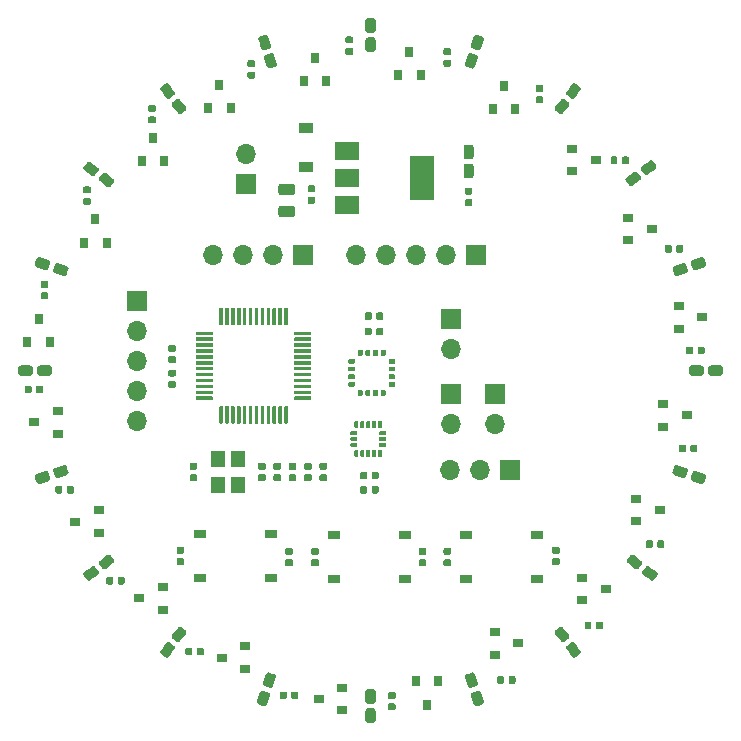
<source format=gbr>
G04 #@! TF.GenerationSoftware,KiCad,Pcbnew,(5.1.5)-3*
G04 #@! TF.CreationDate,2020-09-27T12:59:51-04:00*
G04 #@! TF.ProjectId,LED Driver STM,4c454420-4472-4697-9665-722053544d2e,rev?*
G04 #@! TF.SameCoordinates,Original*
G04 #@! TF.FileFunction,Copper,L1,Top*
G04 #@! TF.FilePolarity,Positive*
%FSLAX46Y46*%
G04 Gerber Fmt 4.6, Leading zero omitted, Abs format (unit mm)*
G04 Created by KiCad (PCBNEW (5.1.5)-3) date 2020-09-27 12:59:51*
%MOMM*%
%LPD*%
G04 APERTURE LIST*
%ADD10R,1.200000X1.400000*%
%ADD11C,0.100000*%
%ADD12R,2.000000X1.500000*%
%ADD13R,2.000000X3.800000*%
%ADD14R,1.000000X0.750000*%
%ADD15R,0.800000X0.900000*%
%ADD16R,0.900000X0.800000*%
%ADD17O,1.700000X1.700000*%
%ADD18R,1.700000X1.700000*%
%ADD19R,1.200000X0.900000*%
G04 APERTURE END LIST*
D10*
X109650000Y-128500000D03*
X109650000Y-130700000D03*
X107950000Y-130700000D03*
X107950000Y-128500000D03*
G04 #@! TA.AperFunction,SMDPad,CuDef*
D11*
G36*
X122121076Y-126125421D02*
G01*
X122129570Y-126126681D01*
X122137900Y-126128768D01*
X122145985Y-126131661D01*
X122153747Y-126135332D01*
X122161112Y-126139746D01*
X122168009Y-126144862D01*
X122174372Y-126150628D01*
X122180138Y-126156991D01*
X122185254Y-126163888D01*
X122189668Y-126171253D01*
X122193339Y-126179015D01*
X122196232Y-126187100D01*
X122198319Y-126195430D01*
X122199579Y-126203924D01*
X122200000Y-126212500D01*
X122200000Y-126387500D01*
X122199579Y-126396076D01*
X122198319Y-126404570D01*
X122196232Y-126412900D01*
X122193339Y-126420985D01*
X122189668Y-126428747D01*
X122185254Y-126436112D01*
X122180138Y-126443009D01*
X122174372Y-126449372D01*
X122168009Y-126455138D01*
X122161112Y-126460254D01*
X122153747Y-126464668D01*
X122145985Y-126468339D01*
X122137900Y-126471232D01*
X122129570Y-126473319D01*
X122121076Y-126474579D01*
X122112500Y-126475000D01*
X121737500Y-126475000D01*
X121728924Y-126474579D01*
X121720430Y-126473319D01*
X121712100Y-126471232D01*
X121704015Y-126468339D01*
X121696253Y-126464668D01*
X121688888Y-126460254D01*
X121681991Y-126455138D01*
X121675628Y-126449372D01*
X121669862Y-126443009D01*
X121664746Y-126436112D01*
X121660332Y-126428747D01*
X121656661Y-126420985D01*
X121653768Y-126412900D01*
X121651681Y-126404570D01*
X121650421Y-126396076D01*
X121650000Y-126387500D01*
X121650000Y-126212500D01*
X121650421Y-126203924D01*
X121651681Y-126195430D01*
X121653768Y-126187100D01*
X121656661Y-126179015D01*
X121660332Y-126171253D01*
X121664746Y-126163888D01*
X121669862Y-126156991D01*
X121675628Y-126150628D01*
X121681991Y-126144862D01*
X121688888Y-126139746D01*
X121696253Y-126135332D01*
X121704015Y-126131661D01*
X121712100Y-126128768D01*
X121720430Y-126126681D01*
X121728924Y-126125421D01*
X121737500Y-126125000D01*
X122112500Y-126125000D01*
X122121076Y-126125421D01*
G37*
G04 #@! TD.AperFunction*
G04 #@! TA.AperFunction,SMDPad,CuDef*
G36*
X122121076Y-126625421D02*
G01*
X122129570Y-126626681D01*
X122137900Y-126628768D01*
X122145985Y-126631661D01*
X122153747Y-126635332D01*
X122161112Y-126639746D01*
X122168009Y-126644862D01*
X122174372Y-126650628D01*
X122180138Y-126656991D01*
X122185254Y-126663888D01*
X122189668Y-126671253D01*
X122193339Y-126679015D01*
X122196232Y-126687100D01*
X122198319Y-126695430D01*
X122199579Y-126703924D01*
X122200000Y-126712500D01*
X122200000Y-126887500D01*
X122199579Y-126896076D01*
X122198319Y-126904570D01*
X122196232Y-126912900D01*
X122193339Y-126920985D01*
X122189668Y-126928747D01*
X122185254Y-126936112D01*
X122180138Y-126943009D01*
X122174372Y-126949372D01*
X122168009Y-126955138D01*
X122161112Y-126960254D01*
X122153747Y-126964668D01*
X122145985Y-126968339D01*
X122137900Y-126971232D01*
X122129570Y-126973319D01*
X122121076Y-126974579D01*
X122112500Y-126975000D01*
X121737500Y-126975000D01*
X121728924Y-126974579D01*
X121720430Y-126973319D01*
X121712100Y-126971232D01*
X121704015Y-126968339D01*
X121696253Y-126964668D01*
X121688888Y-126960254D01*
X121681991Y-126955138D01*
X121675628Y-126949372D01*
X121669862Y-126943009D01*
X121664746Y-126936112D01*
X121660332Y-126928747D01*
X121656661Y-126920985D01*
X121653768Y-126912900D01*
X121651681Y-126904570D01*
X121650421Y-126896076D01*
X121650000Y-126887500D01*
X121650000Y-126712500D01*
X121650421Y-126703924D01*
X121651681Y-126695430D01*
X121653768Y-126687100D01*
X121656661Y-126679015D01*
X121660332Y-126671253D01*
X121664746Y-126663888D01*
X121669862Y-126656991D01*
X121675628Y-126650628D01*
X121681991Y-126644862D01*
X121688888Y-126639746D01*
X121696253Y-126635332D01*
X121704015Y-126631661D01*
X121712100Y-126628768D01*
X121720430Y-126626681D01*
X121728924Y-126625421D01*
X121737500Y-126625000D01*
X122112500Y-126625000D01*
X122121076Y-126625421D01*
G37*
G04 #@! TD.AperFunction*
G04 #@! TA.AperFunction,SMDPad,CuDef*
G36*
X122121076Y-127125421D02*
G01*
X122129570Y-127126681D01*
X122137900Y-127128768D01*
X122145985Y-127131661D01*
X122153747Y-127135332D01*
X122161112Y-127139746D01*
X122168009Y-127144862D01*
X122174372Y-127150628D01*
X122180138Y-127156991D01*
X122185254Y-127163888D01*
X122189668Y-127171253D01*
X122193339Y-127179015D01*
X122196232Y-127187100D01*
X122198319Y-127195430D01*
X122199579Y-127203924D01*
X122200000Y-127212500D01*
X122200000Y-127387500D01*
X122199579Y-127396076D01*
X122198319Y-127404570D01*
X122196232Y-127412900D01*
X122193339Y-127420985D01*
X122189668Y-127428747D01*
X122185254Y-127436112D01*
X122180138Y-127443009D01*
X122174372Y-127449372D01*
X122168009Y-127455138D01*
X122161112Y-127460254D01*
X122153747Y-127464668D01*
X122145985Y-127468339D01*
X122137900Y-127471232D01*
X122129570Y-127473319D01*
X122121076Y-127474579D01*
X122112500Y-127475000D01*
X121737500Y-127475000D01*
X121728924Y-127474579D01*
X121720430Y-127473319D01*
X121712100Y-127471232D01*
X121704015Y-127468339D01*
X121696253Y-127464668D01*
X121688888Y-127460254D01*
X121681991Y-127455138D01*
X121675628Y-127449372D01*
X121669862Y-127443009D01*
X121664746Y-127436112D01*
X121660332Y-127428747D01*
X121656661Y-127420985D01*
X121653768Y-127412900D01*
X121651681Y-127404570D01*
X121650421Y-127396076D01*
X121650000Y-127387500D01*
X121650000Y-127212500D01*
X121650421Y-127203924D01*
X121651681Y-127195430D01*
X121653768Y-127187100D01*
X121656661Y-127179015D01*
X121660332Y-127171253D01*
X121664746Y-127163888D01*
X121669862Y-127156991D01*
X121675628Y-127150628D01*
X121681991Y-127144862D01*
X121688888Y-127139746D01*
X121696253Y-127135332D01*
X121704015Y-127131661D01*
X121712100Y-127128768D01*
X121720430Y-127126681D01*
X121728924Y-127125421D01*
X121737500Y-127125000D01*
X122112500Y-127125000D01*
X122121076Y-127125421D01*
G37*
G04 #@! TD.AperFunction*
G04 #@! TA.AperFunction,SMDPad,CuDef*
G36*
X121796076Y-127750421D02*
G01*
X121804570Y-127751681D01*
X121812900Y-127753768D01*
X121820985Y-127756661D01*
X121828747Y-127760332D01*
X121836112Y-127764746D01*
X121843009Y-127769862D01*
X121849372Y-127775628D01*
X121855138Y-127781991D01*
X121860254Y-127788888D01*
X121864668Y-127796253D01*
X121868339Y-127804015D01*
X121871232Y-127812100D01*
X121873319Y-127820430D01*
X121874579Y-127828924D01*
X121875000Y-127837500D01*
X121875000Y-128212500D01*
X121874579Y-128221076D01*
X121873319Y-128229570D01*
X121871232Y-128237900D01*
X121868339Y-128245985D01*
X121864668Y-128253747D01*
X121860254Y-128261112D01*
X121855138Y-128268009D01*
X121849372Y-128274372D01*
X121843009Y-128280138D01*
X121836112Y-128285254D01*
X121828747Y-128289668D01*
X121820985Y-128293339D01*
X121812900Y-128296232D01*
X121804570Y-128298319D01*
X121796076Y-128299579D01*
X121787500Y-128300000D01*
X121612500Y-128300000D01*
X121603924Y-128299579D01*
X121595430Y-128298319D01*
X121587100Y-128296232D01*
X121579015Y-128293339D01*
X121571253Y-128289668D01*
X121563888Y-128285254D01*
X121556991Y-128280138D01*
X121550628Y-128274372D01*
X121544862Y-128268009D01*
X121539746Y-128261112D01*
X121535332Y-128253747D01*
X121531661Y-128245985D01*
X121528768Y-128237900D01*
X121526681Y-128229570D01*
X121525421Y-128221076D01*
X121525000Y-128212500D01*
X121525000Y-127837500D01*
X121525421Y-127828924D01*
X121526681Y-127820430D01*
X121528768Y-127812100D01*
X121531661Y-127804015D01*
X121535332Y-127796253D01*
X121539746Y-127788888D01*
X121544862Y-127781991D01*
X121550628Y-127775628D01*
X121556991Y-127769862D01*
X121563888Y-127764746D01*
X121571253Y-127760332D01*
X121579015Y-127756661D01*
X121587100Y-127753768D01*
X121595430Y-127751681D01*
X121603924Y-127750421D01*
X121612500Y-127750000D01*
X121787500Y-127750000D01*
X121796076Y-127750421D01*
G37*
G04 #@! TD.AperFunction*
G04 #@! TA.AperFunction,SMDPad,CuDef*
G36*
X121296076Y-127750421D02*
G01*
X121304570Y-127751681D01*
X121312900Y-127753768D01*
X121320985Y-127756661D01*
X121328747Y-127760332D01*
X121336112Y-127764746D01*
X121343009Y-127769862D01*
X121349372Y-127775628D01*
X121355138Y-127781991D01*
X121360254Y-127788888D01*
X121364668Y-127796253D01*
X121368339Y-127804015D01*
X121371232Y-127812100D01*
X121373319Y-127820430D01*
X121374579Y-127828924D01*
X121375000Y-127837500D01*
X121375000Y-128212500D01*
X121374579Y-128221076D01*
X121373319Y-128229570D01*
X121371232Y-128237900D01*
X121368339Y-128245985D01*
X121364668Y-128253747D01*
X121360254Y-128261112D01*
X121355138Y-128268009D01*
X121349372Y-128274372D01*
X121343009Y-128280138D01*
X121336112Y-128285254D01*
X121328747Y-128289668D01*
X121320985Y-128293339D01*
X121312900Y-128296232D01*
X121304570Y-128298319D01*
X121296076Y-128299579D01*
X121287500Y-128300000D01*
X121112500Y-128300000D01*
X121103924Y-128299579D01*
X121095430Y-128298319D01*
X121087100Y-128296232D01*
X121079015Y-128293339D01*
X121071253Y-128289668D01*
X121063888Y-128285254D01*
X121056991Y-128280138D01*
X121050628Y-128274372D01*
X121044862Y-128268009D01*
X121039746Y-128261112D01*
X121035332Y-128253747D01*
X121031661Y-128245985D01*
X121028768Y-128237900D01*
X121026681Y-128229570D01*
X121025421Y-128221076D01*
X121025000Y-128212500D01*
X121025000Y-127837500D01*
X121025421Y-127828924D01*
X121026681Y-127820430D01*
X121028768Y-127812100D01*
X121031661Y-127804015D01*
X121035332Y-127796253D01*
X121039746Y-127788888D01*
X121044862Y-127781991D01*
X121050628Y-127775628D01*
X121056991Y-127769862D01*
X121063888Y-127764746D01*
X121071253Y-127760332D01*
X121079015Y-127756661D01*
X121087100Y-127753768D01*
X121095430Y-127751681D01*
X121103924Y-127750421D01*
X121112500Y-127750000D01*
X121287500Y-127750000D01*
X121296076Y-127750421D01*
G37*
G04 #@! TD.AperFunction*
G04 #@! TA.AperFunction,SMDPad,CuDef*
G36*
X120796076Y-127750421D02*
G01*
X120804570Y-127751681D01*
X120812900Y-127753768D01*
X120820985Y-127756661D01*
X120828747Y-127760332D01*
X120836112Y-127764746D01*
X120843009Y-127769862D01*
X120849372Y-127775628D01*
X120855138Y-127781991D01*
X120860254Y-127788888D01*
X120864668Y-127796253D01*
X120868339Y-127804015D01*
X120871232Y-127812100D01*
X120873319Y-127820430D01*
X120874579Y-127828924D01*
X120875000Y-127837500D01*
X120875000Y-128212500D01*
X120874579Y-128221076D01*
X120873319Y-128229570D01*
X120871232Y-128237900D01*
X120868339Y-128245985D01*
X120864668Y-128253747D01*
X120860254Y-128261112D01*
X120855138Y-128268009D01*
X120849372Y-128274372D01*
X120843009Y-128280138D01*
X120836112Y-128285254D01*
X120828747Y-128289668D01*
X120820985Y-128293339D01*
X120812900Y-128296232D01*
X120804570Y-128298319D01*
X120796076Y-128299579D01*
X120787500Y-128300000D01*
X120612500Y-128300000D01*
X120603924Y-128299579D01*
X120595430Y-128298319D01*
X120587100Y-128296232D01*
X120579015Y-128293339D01*
X120571253Y-128289668D01*
X120563888Y-128285254D01*
X120556991Y-128280138D01*
X120550628Y-128274372D01*
X120544862Y-128268009D01*
X120539746Y-128261112D01*
X120535332Y-128253747D01*
X120531661Y-128245985D01*
X120528768Y-128237900D01*
X120526681Y-128229570D01*
X120525421Y-128221076D01*
X120525000Y-128212500D01*
X120525000Y-127837500D01*
X120525421Y-127828924D01*
X120526681Y-127820430D01*
X120528768Y-127812100D01*
X120531661Y-127804015D01*
X120535332Y-127796253D01*
X120539746Y-127788888D01*
X120544862Y-127781991D01*
X120550628Y-127775628D01*
X120556991Y-127769862D01*
X120563888Y-127764746D01*
X120571253Y-127760332D01*
X120579015Y-127756661D01*
X120587100Y-127753768D01*
X120595430Y-127751681D01*
X120603924Y-127750421D01*
X120612500Y-127750000D01*
X120787500Y-127750000D01*
X120796076Y-127750421D01*
G37*
G04 #@! TD.AperFunction*
G04 #@! TA.AperFunction,SMDPad,CuDef*
G36*
X120296076Y-127750421D02*
G01*
X120304570Y-127751681D01*
X120312900Y-127753768D01*
X120320985Y-127756661D01*
X120328747Y-127760332D01*
X120336112Y-127764746D01*
X120343009Y-127769862D01*
X120349372Y-127775628D01*
X120355138Y-127781991D01*
X120360254Y-127788888D01*
X120364668Y-127796253D01*
X120368339Y-127804015D01*
X120371232Y-127812100D01*
X120373319Y-127820430D01*
X120374579Y-127828924D01*
X120375000Y-127837500D01*
X120375000Y-128212500D01*
X120374579Y-128221076D01*
X120373319Y-128229570D01*
X120371232Y-128237900D01*
X120368339Y-128245985D01*
X120364668Y-128253747D01*
X120360254Y-128261112D01*
X120355138Y-128268009D01*
X120349372Y-128274372D01*
X120343009Y-128280138D01*
X120336112Y-128285254D01*
X120328747Y-128289668D01*
X120320985Y-128293339D01*
X120312900Y-128296232D01*
X120304570Y-128298319D01*
X120296076Y-128299579D01*
X120287500Y-128300000D01*
X120112500Y-128300000D01*
X120103924Y-128299579D01*
X120095430Y-128298319D01*
X120087100Y-128296232D01*
X120079015Y-128293339D01*
X120071253Y-128289668D01*
X120063888Y-128285254D01*
X120056991Y-128280138D01*
X120050628Y-128274372D01*
X120044862Y-128268009D01*
X120039746Y-128261112D01*
X120035332Y-128253747D01*
X120031661Y-128245985D01*
X120028768Y-128237900D01*
X120026681Y-128229570D01*
X120025421Y-128221076D01*
X120025000Y-128212500D01*
X120025000Y-127837500D01*
X120025421Y-127828924D01*
X120026681Y-127820430D01*
X120028768Y-127812100D01*
X120031661Y-127804015D01*
X120035332Y-127796253D01*
X120039746Y-127788888D01*
X120044862Y-127781991D01*
X120050628Y-127775628D01*
X120056991Y-127769862D01*
X120063888Y-127764746D01*
X120071253Y-127760332D01*
X120079015Y-127756661D01*
X120087100Y-127753768D01*
X120095430Y-127751681D01*
X120103924Y-127750421D01*
X120112500Y-127750000D01*
X120287500Y-127750000D01*
X120296076Y-127750421D01*
G37*
G04 #@! TD.AperFunction*
G04 #@! TA.AperFunction,SMDPad,CuDef*
G36*
X119796076Y-127750421D02*
G01*
X119804570Y-127751681D01*
X119812900Y-127753768D01*
X119820985Y-127756661D01*
X119828747Y-127760332D01*
X119836112Y-127764746D01*
X119843009Y-127769862D01*
X119849372Y-127775628D01*
X119855138Y-127781991D01*
X119860254Y-127788888D01*
X119864668Y-127796253D01*
X119868339Y-127804015D01*
X119871232Y-127812100D01*
X119873319Y-127820430D01*
X119874579Y-127828924D01*
X119875000Y-127837500D01*
X119875000Y-128212500D01*
X119874579Y-128221076D01*
X119873319Y-128229570D01*
X119871232Y-128237900D01*
X119868339Y-128245985D01*
X119864668Y-128253747D01*
X119860254Y-128261112D01*
X119855138Y-128268009D01*
X119849372Y-128274372D01*
X119843009Y-128280138D01*
X119836112Y-128285254D01*
X119828747Y-128289668D01*
X119820985Y-128293339D01*
X119812900Y-128296232D01*
X119804570Y-128298319D01*
X119796076Y-128299579D01*
X119787500Y-128300000D01*
X119612500Y-128300000D01*
X119603924Y-128299579D01*
X119595430Y-128298319D01*
X119587100Y-128296232D01*
X119579015Y-128293339D01*
X119571253Y-128289668D01*
X119563888Y-128285254D01*
X119556991Y-128280138D01*
X119550628Y-128274372D01*
X119544862Y-128268009D01*
X119539746Y-128261112D01*
X119535332Y-128253747D01*
X119531661Y-128245985D01*
X119528768Y-128237900D01*
X119526681Y-128229570D01*
X119525421Y-128221076D01*
X119525000Y-128212500D01*
X119525000Y-127837500D01*
X119525421Y-127828924D01*
X119526681Y-127820430D01*
X119528768Y-127812100D01*
X119531661Y-127804015D01*
X119535332Y-127796253D01*
X119539746Y-127788888D01*
X119544862Y-127781991D01*
X119550628Y-127775628D01*
X119556991Y-127769862D01*
X119563888Y-127764746D01*
X119571253Y-127760332D01*
X119579015Y-127756661D01*
X119587100Y-127753768D01*
X119595430Y-127751681D01*
X119603924Y-127750421D01*
X119612500Y-127750000D01*
X119787500Y-127750000D01*
X119796076Y-127750421D01*
G37*
G04 #@! TD.AperFunction*
G04 #@! TA.AperFunction,SMDPad,CuDef*
G36*
X119671076Y-127125421D02*
G01*
X119679570Y-127126681D01*
X119687900Y-127128768D01*
X119695985Y-127131661D01*
X119703747Y-127135332D01*
X119711112Y-127139746D01*
X119718009Y-127144862D01*
X119724372Y-127150628D01*
X119730138Y-127156991D01*
X119735254Y-127163888D01*
X119739668Y-127171253D01*
X119743339Y-127179015D01*
X119746232Y-127187100D01*
X119748319Y-127195430D01*
X119749579Y-127203924D01*
X119750000Y-127212500D01*
X119750000Y-127387500D01*
X119749579Y-127396076D01*
X119748319Y-127404570D01*
X119746232Y-127412900D01*
X119743339Y-127420985D01*
X119739668Y-127428747D01*
X119735254Y-127436112D01*
X119730138Y-127443009D01*
X119724372Y-127449372D01*
X119718009Y-127455138D01*
X119711112Y-127460254D01*
X119703747Y-127464668D01*
X119695985Y-127468339D01*
X119687900Y-127471232D01*
X119679570Y-127473319D01*
X119671076Y-127474579D01*
X119662500Y-127475000D01*
X119287500Y-127475000D01*
X119278924Y-127474579D01*
X119270430Y-127473319D01*
X119262100Y-127471232D01*
X119254015Y-127468339D01*
X119246253Y-127464668D01*
X119238888Y-127460254D01*
X119231991Y-127455138D01*
X119225628Y-127449372D01*
X119219862Y-127443009D01*
X119214746Y-127436112D01*
X119210332Y-127428747D01*
X119206661Y-127420985D01*
X119203768Y-127412900D01*
X119201681Y-127404570D01*
X119200421Y-127396076D01*
X119200000Y-127387500D01*
X119200000Y-127212500D01*
X119200421Y-127203924D01*
X119201681Y-127195430D01*
X119203768Y-127187100D01*
X119206661Y-127179015D01*
X119210332Y-127171253D01*
X119214746Y-127163888D01*
X119219862Y-127156991D01*
X119225628Y-127150628D01*
X119231991Y-127144862D01*
X119238888Y-127139746D01*
X119246253Y-127135332D01*
X119254015Y-127131661D01*
X119262100Y-127128768D01*
X119270430Y-127126681D01*
X119278924Y-127125421D01*
X119287500Y-127125000D01*
X119662500Y-127125000D01*
X119671076Y-127125421D01*
G37*
G04 #@! TD.AperFunction*
G04 #@! TA.AperFunction,SMDPad,CuDef*
G36*
X119671076Y-126625421D02*
G01*
X119679570Y-126626681D01*
X119687900Y-126628768D01*
X119695985Y-126631661D01*
X119703747Y-126635332D01*
X119711112Y-126639746D01*
X119718009Y-126644862D01*
X119724372Y-126650628D01*
X119730138Y-126656991D01*
X119735254Y-126663888D01*
X119739668Y-126671253D01*
X119743339Y-126679015D01*
X119746232Y-126687100D01*
X119748319Y-126695430D01*
X119749579Y-126703924D01*
X119750000Y-126712500D01*
X119750000Y-126887500D01*
X119749579Y-126896076D01*
X119748319Y-126904570D01*
X119746232Y-126912900D01*
X119743339Y-126920985D01*
X119739668Y-126928747D01*
X119735254Y-126936112D01*
X119730138Y-126943009D01*
X119724372Y-126949372D01*
X119718009Y-126955138D01*
X119711112Y-126960254D01*
X119703747Y-126964668D01*
X119695985Y-126968339D01*
X119687900Y-126971232D01*
X119679570Y-126973319D01*
X119671076Y-126974579D01*
X119662500Y-126975000D01*
X119287500Y-126975000D01*
X119278924Y-126974579D01*
X119270430Y-126973319D01*
X119262100Y-126971232D01*
X119254015Y-126968339D01*
X119246253Y-126964668D01*
X119238888Y-126960254D01*
X119231991Y-126955138D01*
X119225628Y-126949372D01*
X119219862Y-126943009D01*
X119214746Y-126936112D01*
X119210332Y-126928747D01*
X119206661Y-126920985D01*
X119203768Y-126912900D01*
X119201681Y-126904570D01*
X119200421Y-126896076D01*
X119200000Y-126887500D01*
X119200000Y-126712500D01*
X119200421Y-126703924D01*
X119201681Y-126695430D01*
X119203768Y-126687100D01*
X119206661Y-126679015D01*
X119210332Y-126671253D01*
X119214746Y-126663888D01*
X119219862Y-126656991D01*
X119225628Y-126650628D01*
X119231991Y-126644862D01*
X119238888Y-126639746D01*
X119246253Y-126635332D01*
X119254015Y-126631661D01*
X119262100Y-126628768D01*
X119270430Y-126626681D01*
X119278924Y-126625421D01*
X119287500Y-126625000D01*
X119662500Y-126625000D01*
X119671076Y-126625421D01*
G37*
G04 #@! TD.AperFunction*
G04 #@! TA.AperFunction,SMDPad,CuDef*
G36*
X119671076Y-126125421D02*
G01*
X119679570Y-126126681D01*
X119687900Y-126128768D01*
X119695985Y-126131661D01*
X119703747Y-126135332D01*
X119711112Y-126139746D01*
X119718009Y-126144862D01*
X119724372Y-126150628D01*
X119730138Y-126156991D01*
X119735254Y-126163888D01*
X119739668Y-126171253D01*
X119743339Y-126179015D01*
X119746232Y-126187100D01*
X119748319Y-126195430D01*
X119749579Y-126203924D01*
X119750000Y-126212500D01*
X119750000Y-126387500D01*
X119749579Y-126396076D01*
X119748319Y-126404570D01*
X119746232Y-126412900D01*
X119743339Y-126420985D01*
X119739668Y-126428747D01*
X119735254Y-126436112D01*
X119730138Y-126443009D01*
X119724372Y-126449372D01*
X119718009Y-126455138D01*
X119711112Y-126460254D01*
X119703747Y-126464668D01*
X119695985Y-126468339D01*
X119687900Y-126471232D01*
X119679570Y-126473319D01*
X119671076Y-126474579D01*
X119662500Y-126475000D01*
X119287500Y-126475000D01*
X119278924Y-126474579D01*
X119270430Y-126473319D01*
X119262100Y-126471232D01*
X119254015Y-126468339D01*
X119246253Y-126464668D01*
X119238888Y-126460254D01*
X119231991Y-126455138D01*
X119225628Y-126449372D01*
X119219862Y-126443009D01*
X119214746Y-126436112D01*
X119210332Y-126428747D01*
X119206661Y-126420985D01*
X119203768Y-126412900D01*
X119201681Y-126404570D01*
X119200421Y-126396076D01*
X119200000Y-126387500D01*
X119200000Y-126212500D01*
X119200421Y-126203924D01*
X119201681Y-126195430D01*
X119203768Y-126187100D01*
X119206661Y-126179015D01*
X119210332Y-126171253D01*
X119214746Y-126163888D01*
X119219862Y-126156991D01*
X119225628Y-126150628D01*
X119231991Y-126144862D01*
X119238888Y-126139746D01*
X119246253Y-126135332D01*
X119254015Y-126131661D01*
X119262100Y-126128768D01*
X119270430Y-126126681D01*
X119278924Y-126125421D01*
X119287500Y-126125000D01*
X119662500Y-126125000D01*
X119671076Y-126125421D01*
G37*
G04 #@! TD.AperFunction*
G04 #@! TA.AperFunction,SMDPad,CuDef*
G36*
X119796076Y-125300421D02*
G01*
X119804570Y-125301681D01*
X119812900Y-125303768D01*
X119820985Y-125306661D01*
X119828747Y-125310332D01*
X119836112Y-125314746D01*
X119843009Y-125319862D01*
X119849372Y-125325628D01*
X119855138Y-125331991D01*
X119860254Y-125338888D01*
X119864668Y-125346253D01*
X119868339Y-125354015D01*
X119871232Y-125362100D01*
X119873319Y-125370430D01*
X119874579Y-125378924D01*
X119875000Y-125387500D01*
X119875000Y-125762500D01*
X119874579Y-125771076D01*
X119873319Y-125779570D01*
X119871232Y-125787900D01*
X119868339Y-125795985D01*
X119864668Y-125803747D01*
X119860254Y-125811112D01*
X119855138Y-125818009D01*
X119849372Y-125824372D01*
X119843009Y-125830138D01*
X119836112Y-125835254D01*
X119828747Y-125839668D01*
X119820985Y-125843339D01*
X119812900Y-125846232D01*
X119804570Y-125848319D01*
X119796076Y-125849579D01*
X119787500Y-125850000D01*
X119612500Y-125850000D01*
X119603924Y-125849579D01*
X119595430Y-125848319D01*
X119587100Y-125846232D01*
X119579015Y-125843339D01*
X119571253Y-125839668D01*
X119563888Y-125835254D01*
X119556991Y-125830138D01*
X119550628Y-125824372D01*
X119544862Y-125818009D01*
X119539746Y-125811112D01*
X119535332Y-125803747D01*
X119531661Y-125795985D01*
X119528768Y-125787900D01*
X119526681Y-125779570D01*
X119525421Y-125771076D01*
X119525000Y-125762500D01*
X119525000Y-125387500D01*
X119525421Y-125378924D01*
X119526681Y-125370430D01*
X119528768Y-125362100D01*
X119531661Y-125354015D01*
X119535332Y-125346253D01*
X119539746Y-125338888D01*
X119544862Y-125331991D01*
X119550628Y-125325628D01*
X119556991Y-125319862D01*
X119563888Y-125314746D01*
X119571253Y-125310332D01*
X119579015Y-125306661D01*
X119587100Y-125303768D01*
X119595430Y-125301681D01*
X119603924Y-125300421D01*
X119612500Y-125300000D01*
X119787500Y-125300000D01*
X119796076Y-125300421D01*
G37*
G04 #@! TD.AperFunction*
G04 #@! TA.AperFunction,SMDPad,CuDef*
G36*
X120296076Y-125300421D02*
G01*
X120304570Y-125301681D01*
X120312900Y-125303768D01*
X120320985Y-125306661D01*
X120328747Y-125310332D01*
X120336112Y-125314746D01*
X120343009Y-125319862D01*
X120349372Y-125325628D01*
X120355138Y-125331991D01*
X120360254Y-125338888D01*
X120364668Y-125346253D01*
X120368339Y-125354015D01*
X120371232Y-125362100D01*
X120373319Y-125370430D01*
X120374579Y-125378924D01*
X120375000Y-125387500D01*
X120375000Y-125762500D01*
X120374579Y-125771076D01*
X120373319Y-125779570D01*
X120371232Y-125787900D01*
X120368339Y-125795985D01*
X120364668Y-125803747D01*
X120360254Y-125811112D01*
X120355138Y-125818009D01*
X120349372Y-125824372D01*
X120343009Y-125830138D01*
X120336112Y-125835254D01*
X120328747Y-125839668D01*
X120320985Y-125843339D01*
X120312900Y-125846232D01*
X120304570Y-125848319D01*
X120296076Y-125849579D01*
X120287500Y-125850000D01*
X120112500Y-125850000D01*
X120103924Y-125849579D01*
X120095430Y-125848319D01*
X120087100Y-125846232D01*
X120079015Y-125843339D01*
X120071253Y-125839668D01*
X120063888Y-125835254D01*
X120056991Y-125830138D01*
X120050628Y-125824372D01*
X120044862Y-125818009D01*
X120039746Y-125811112D01*
X120035332Y-125803747D01*
X120031661Y-125795985D01*
X120028768Y-125787900D01*
X120026681Y-125779570D01*
X120025421Y-125771076D01*
X120025000Y-125762500D01*
X120025000Y-125387500D01*
X120025421Y-125378924D01*
X120026681Y-125370430D01*
X120028768Y-125362100D01*
X120031661Y-125354015D01*
X120035332Y-125346253D01*
X120039746Y-125338888D01*
X120044862Y-125331991D01*
X120050628Y-125325628D01*
X120056991Y-125319862D01*
X120063888Y-125314746D01*
X120071253Y-125310332D01*
X120079015Y-125306661D01*
X120087100Y-125303768D01*
X120095430Y-125301681D01*
X120103924Y-125300421D01*
X120112500Y-125300000D01*
X120287500Y-125300000D01*
X120296076Y-125300421D01*
G37*
G04 #@! TD.AperFunction*
G04 #@! TA.AperFunction,SMDPad,CuDef*
G36*
X120796076Y-125300421D02*
G01*
X120804570Y-125301681D01*
X120812900Y-125303768D01*
X120820985Y-125306661D01*
X120828747Y-125310332D01*
X120836112Y-125314746D01*
X120843009Y-125319862D01*
X120849372Y-125325628D01*
X120855138Y-125331991D01*
X120860254Y-125338888D01*
X120864668Y-125346253D01*
X120868339Y-125354015D01*
X120871232Y-125362100D01*
X120873319Y-125370430D01*
X120874579Y-125378924D01*
X120875000Y-125387500D01*
X120875000Y-125762500D01*
X120874579Y-125771076D01*
X120873319Y-125779570D01*
X120871232Y-125787900D01*
X120868339Y-125795985D01*
X120864668Y-125803747D01*
X120860254Y-125811112D01*
X120855138Y-125818009D01*
X120849372Y-125824372D01*
X120843009Y-125830138D01*
X120836112Y-125835254D01*
X120828747Y-125839668D01*
X120820985Y-125843339D01*
X120812900Y-125846232D01*
X120804570Y-125848319D01*
X120796076Y-125849579D01*
X120787500Y-125850000D01*
X120612500Y-125850000D01*
X120603924Y-125849579D01*
X120595430Y-125848319D01*
X120587100Y-125846232D01*
X120579015Y-125843339D01*
X120571253Y-125839668D01*
X120563888Y-125835254D01*
X120556991Y-125830138D01*
X120550628Y-125824372D01*
X120544862Y-125818009D01*
X120539746Y-125811112D01*
X120535332Y-125803747D01*
X120531661Y-125795985D01*
X120528768Y-125787900D01*
X120526681Y-125779570D01*
X120525421Y-125771076D01*
X120525000Y-125762500D01*
X120525000Y-125387500D01*
X120525421Y-125378924D01*
X120526681Y-125370430D01*
X120528768Y-125362100D01*
X120531661Y-125354015D01*
X120535332Y-125346253D01*
X120539746Y-125338888D01*
X120544862Y-125331991D01*
X120550628Y-125325628D01*
X120556991Y-125319862D01*
X120563888Y-125314746D01*
X120571253Y-125310332D01*
X120579015Y-125306661D01*
X120587100Y-125303768D01*
X120595430Y-125301681D01*
X120603924Y-125300421D01*
X120612500Y-125300000D01*
X120787500Y-125300000D01*
X120796076Y-125300421D01*
G37*
G04 #@! TD.AperFunction*
G04 #@! TA.AperFunction,SMDPad,CuDef*
G36*
X121296076Y-125300421D02*
G01*
X121304570Y-125301681D01*
X121312900Y-125303768D01*
X121320985Y-125306661D01*
X121328747Y-125310332D01*
X121336112Y-125314746D01*
X121343009Y-125319862D01*
X121349372Y-125325628D01*
X121355138Y-125331991D01*
X121360254Y-125338888D01*
X121364668Y-125346253D01*
X121368339Y-125354015D01*
X121371232Y-125362100D01*
X121373319Y-125370430D01*
X121374579Y-125378924D01*
X121375000Y-125387500D01*
X121375000Y-125762500D01*
X121374579Y-125771076D01*
X121373319Y-125779570D01*
X121371232Y-125787900D01*
X121368339Y-125795985D01*
X121364668Y-125803747D01*
X121360254Y-125811112D01*
X121355138Y-125818009D01*
X121349372Y-125824372D01*
X121343009Y-125830138D01*
X121336112Y-125835254D01*
X121328747Y-125839668D01*
X121320985Y-125843339D01*
X121312900Y-125846232D01*
X121304570Y-125848319D01*
X121296076Y-125849579D01*
X121287500Y-125850000D01*
X121112500Y-125850000D01*
X121103924Y-125849579D01*
X121095430Y-125848319D01*
X121087100Y-125846232D01*
X121079015Y-125843339D01*
X121071253Y-125839668D01*
X121063888Y-125835254D01*
X121056991Y-125830138D01*
X121050628Y-125824372D01*
X121044862Y-125818009D01*
X121039746Y-125811112D01*
X121035332Y-125803747D01*
X121031661Y-125795985D01*
X121028768Y-125787900D01*
X121026681Y-125779570D01*
X121025421Y-125771076D01*
X121025000Y-125762500D01*
X121025000Y-125387500D01*
X121025421Y-125378924D01*
X121026681Y-125370430D01*
X121028768Y-125362100D01*
X121031661Y-125354015D01*
X121035332Y-125346253D01*
X121039746Y-125338888D01*
X121044862Y-125331991D01*
X121050628Y-125325628D01*
X121056991Y-125319862D01*
X121063888Y-125314746D01*
X121071253Y-125310332D01*
X121079015Y-125306661D01*
X121087100Y-125303768D01*
X121095430Y-125301681D01*
X121103924Y-125300421D01*
X121112500Y-125300000D01*
X121287500Y-125300000D01*
X121296076Y-125300421D01*
G37*
G04 #@! TD.AperFunction*
G04 #@! TA.AperFunction,SMDPad,CuDef*
G36*
X121796076Y-125300421D02*
G01*
X121804570Y-125301681D01*
X121812900Y-125303768D01*
X121820985Y-125306661D01*
X121828747Y-125310332D01*
X121836112Y-125314746D01*
X121843009Y-125319862D01*
X121849372Y-125325628D01*
X121855138Y-125331991D01*
X121860254Y-125338888D01*
X121864668Y-125346253D01*
X121868339Y-125354015D01*
X121871232Y-125362100D01*
X121873319Y-125370430D01*
X121874579Y-125378924D01*
X121875000Y-125387500D01*
X121875000Y-125762500D01*
X121874579Y-125771076D01*
X121873319Y-125779570D01*
X121871232Y-125787900D01*
X121868339Y-125795985D01*
X121864668Y-125803747D01*
X121860254Y-125811112D01*
X121855138Y-125818009D01*
X121849372Y-125824372D01*
X121843009Y-125830138D01*
X121836112Y-125835254D01*
X121828747Y-125839668D01*
X121820985Y-125843339D01*
X121812900Y-125846232D01*
X121804570Y-125848319D01*
X121796076Y-125849579D01*
X121787500Y-125850000D01*
X121612500Y-125850000D01*
X121603924Y-125849579D01*
X121595430Y-125848319D01*
X121587100Y-125846232D01*
X121579015Y-125843339D01*
X121571253Y-125839668D01*
X121563888Y-125835254D01*
X121556991Y-125830138D01*
X121550628Y-125824372D01*
X121544862Y-125818009D01*
X121539746Y-125811112D01*
X121535332Y-125803747D01*
X121531661Y-125795985D01*
X121528768Y-125787900D01*
X121526681Y-125779570D01*
X121525421Y-125771076D01*
X121525000Y-125762500D01*
X121525000Y-125387500D01*
X121525421Y-125378924D01*
X121526681Y-125370430D01*
X121528768Y-125362100D01*
X121531661Y-125354015D01*
X121535332Y-125346253D01*
X121539746Y-125338888D01*
X121544862Y-125331991D01*
X121550628Y-125325628D01*
X121556991Y-125319862D01*
X121563888Y-125314746D01*
X121571253Y-125310332D01*
X121579015Y-125306661D01*
X121587100Y-125303768D01*
X121595430Y-125301681D01*
X121603924Y-125300421D01*
X121612500Y-125300000D01*
X121787500Y-125300000D01*
X121796076Y-125300421D01*
G37*
G04 #@! TD.AperFunction*
G04 #@! TA.AperFunction,SMDPad,CuDef*
G36*
X120134802Y-119225482D02*
G01*
X120144509Y-119226921D01*
X120154028Y-119229306D01*
X120163268Y-119232612D01*
X120172140Y-119236808D01*
X120180557Y-119241853D01*
X120188439Y-119247699D01*
X120195711Y-119254289D01*
X120202301Y-119261561D01*
X120208147Y-119269443D01*
X120213192Y-119277860D01*
X120217388Y-119286732D01*
X120220694Y-119295972D01*
X120223079Y-119305491D01*
X120224518Y-119315198D01*
X120225000Y-119325000D01*
X120225000Y-119675000D01*
X120224518Y-119684802D01*
X120223079Y-119694509D01*
X120220694Y-119704028D01*
X120217388Y-119713268D01*
X120213192Y-119722140D01*
X120208147Y-119730557D01*
X120202301Y-119738439D01*
X120195711Y-119745711D01*
X120188439Y-119752301D01*
X120180557Y-119758147D01*
X120172140Y-119763192D01*
X120163268Y-119767388D01*
X120154028Y-119770694D01*
X120144509Y-119773079D01*
X120134802Y-119774518D01*
X120125000Y-119775000D01*
X119925000Y-119775000D01*
X119915198Y-119774518D01*
X119905491Y-119773079D01*
X119895972Y-119770694D01*
X119886732Y-119767388D01*
X119877860Y-119763192D01*
X119869443Y-119758147D01*
X119861561Y-119752301D01*
X119854289Y-119745711D01*
X119847699Y-119738439D01*
X119841853Y-119730557D01*
X119836808Y-119722140D01*
X119832612Y-119713268D01*
X119829306Y-119704028D01*
X119826921Y-119694509D01*
X119825482Y-119684802D01*
X119825000Y-119675000D01*
X119825000Y-119325000D01*
X119825482Y-119315198D01*
X119826921Y-119305491D01*
X119829306Y-119295972D01*
X119832612Y-119286732D01*
X119836808Y-119277860D01*
X119841853Y-119269443D01*
X119847699Y-119261561D01*
X119854289Y-119254289D01*
X119861561Y-119247699D01*
X119869443Y-119241853D01*
X119877860Y-119236808D01*
X119886732Y-119232612D01*
X119895972Y-119229306D01*
X119905491Y-119226921D01*
X119915198Y-119225482D01*
X119925000Y-119225000D01*
X120125000Y-119225000D01*
X120134802Y-119225482D01*
G37*
G04 #@! TD.AperFunction*
G04 #@! TA.AperFunction,SMDPad,CuDef*
G36*
X120784802Y-119225482D02*
G01*
X120794509Y-119226921D01*
X120804028Y-119229306D01*
X120813268Y-119232612D01*
X120822140Y-119236808D01*
X120830557Y-119241853D01*
X120838439Y-119247699D01*
X120845711Y-119254289D01*
X120852301Y-119261561D01*
X120858147Y-119269443D01*
X120863192Y-119277860D01*
X120867388Y-119286732D01*
X120870694Y-119295972D01*
X120873079Y-119305491D01*
X120874518Y-119315198D01*
X120875000Y-119325000D01*
X120875000Y-119675000D01*
X120874518Y-119684802D01*
X120873079Y-119694509D01*
X120870694Y-119704028D01*
X120867388Y-119713268D01*
X120863192Y-119722140D01*
X120858147Y-119730557D01*
X120852301Y-119738439D01*
X120845711Y-119745711D01*
X120838439Y-119752301D01*
X120830557Y-119758147D01*
X120822140Y-119763192D01*
X120813268Y-119767388D01*
X120804028Y-119770694D01*
X120794509Y-119773079D01*
X120784802Y-119774518D01*
X120775000Y-119775000D01*
X120575000Y-119775000D01*
X120565198Y-119774518D01*
X120555491Y-119773079D01*
X120545972Y-119770694D01*
X120536732Y-119767388D01*
X120527860Y-119763192D01*
X120519443Y-119758147D01*
X120511561Y-119752301D01*
X120504289Y-119745711D01*
X120497699Y-119738439D01*
X120491853Y-119730557D01*
X120486808Y-119722140D01*
X120482612Y-119713268D01*
X120479306Y-119704028D01*
X120476921Y-119694509D01*
X120475482Y-119684802D01*
X120475000Y-119675000D01*
X120475000Y-119325000D01*
X120475482Y-119315198D01*
X120476921Y-119305491D01*
X120479306Y-119295972D01*
X120482612Y-119286732D01*
X120486808Y-119277860D01*
X120491853Y-119269443D01*
X120497699Y-119261561D01*
X120504289Y-119254289D01*
X120511561Y-119247699D01*
X120519443Y-119241853D01*
X120527860Y-119236808D01*
X120536732Y-119232612D01*
X120545972Y-119229306D01*
X120555491Y-119226921D01*
X120565198Y-119225482D01*
X120575000Y-119225000D01*
X120775000Y-119225000D01*
X120784802Y-119225482D01*
G37*
G04 #@! TD.AperFunction*
G04 #@! TA.AperFunction,SMDPad,CuDef*
G36*
X121434802Y-119225482D02*
G01*
X121444509Y-119226921D01*
X121454028Y-119229306D01*
X121463268Y-119232612D01*
X121472140Y-119236808D01*
X121480557Y-119241853D01*
X121488439Y-119247699D01*
X121495711Y-119254289D01*
X121502301Y-119261561D01*
X121508147Y-119269443D01*
X121513192Y-119277860D01*
X121517388Y-119286732D01*
X121520694Y-119295972D01*
X121523079Y-119305491D01*
X121524518Y-119315198D01*
X121525000Y-119325000D01*
X121525000Y-119675000D01*
X121524518Y-119684802D01*
X121523079Y-119694509D01*
X121520694Y-119704028D01*
X121517388Y-119713268D01*
X121513192Y-119722140D01*
X121508147Y-119730557D01*
X121502301Y-119738439D01*
X121495711Y-119745711D01*
X121488439Y-119752301D01*
X121480557Y-119758147D01*
X121472140Y-119763192D01*
X121463268Y-119767388D01*
X121454028Y-119770694D01*
X121444509Y-119773079D01*
X121434802Y-119774518D01*
X121425000Y-119775000D01*
X121225000Y-119775000D01*
X121215198Y-119774518D01*
X121205491Y-119773079D01*
X121195972Y-119770694D01*
X121186732Y-119767388D01*
X121177860Y-119763192D01*
X121169443Y-119758147D01*
X121161561Y-119752301D01*
X121154289Y-119745711D01*
X121147699Y-119738439D01*
X121141853Y-119730557D01*
X121136808Y-119722140D01*
X121132612Y-119713268D01*
X121129306Y-119704028D01*
X121126921Y-119694509D01*
X121125482Y-119684802D01*
X121125000Y-119675000D01*
X121125000Y-119325000D01*
X121125482Y-119315198D01*
X121126921Y-119305491D01*
X121129306Y-119295972D01*
X121132612Y-119286732D01*
X121136808Y-119277860D01*
X121141853Y-119269443D01*
X121147699Y-119261561D01*
X121154289Y-119254289D01*
X121161561Y-119247699D01*
X121169443Y-119241853D01*
X121177860Y-119236808D01*
X121186732Y-119232612D01*
X121195972Y-119229306D01*
X121205491Y-119226921D01*
X121215198Y-119225482D01*
X121225000Y-119225000D01*
X121425000Y-119225000D01*
X121434802Y-119225482D01*
G37*
G04 #@! TD.AperFunction*
G04 #@! TA.AperFunction,SMDPad,CuDef*
G36*
X122084802Y-119225482D02*
G01*
X122094509Y-119226921D01*
X122104028Y-119229306D01*
X122113268Y-119232612D01*
X122122140Y-119236808D01*
X122130557Y-119241853D01*
X122138439Y-119247699D01*
X122145711Y-119254289D01*
X122152301Y-119261561D01*
X122158147Y-119269443D01*
X122163192Y-119277860D01*
X122167388Y-119286732D01*
X122170694Y-119295972D01*
X122173079Y-119305491D01*
X122174518Y-119315198D01*
X122175000Y-119325000D01*
X122175000Y-119675000D01*
X122174518Y-119684802D01*
X122173079Y-119694509D01*
X122170694Y-119704028D01*
X122167388Y-119713268D01*
X122163192Y-119722140D01*
X122158147Y-119730557D01*
X122152301Y-119738439D01*
X122145711Y-119745711D01*
X122138439Y-119752301D01*
X122130557Y-119758147D01*
X122122140Y-119763192D01*
X122113268Y-119767388D01*
X122104028Y-119770694D01*
X122094509Y-119773079D01*
X122084802Y-119774518D01*
X122075000Y-119775000D01*
X121875000Y-119775000D01*
X121865198Y-119774518D01*
X121855491Y-119773079D01*
X121845972Y-119770694D01*
X121836732Y-119767388D01*
X121827860Y-119763192D01*
X121819443Y-119758147D01*
X121811561Y-119752301D01*
X121804289Y-119745711D01*
X121797699Y-119738439D01*
X121791853Y-119730557D01*
X121786808Y-119722140D01*
X121782612Y-119713268D01*
X121779306Y-119704028D01*
X121776921Y-119694509D01*
X121775482Y-119684802D01*
X121775000Y-119675000D01*
X121775000Y-119325000D01*
X121775482Y-119315198D01*
X121776921Y-119305491D01*
X121779306Y-119295972D01*
X121782612Y-119286732D01*
X121786808Y-119277860D01*
X121791853Y-119269443D01*
X121797699Y-119261561D01*
X121804289Y-119254289D01*
X121811561Y-119247699D01*
X121819443Y-119241853D01*
X121827860Y-119236808D01*
X121836732Y-119232612D01*
X121845972Y-119229306D01*
X121855491Y-119226921D01*
X121865198Y-119225482D01*
X121875000Y-119225000D01*
X122075000Y-119225000D01*
X122084802Y-119225482D01*
G37*
G04 #@! TD.AperFunction*
G04 #@! TA.AperFunction,SMDPad,CuDef*
G36*
X122884802Y-120025482D02*
G01*
X122894509Y-120026921D01*
X122904028Y-120029306D01*
X122913268Y-120032612D01*
X122922140Y-120036808D01*
X122930557Y-120041853D01*
X122938439Y-120047699D01*
X122945711Y-120054289D01*
X122952301Y-120061561D01*
X122958147Y-120069443D01*
X122963192Y-120077860D01*
X122967388Y-120086732D01*
X122970694Y-120095972D01*
X122973079Y-120105491D01*
X122974518Y-120115198D01*
X122975000Y-120125000D01*
X122975000Y-120325000D01*
X122974518Y-120334802D01*
X122973079Y-120344509D01*
X122970694Y-120354028D01*
X122967388Y-120363268D01*
X122963192Y-120372140D01*
X122958147Y-120380557D01*
X122952301Y-120388439D01*
X122945711Y-120395711D01*
X122938439Y-120402301D01*
X122930557Y-120408147D01*
X122922140Y-120413192D01*
X122913268Y-120417388D01*
X122904028Y-120420694D01*
X122894509Y-120423079D01*
X122884802Y-120424518D01*
X122875000Y-120425000D01*
X122525000Y-120425000D01*
X122515198Y-120424518D01*
X122505491Y-120423079D01*
X122495972Y-120420694D01*
X122486732Y-120417388D01*
X122477860Y-120413192D01*
X122469443Y-120408147D01*
X122461561Y-120402301D01*
X122454289Y-120395711D01*
X122447699Y-120388439D01*
X122441853Y-120380557D01*
X122436808Y-120372140D01*
X122432612Y-120363268D01*
X122429306Y-120354028D01*
X122426921Y-120344509D01*
X122425482Y-120334802D01*
X122425000Y-120325000D01*
X122425000Y-120125000D01*
X122425482Y-120115198D01*
X122426921Y-120105491D01*
X122429306Y-120095972D01*
X122432612Y-120086732D01*
X122436808Y-120077860D01*
X122441853Y-120069443D01*
X122447699Y-120061561D01*
X122454289Y-120054289D01*
X122461561Y-120047699D01*
X122469443Y-120041853D01*
X122477860Y-120036808D01*
X122486732Y-120032612D01*
X122495972Y-120029306D01*
X122505491Y-120026921D01*
X122515198Y-120025482D01*
X122525000Y-120025000D01*
X122875000Y-120025000D01*
X122884802Y-120025482D01*
G37*
G04 #@! TD.AperFunction*
G04 #@! TA.AperFunction,SMDPad,CuDef*
G36*
X122884802Y-120675482D02*
G01*
X122894509Y-120676921D01*
X122904028Y-120679306D01*
X122913268Y-120682612D01*
X122922140Y-120686808D01*
X122930557Y-120691853D01*
X122938439Y-120697699D01*
X122945711Y-120704289D01*
X122952301Y-120711561D01*
X122958147Y-120719443D01*
X122963192Y-120727860D01*
X122967388Y-120736732D01*
X122970694Y-120745972D01*
X122973079Y-120755491D01*
X122974518Y-120765198D01*
X122975000Y-120775000D01*
X122975000Y-120975000D01*
X122974518Y-120984802D01*
X122973079Y-120994509D01*
X122970694Y-121004028D01*
X122967388Y-121013268D01*
X122963192Y-121022140D01*
X122958147Y-121030557D01*
X122952301Y-121038439D01*
X122945711Y-121045711D01*
X122938439Y-121052301D01*
X122930557Y-121058147D01*
X122922140Y-121063192D01*
X122913268Y-121067388D01*
X122904028Y-121070694D01*
X122894509Y-121073079D01*
X122884802Y-121074518D01*
X122875000Y-121075000D01*
X122525000Y-121075000D01*
X122515198Y-121074518D01*
X122505491Y-121073079D01*
X122495972Y-121070694D01*
X122486732Y-121067388D01*
X122477860Y-121063192D01*
X122469443Y-121058147D01*
X122461561Y-121052301D01*
X122454289Y-121045711D01*
X122447699Y-121038439D01*
X122441853Y-121030557D01*
X122436808Y-121022140D01*
X122432612Y-121013268D01*
X122429306Y-121004028D01*
X122426921Y-120994509D01*
X122425482Y-120984802D01*
X122425000Y-120975000D01*
X122425000Y-120775000D01*
X122425482Y-120765198D01*
X122426921Y-120755491D01*
X122429306Y-120745972D01*
X122432612Y-120736732D01*
X122436808Y-120727860D01*
X122441853Y-120719443D01*
X122447699Y-120711561D01*
X122454289Y-120704289D01*
X122461561Y-120697699D01*
X122469443Y-120691853D01*
X122477860Y-120686808D01*
X122486732Y-120682612D01*
X122495972Y-120679306D01*
X122505491Y-120676921D01*
X122515198Y-120675482D01*
X122525000Y-120675000D01*
X122875000Y-120675000D01*
X122884802Y-120675482D01*
G37*
G04 #@! TD.AperFunction*
G04 #@! TA.AperFunction,SMDPad,CuDef*
G36*
X122884802Y-121325482D02*
G01*
X122894509Y-121326921D01*
X122904028Y-121329306D01*
X122913268Y-121332612D01*
X122922140Y-121336808D01*
X122930557Y-121341853D01*
X122938439Y-121347699D01*
X122945711Y-121354289D01*
X122952301Y-121361561D01*
X122958147Y-121369443D01*
X122963192Y-121377860D01*
X122967388Y-121386732D01*
X122970694Y-121395972D01*
X122973079Y-121405491D01*
X122974518Y-121415198D01*
X122975000Y-121425000D01*
X122975000Y-121625000D01*
X122974518Y-121634802D01*
X122973079Y-121644509D01*
X122970694Y-121654028D01*
X122967388Y-121663268D01*
X122963192Y-121672140D01*
X122958147Y-121680557D01*
X122952301Y-121688439D01*
X122945711Y-121695711D01*
X122938439Y-121702301D01*
X122930557Y-121708147D01*
X122922140Y-121713192D01*
X122913268Y-121717388D01*
X122904028Y-121720694D01*
X122894509Y-121723079D01*
X122884802Y-121724518D01*
X122875000Y-121725000D01*
X122525000Y-121725000D01*
X122515198Y-121724518D01*
X122505491Y-121723079D01*
X122495972Y-121720694D01*
X122486732Y-121717388D01*
X122477860Y-121713192D01*
X122469443Y-121708147D01*
X122461561Y-121702301D01*
X122454289Y-121695711D01*
X122447699Y-121688439D01*
X122441853Y-121680557D01*
X122436808Y-121672140D01*
X122432612Y-121663268D01*
X122429306Y-121654028D01*
X122426921Y-121644509D01*
X122425482Y-121634802D01*
X122425000Y-121625000D01*
X122425000Y-121425000D01*
X122425482Y-121415198D01*
X122426921Y-121405491D01*
X122429306Y-121395972D01*
X122432612Y-121386732D01*
X122436808Y-121377860D01*
X122441853Y-121369443D01*
X122447699Y-121361561D01*
X122454289Y-121354289D01*
X122461561Y-121347699D01*
X122469443Y-121341853D01*
X122477860Y-121336808D01*
X122486732Y-121332612D01*
X122495972Y-121329306D01*
X122505491Y-121326921D01*
X122515198Y-121325482D01*
X122525000Y-121325000D01*
X122875000Y-121325000D01*
X122884802Y-121325482D01*
G37*
G04 #@! TD.AperFunction*
G04 #@! TA.AperFunction,SMDPad,CuDef*
G36*
X122884802Y-121975482D02*
G01*
X122894509Y-121976921D01*
X122904028Y-121979306D01*
X122913268Y-121982612D01*
X122922140Y-121986808D01*
X122930557Y-121991853D01*
X122938439Y-121997699D01*
X122945711Y-122004289D01*
X122952301Y-122011561D01*
X122958147Y-122019443D01*
X122963192Y-122027860D01*
X122967388Y-122036732D01*
X122970694Y-122045972D01*
X122973079Y-122055491D01*
X122974518Y-122065198D01*
X122975000Y-122075000D01*
X122975000Y-122275000D01*
X122974518Y-122284802D01*
X122973079Y-122294509D01*
X122970694Y-122304028D01*
X122967388Y-122313268D01*
X122963192Y-122322140D01*
X122958147Y-122330557D01*
X122952301Y-122338439D01*
X122945711Y-122345711D01*
X122938439Y-122352301D01*
X122930557Y-122358147D01*
X122922140Y-122363192D01*
X122913268Y-122367388D01*
X122904028Y-122370694D01*
X122894509Y-122373079D01*
X122884802Y-122374518D01*
X122875000Y-122375000D01*
X122525000Y-122375000D01*
X122515198Y-122374518D01*
X122505491Y-122373079D01*
X122495972Y-122370694D01*
X122486732Y-122367388D01*
X122477860Y-122363192D01*
X122469443Y-122358147D01*
X122461561Y-122352301D01*
X122454289Y-122345711D01*
X122447699Y-122338439D01*
X122441853Y-122330557D01*
X122436808Y-122322140D01*
X122432612Y-122313268D01*
X122429306Y-122304028D01*
X122426921Y-122294509D01*
X122425482Y-122284802D01*
X122425000Y-122275000D01*
X122425000Y-122075000D01*
X122425482Y-122065198D01*
X122426921Y-122055491D01*
X122429306Y-122045972D01*
X122432612Y-122036732D01*
X122436808Y-122027860D01*
X122441853Y-122019443D01*
X122447699Y-122011561D01*
X122454289Y-122004289D01*
X122461561Y-121997699D01*
X122469443Y-121991853D01*
X122477860Y-121986808D01*
X122486732Y-121982612D01*
X122495972Y-121979306D01*
X122505491Y-121976921D01*
X122515198Y-121975482D01*
X122525000Y-121975000D01*
X122875000Y-121975000D01*
X122884802Y-121975482D01*
G37*
G04 #@! TD.AperFunction*
G04 #@! TA.AperFunction,SMDPad,CuDef*
G36*
X122084802Y-122625482D02*
G01*
X122094509Y-122626921D01*
X122104028Y-122629306D01*
X122113268Y-122632612D01*
X122122140Y-122636808D01*
X122130557Y-122641853D01*
X122138439Y-122647699D01*
X122145711Y-122654289D01*
X122152301Y-122661561D01*
X122158147Y-122669443D01*
X122163192Y-122677860D01*
X122167388Y-122686732D01*
X122170694Y-122695972D01*
X122173079Y-122705491D01*
X122174518Y-122715198D01*
X122175000Y-122725000D01*
X122175000Y-123075000D01*
X122174518Y-123084802D01*
X122173079Y-123094509D01*
X122170694Y-123104028D01*
X122167388Y-123113268D01*
X122163192Y-123122140D01*
X122158147Y-123130557D01*
X122152301Y-123138439D01*
X122145711Y-123145711D01*
X122138439Y-123152301D01*
X122130557Y-123158147D01*
X122122140Y-123163192D01*
X122113268Y-123167388D01*
X122104028Y-123170694D01*
X122094509Y-123173079D01*
X122084802Y-123174518D01*
X122075000Y-123175000D01*
X121875000Y-123175000D01*
X121865198Y-123174518D01*
X121855491Y-123173079D01*
X121845972Y-123170694D01*
X121836732Y-123167388D01*
X121827860Y-123163192D01*
X121819443Y-123158147D01*
X121811561Y-123152301D01*
X121804289Y-123145711D01*
X121797699Y-123138439D01*
X121791853Y-123130557D01*
X121786808Y-123122140D01*
X121782612Y-123113268D01*
X121779306Y-123104028D01*
X121776921Y-123094509D01*
X121775482Y-123084802D01*
X121775000Y-123075000D01*
X121775000Y-122725000D01*
X121775482Y-122715198D01*
X121776921Y-122705491D01*
X121779306Y-122695972D01*
X121782612Y-122686732D01*
X121786808Y-122677860D01*
X121791853Y-122669443D01*
X121797699Y-122661561D01*
X121804289Y-122654289D01*
X121811561Y-122647699D01*
X121819443Y-122641853D01*
X121827860Y-122636808D01*
X121836732Y-122632612D01*
X121845972Y-122629306D01*
X121855491Y-122626921D01*
X121865198Y-122625482D01*
X121875000Y-122625000D01*
X122075000Y-122625000D01*
X122084802Y-122625482D01*
G37*
G04 #@! TD.AperFunction*
G04 #@! TA.AperFunction,SMDPad,CuDef*
G36*
X121434802Y-122625482D02*
G01*
X121444509Y-122626921D01*
X121454028Y-122629306D01*
X121463268Y-122632612D01*
X121472140Y-122636808D01*
X121480557Y-122641853D01*
X121488439Y-122647699D01*
X121495711Y-122654289D01*
X121502301Y-122661561D01*
X121508147Y-122669443D01*
X121513192Y-122677860D01*
X121517388Y-122686732D01*
X121520694Y-122695972D01*
X121523079Y-122705491D01*
X121524518Y-122715198D01*
X121525000Y-122725000D01*
X121525000Y-123075000D01*
X121524518Y-123084802D01*
X121523079Y-123094509D01*
X121520694Y-123104028D01*
X121517388Y-123113268D01*
X121513192Y-123122140D01*
X121508147Y-123130557D01*
X121502301Y-123138439D01*
X121495711Y-123145711D01*
X121488439Y-123152301D01*
X121480557Y-123158147D01*
X121472140Y-123163192D01*
X121463268Y-123167388D01*
X121454028Y-123170694D01*
X121444509Y-123173079D01*
X121434802Y-123174518D01*
X121425000Y-123175000D01*
X121225000Y-123175000D01*
X121215198Y-123174518D01*
X121205491Y-123173079D01*
X121195972Y-123170694D01*
X121186732Y-123167388D01*
X121177860Y-123163192D01*
X121169443Y-123158147D01*
X121161561Y-123152301D01*
X121154289Y-123145711D01*
X121147699Y-123138439D01*
X121141853Y-123130557D01*
X121136808Y-123122140D01*
X121132612Y-123113268D01*
X121129306Y-123104028D01*
X121126921Y-123094509D01*
X121125482Y-123084802D01*
X121125000Y-123075000D01*
X121125000Y-122725000D01*
X121125482Y-122715198D01*
X121126921Y-122705491D01*
X121129306Y-122695972D01*
X121132612Y-122686732D01*
X121136808Y-122677860D01*
X121141853Y-122669443D01*
X121147699Y-122661561D01*
X121154289Y-122654289D01*
X121161561Y-122647699D01*
X121169443Y-122641853D01*
X121177860Y-122636808D01*
X121186732Y-122632612D01*
X121195972Y-122629306D01*
X121205491Y-122626921D01*
X121215198Y-122625482D01*
X121225000Y-122625000D01*
X121425000Y-122625000D01*
X121434802Y-122625482D01*
G37*
G04 #@! TD.AperFunction*
G04 #@! TA.AperFunction,SMDPad,CuDef*
G36*
X120784802Y-122625482D02*
G01*
X120794509Y-122626921D01*
X120804028Y-122629306D01*
X120813268Y-122632612D01*
X120822140Y-122636808D01*
X120830557Y-122641853D01*
X120838439Y-122647699D01*
X120845711Y-122654289D01*
X120852301Y-122661561D01*
X120858147Y-122669443D01*
X120863192Y-122677860D01*
X120867388Y-122686732D01*
X120870694Y-122695972D01*
X120873079Y-122705491D01*
X120874518Y-122715198D01*
X120875000Y-122725000D01*
X120875000Y-123075000D01*
X120874518Y-123084802D01*
X120873079Y-123094509D01*
X120870694Y-123104028D01*
X120867388Y-123113268D01*
X120863192Y-123122140D01*
X120858147Y-123130557D01*
X120852301Y-123138439D01*
X120845711Y-123145711D01*
X120838439Y-123152301D01*
X120830557Y-123158147D01*
X120822140Y-123163192D01*
X120813268Y-123167388D01*
X120804028Y-123170694D01*
X120794509Y-123173079D01*
X120784802Y-123174518D01*
X120775000Y-123175000D01*
X120575000Y-123175000D01*
X120565198Y-123174518D01*
X120555491Y-123173079D01*
X120545972Y-123170694D01*
X120536732Y-123167388D01*
X120527860Y-123163192D01*
X120519443Y-123158147D01*
X120511561Y-123152301D01*
X120504289Y-123145711D01*
X120497699Y-123138439D01*
X120491853Y-123130557D01*
X120486808Y-123122140D01*
X120482612Y-123113268D01*
X120479306Y-123104028D01*
X120476921Y-123094509D01*
X120475482Y-123084802D01*
X120475000Y-123075000D01*
X120475000Y-122725000D01*
X120475482Y-122715198D01*
X120476921Y-122705491D01*
X120479306Y-122695972D01*
X120482612Y-122686732D01*
X120486808Y-122677860D01*
X120491853Y-122669443D01*
X120497699Y-122661561D01*
X120504289Y-122654289D01*
X120511561Y-122647699D01*
X120519443Y-122641853D01*
X120527860Y-122636808D01*
X120536732Y-122632612D01*
X120545972Y-122629306D01*
X120555491Y-122626921D01*
X120565198Y-122625482D01*
X120575000Y-122625000D01*
X120775000Y-122625000D01*
X120784802Y-122625482D01*
G37*
G04 #@! TD.AperFunction*
G04 #@! TA.AperFunction,SMDPad,CuDef*
G36*
X120134802Y-122625482D02*
G01*
X120144509Y-122626921D01*
X120154028Y-122629306D01*
X120163268Y-122632612D01*
X120172140Y-122636808D01*
X120180557Y-122641853D01*
X120188439Y-122647699D01*
X120195711Y-122654289D01*
X120202301Y-122661561D01*
X120208147Y-122669443D01*
X120213192Y-122677860D01*
X120217388Y-122686732D01*
X120220694Y-122695972D01*
X120223079Y-122705491D01*
X120224518Y-122715198D01*
X120225000Y-122725000D01*
X120225000Y-123075000D01*
X120224518Y-123084802D01*
X120223079Y-123094509D01*
X120220694Y-123104028D01*
X120217388Y-123113268D01*
X120213192Y-123122140D01*
X120208147Y-123130557D01*
X120202301Y-123138439D01*
X120195711Y-123145711D01*
X120188439Y-123152301D01*
X120180557Y-123158147D01*
X120172140Y-123163192D01*
X120163268Y-123167388D01*
X120154028Y-123170694D01*
X120144509Y-123173079D01*
X120134802Y-123174518D01*
X120125000Y-123175000D01*
X119925000Y-123175000D01*
X119915198Y-123174518D01*
X119905491Y-123173079D01*
X119895972Y-123170694D01*
X119886732Y-123167388D01*
X119877860Y-123163192D01*
X119869443Y-123158147D01*
X119861561Y-123152301D01*
X119854289Y-123145711D01*
X119847699Y-123138439D01*
X119841853Y-123130557D01*
X119836808Y-123122140D01*
X119832612Y-123113268D01*
X119829306Y-123104028D01*
X119826921Y-123094509D01*
X119825482Y-123084802D01*
X119825000Y-123075000D01*
X119825000Y-122725000D01*
X119825482Y-122715198D01*
X119826921Y-122705491D01*
X119829306Y-122695972D01*
X119832612Y-122686732D01*
X119836808Y-122677860D01*
X119841853Y-122669443D01*
X119847699Y-122661561D01*
X119854289Y-122654289D01*
X119861561Y-122647699D01*
X119869443Y-122641853D01*
X119877860Y-122636808D01*
X119886732Y-122632612D01*
X119895972Y-122629306D01*
X119905491Y-122626921D01*
X119915198Y-122625482D01*
X119925000Y-122625000D01*
X120125000Y-122625000D01*
X120134802Y-122625482D01*
G37*
G04 #@! TD.AperFunction*
G04 #@! TA.AperFunction,SMDPad,CuDef*
G36*
X119484802Y-121975482D02*
G01*
X119494509Y-121976921D01*
X119504028Y-121979306D01*
X119513268Y-121982612D01*
X119522140Y-121986808D01*
X119530557Y-121991853D01*
X119538439Y-121997699D01*
X119545711Y-122004289D01*
X119552301Y-122011561D01*
X119558147Y-122019443D01*
X119563192Y-122027860D01*
X119567388Y-122036732D01*
X119570694Y-122045972D01*
X119573079Y-122055491D01*
X119574518Y-122065198D01*
X119575000Y-122075000D01*
X119575000Y-122275000D01*
X119574518Y-122284802D01*
X119573079Y-122294509D01*
X119570694Y-122304028D01*
X119567388Y-122313268D01*
X119563192Y-122322140D01*
X119558147Y-122330557D01*
X119552301Y-122338439D01*
X119545711Y-122345711D01*
X119538439Y-122352301D01*
X119530557Y-122358147D01*
X119522140Y-122363192D01*
X119513268Y-122367388D01*
X119504028Y-122370694D01*
X119494509Y-122373079D01*
X119484802Y-122374518D01*
X119475000Y-122375000D01*
X119125000Y-122375000D01*
X119115198Y-122374518D01*
X119105491Y-122373079D01*
X119095972Y-122370694D01*
X119086732Y-122367388D01*
X119077860Y-122363192D01*
X119069443Y-122358147D01*
X119061561Y-122352301D01*
X119054289Y-122345711D01*
X119047699Y-122338439D01*
X119041853Y-122330557D01*
X119036808Y-122322140D01*
X119032612Y-122313268D01*
X119029306Y-122304028D01*
X119026921Y-122294509D01*
X119025482Y-122284802D01*
X119025000Y-122275000D01*
X119025000Y-122075000D01*
X119025482Y-122065198D01*
X119026921Y-122055491D01*
X119029306Y-122045972D01*
X119032612Y-122036732D01*
X119036808Y-122027860D01*
X119041853Y-122019443D01*
X119047699Y-122011561D01*
X119054289Y-122004289D01*
X119061561Y-121997699D01*
X119069443Y-121991853D01*
X119077860Y-121986808D01*
X119086732Y-121982612D01*
X119095972Y-121979306D01*
X119105491Y-121976921D01*
X119115198Y-121975482D01*
X119125000Y-121975000D01*
X119475000Y-121975000D01*
X119484802Y-121975482D01*
G37*
G04 #@! TD.AperFunction*
G04 #@! TA.AperFunction,SMDPad,CuDef*
G36*
X119484802Y-121325482D02*
G01*
X119494509Y-121326921D01*
X119504028Y-121329306D01*
X119513268Y-121332612D01*
X119522140Y-121336808D01*
X119530557Y-121341853D01*
X119538439Y-121347699D01*
X119545711Y-121354289D01*
X119552301Y-121361561D01*
X119558147Y-121369443D01*
X119563192Y-121377860D01*
X119567388Y-121386732D01*
X119570694Y-121395972D01*
X119573079Y-121405491D01*
X119574518Y-121415198D01*
X119575000Y-121425000D01*
X119575000Y-121625000D01*
X119574518Y-121634802D01*
X119573079Y-121644509D01*
X119570694Y-121654028D01*
X119567388Y-121663268D01*
X119563192Y-121672140D01*
X119558147Y-121680557D01*
X119552301Y-121688439D01*
X119545711Y-121695711D01*
X119538439Y-121702301D01*
X119530557Y-121708147D01*
X119522140Y-121713192D01*
X119513268Y-121717388D01*
X119504028Y-121720694D01*
X119494509Y-121723079D01*
X119484802Y-121724518D01*
X119475000Y-121725000D01*
X119125000Y-121725000D01*
X119115198Y-121724518D01*
X119105491Y-121723079D01*
X119095972Y-121720694D01*
X119086732Y-121717388D01*
X119077860Y-121713192D01*
X119069443Y-121708147D01*
X119061561Y-121702301D01*
X119054289Y-121695711D01*
X119047699Y-121688439D01*
X119041853Y-121680557D01*
X119036808Y-121672140D01*
X119032612Y-121663268D01*
X119029306Y-121654028D01*
X119026921Y-121644509D01*
X119025482Y-121634802D01*
X119025000Y-121625000D01*
X119025000Y-121425000D01*
X119025482Y-121415198D01*
X119026921Y-121405491D01*
X119029306Y-121395972D01*
X119032612Y-121386732D01*
X119036808Y-121377860D01*
X119041853Y-121369443D01*
X119047699Y-121361561D01*
X119054289Y-121354289D01*
X119061561Y-121347699D01*
X119069443Y-121341853D01*
X119077860Y-121336808D01*
X119086732Y-121332612D01*
X119095972Y-121329306D01*
X119105491Y-121326921D01*
X119115198Y-121325482D01*
X119125000Y-121325000D01*
X119475000Y-121325000D01*
X119484802Y-121325482D01*
G37*
G04 #@! TD.AperFunction*
G04 #@! TA.AperFunction,SMDPad,CuDef*
G36*
X119484802Y-120675482D02*
G01*
X119494509Y-120676921D01*
X119504028Y-120679306D01*
X119513268Y-120682612D01*
X119522140Y-120686808D01*
X119530557Y-120691853D01*
X119538439Y-120697699D01*
X119545711Y-120704289D01*
X119552301Y-120711561D01*
X119558147Y-120719443D01*
X119563192Y-120727860D01*
X119567388Y-120736732D01*
X119570694Y-120745972D01*
X119573079Y-120755491D01*
X119574518Y-120765198D01*
X119575000Y-120775000D01*
X119575000Y-120975000D01*
X119574518Y-120984802D01*
X119573079Y-120994509D01*
X119570694Y-121004028D01*
X119567388Y-121013268D01*
X119563192Y-121022140D01*
X119558147Y-121030557D01*
X119552301Y-121038439D01*
X119545711Y-121045711D01*
X119538439Y-121052301D01*
X119530557Y-121058147D01*
X119522140Y-121063192D01*
X119513268Y-121067388D01*
X119504028Y-121070694D01*
X119494509Y-121073079D01*
X119484802Y-121074518D01*
X119475000Y-121075000D01*
X119125000Y-121075000D01*
X119115198Y-121074518D01*
X119105491Y-121073079D01*
X119095972Y-121070694D01*
X119086732Y-121067388D01*
X119077860Y-121063192D01*
X119069443Y-121058147D01*
X119061561Y-121052301D01*
X119054289Y-121045711D01*
X119047699Y-121038439D01*
X119041853Y-121030557D01*
X119036808Y-121022140D01*
X119032612Y-121013268D01*
X119029306Y-121004028D01*
X119026921Y-120994509D01*
X119025482Y-120984802D01*
X119025000Y-120975000D01*
X119025000Y-120775000D01*
X119025482Y-120765198D01*
X119026921Y-120755491D01*
X119029306Y-120745972D01*
X119032612Y-120736732D01*
X119036808Y-120727860D01*
X119041853Y-120719443D01*
X119047699Y-120711561D01*
X119054289Y-120704289D01*
X119061561Y-120697699D01*
X119069443Y-120691853D01*
X119077860Y-120686808D01*
X119086732Y-120682612D01*
X119095972Y-120679306D01*
X119105491Y-120676921D01*
X119115198Y-120675482D01*
X119125000Y-120675000D01*
X119475000Y-120675000D01*
X119484802Y-120675482D01*
G37*
G04 #@! TD.AperFunction*
G04 #@! TA.AperFunction,SMDPad,CuDef*
G36*
X119484802Y-120025482D02*
G01*
X119494509Y-120026921D01*
X119504028Y-120029306D01*
X119513268Y-120032612D01*
X119522140Y-120036808D01*
X119530557Y-120041853D01*
X119538439Y-120047699D01*
X119545711Y-120054289D01*
X119552301Y-120061561D01*
X119558147Y-120069443D01*
X119563192Y-120077860D01*
X119567388Y-120086732D01*
X119570694Y-120095972D01*
X119573079Y-120105491D01*
X119574518Y-120115198D01*
X119575000Y-120125000D01*
X119575000Y-120325000D01*
X119574518Y-120334802D01*
X119573079Y-120344509D01*
X119570694Y-120354028D01*
X119567388Y-120363268D01*
X119563192Y-120372140D01*
X119558147Y-120380557D01*
X119552301Y-120388439D01*
X119545711Y-120395711D01*
X119538439Y-120402301D01*
X119530557Y-120408147D01*
X119522140Y-120413192D01*
X119513268Y-120417388D01*
X119504028Y-120420694D01*
X119494509Y-120423079D01*
X119484802Y-120424518D01*
X119475000Y-120425000D01*
X119125000Y-120425000D01*
X119115198Y-120424518D01*
X119105491Y-120423079D01*
X119095972Y-120420694D01*
X119086732Y-120417388D01*
X119077860Y-120413192D01*
X119069443Y-120408147D01*
X119061561Y-120402301D01*
X119054289Y-120395711D01*
X119047699Y-120388439D01*
X119041853Y-120380557D01*
X119036808Y-120372140D01*
X119032612Y-120363268D01*
X119029306Y-120354028D01*
X119026921Y-120344509D01*
X119025482Y-120334802D01*
X119025000Y-120325000D01*
X119025000Y-120125000D01*
X119025482Y-120115198D01*
X119026921Y-120105491D01*
X119029306Y-120095972D01*
X119032612Y-120086732D01*
X119036808Y-120077860D01*
X119041853Y-120069443D01*
X119047699Y-120061561D01*
X119054289Y-120054289D01*
X119061561Y-120047699D01*
X119069443Y-120041853D01*
X119077860Y-120036808D01*
X119086732Y-120032612D01*
X119095972Y-120029306D01*
X119105491Y-120026921D01*
X119115198Y-120025482D01*
X119125000Y-120025000D01*
X119475000Y-120025000D01*
X119484802Y-120025482D01*
G37*
G04 #@! TD.AperFunction*
D12*
X118950000Y-102400000D03*
X118950000Y-107000000D03*
X118950000Y-104700000D03*
D13*
X125250000Y-104700000D03*
G04 #@! TA.AperFunction,SMDPad,CuDef*
D11*
G36*
X107507351Y-123200361D02*
G01*
X107514632Y-123201441D01*
X107521771Y-123203229D01*
X107528701Y-123205709D01*
X107535355Y-123208856D01*
X107541668Y-123212640D01*
X107547579Y-123217024D01*
X107553033Y-123221967D01*
X107557976Y-123227421D01*
X107562360Y-123233332D01*
X107566144Y-123239645D01*
X107569291Y-123246299D01*
X107571771Y-123253229D01*
X107573559Y-123260368D01*
X107574639Y-123267649D01*
X107575000Y-123275000D01*
X107575000Y-123425000D01*
X107574639Y-123432351D01*
X107573559Y-123439632D01*
X107571771Y-123446771D01*
X107569291Y-123453701D01*
X107566144Y-123460355D01*
X107562360Y-123466668D01*
X107557976Y-123472579D01*
X107553033Y-123478033D01*
X107547579Y-123482976D01*
X107541668Y-123487360D01*
X107535355Y-123491144D01*
X107528701Y-123494291D01*
X107521771Y-123496771D01*
X107514632Y-123498559D01*
X107507351Y-123499639D01*
X107500000Y-123500000D01*
X106175000Y-123500000D01*
X106167649Y-123499639D01*
X106160368Y-123498559D01*
X106153229Y-123496771D01*
X106146299Y-123494291D01*
X106139645Y-123491144D01*
X106133332Y-123487360D01*
X106127421Y-123482976D01*
X106121967Y-123478033D01*
X106117024Y-123472579D01*
X106112640Y-123466668D01*
X106108856Y-123460355D01*
X106105709Y-123453701D01*
X106103229Y-123446771D01*
X106101441Y-123439632D01*
X106100361Y-123432351D01*
X106100000Y-123425000D01*
X106100000Y-123275000D01*
X106100361Y-123267649D01*
X106101441Y-123260368D01*
X106103229Y-123253229D01*
X106105709Y-123246299D01*
X106108856Y-123239645D01*
X106112640Y-123233332D01*
X106117024Y-123227421D01*
X106121967Y-123221967D01*
X106127421Y-123217024D01*
X106133332Y-123212640D01*
X106139645Y-123208856D01*
X106146299Y-123205709D01*
X106153229Y-123203229D01*
X106160368Y-123201441D01*
X106167649Y-123200361D01*
X106175000Y-123200000D01*
X107500000Y-123200000D01*
X107507351Y-123200361D01*
G37*
G04 #@! TD.AperFunction*
G04 #@! TA.AperFunction,SMDPad,CuDef*
G36*
X107507351Y-122700361D02*
G01*
X107514632Y-122701441D01*
X107521771Y-122703229D01*
X107528701Y-122705709D01*
X107535355Y-122708856D01*
X107541668Y-122712640D01*
X107547579Y-122717024D01*
X107553033Y-122721967D01*
X107557976Y-122727421D01*
X107562360Y-122733332D01*
X107566144Y-122739645D01*
X107569291Y-122746299D01*
X107571771Y-122753229D01*
X107573559Y-122760368D01*
X107574639Y-122767649D01*
X107575000Y-122775000D01*
X107575000Y-122925000D01*
X107574639Y-122932351D01*
X107573559Y-122939632D01*
X107571771Y-122946771D01*
X107569291Y-122953701D01*
X107566144Y-122960355D01*
X107562360Y-122966668D01*
X107557976Y-122972579D01*
X107553033Y-122978033D01*
X107547579Y-122982976D01*
X107541668Y-122987360D01*
X107535355Y-122991144D01*
X107528701Y-122994291D01*
X107521771Y-122996771D01*
X107514632Y-122998559D01*
X107507351Y-122999639D01*
X107500000Y-123000000D01*
X106175000Y-123000000D01*
X106167649Y-122999639D01*
X106160368Y-122998559D01*
X106153229Y-122996771D01*
X106146299Y-122994291D01*
X106139645Y-122991144D01*
X106133332Y-122987360D01*
X106127421Y-122982976D01*
X106121967Y-122978033D01*
X106117024Y-122972579D01*
X106112640Y-122966668D01*
X106108856Y-122960355D01*
X106105709Y-122953701D01*
X106103229Y-122946771D01*
X106101441Y-122939632D01*
X106100361Y-122932351D01*
X106100000Y-122925000D01*
X106100000Y-122775000D01*
X106100361Y-122767649D01*
X106101441Y-122760368D01*
X106103229Y-122753229D01*
X106105709Y-122746299D01*
X106108856Y-122739645D01*
X106112640Y-122733332D01*
X106117024Y-122727421D01*
X106121967Y-122721967D01*
X106127421Y-122717024D01*
X106133332Y-122712640D01*
X106139645Y-122708856D01*
X106146299Y-122705709D01*
X106153229Y-122703229D01*
X106160368Y-122701441D01*
X106167649Y-122700361D01*
X106175000Y-122700000D01*
X107500000Y-122700000D01*
X107507351Y-122700361D01*
G37*
G04 #@! TD.AperFunction*
G04 #@! TA.AperFunction,SMDPad,CuDef*
G36*
X107507351Y-122200361D02*
G01*
X107514632Y-122201441D01*
X107521771Y-122203229D01*
X107528701Y-122205709D01*
X107535355Y-122208856D01*
X107541668Y-122212640D01*
X107547579Y-122217024D01*
X107553033Y-122221967D01*
X107557976Y-122227421D01*
X107562360Y-122233332D01*
X107566144Y-122239645D01*
X107569291Y-122246299D01*
X107571771Y-122253229D01*
X107573559Y-122260368D01*
X107574639Y-122267649D01*
X107575000Y-122275000D01*
X107575000Y-122425000D01*
X107574639Y-122432351D01*
X107573559Y-122439632D01*
X107571771Y-122446771D01*
X107569291Y-122453701D01*
X107566144Y-122460355D01*
X107562360Y-122466668D01*
X107557976Y-122472579D01*
X107553033Y-122478033D01*
X107547579Y-122482976D01*
X107541668Y-122487360D01*
X107535355Y-122491144D01*
X107528701Y-122494291D01*
X107521771Y-122496771D01*
X107514632Y-122498559D01*
X107507351Y-122499639D01*
X107500000Y-122500000D01*
X106175000Y-122500000D01*
X106167649Y-122499639D01*
X106160368Y-122498559D01*
X106153229Y-122496771D01*
X106146299Y-122494291D01*
X106139645Y-122491144D01*
X106133332Y-122487360D01*
X106127421Y-122482976D01*
X106121967Y-122478033D01*
X106117024Y-122472579D01*
X106112640Y-122466668D01*
X106108856Y-122460355D01*
X106105709Y-122453701D01*
X106103229Y-122446771D01*
X106101441Y-122439632D01*
X106100361Y-122432351D01*
X106100000Y-122425000D01*
X106100000Y-122275000D01*
X106100361Y-122267649D01*
X106101441Y-122260368D01*
X106103229Y-122253229D01*
X106105709Y-122246299D01*
X106108856Y-122239645D01*
X106112640Y-122233332D01*
X106117024Y-122227421D01*
X106121967Y-122221967D01*
X106127421Y-122217024D01*
X106133332Y-122212640D01*
X106139645Y-122208856D01*
X106146299Y-122205709D01*
X106153229Y-122203229D01*
X106160368Y-122201441D01*
X106167649Y-122200361D01*
X106175000Y-122200000D01*
X107500000Y-122200000D01*
X107507351Y-122200361D01*
G37*
G04 #@! TD.AperFunction*
G04 #@! TA.AperFunction,SMDPad,CuDef*
G36*
X107507351Y-121700361D02*
G01*
X107514632Y-121701441D01*
X107521771Y-121703229D01*
X107528701Y-121705709D01*
X107535355Y-121708856D01*
X107541668Y-121712640D01*
X107547579Y-121717024D01*
X107553033Y-121721967D01*
X107557976Y-121727421D01*
X107562360Y-121733332D01*
X107566144Y-121739645D01*
X107569291Y-121746299D01*
X107571771Y-121753229D01*
X107573559Y-121760368D01*
X107574639Y-121767649D01*
X107575000Y-121775000D01*
X107575000Y-121925000D01*
X107574639Y-121932351D01*
X107573559Y-121939632D01*
X107571771Y-121946771D01*
X107569291Y-121953701D01*
X107566144Y-121960355D01*
X107562360Y-121966668D01*
X107557976Y-121972579D01*
X107553033Y-121978033D01*
X107547579Y-121982976D01*
X107541668Y-121987360D01*
X107535355Y-121991144D01*
X107528701Y-121994291D01*
X107521771Y-121996771D01*
X107514632Y-121998559D01*
X107507351Y-121999639D01*
X107500000Y-122000000D01*
X106175000Y-122000000D01*
X106167649Y-121999639D01*
X106160368Y-121998559D01*
X106153229Y-121996771D01*
X106146299Y-121994291D01*
X106139645Y-121991144D01*
X106133332Y-121987360D01*
X106127421Y-121982976D01*
X106121967Y-121978033D01*
X106117024Y-121972579D01*
X106112640Y-121966668D01*
X106108856Y-121960355D01*
X106105709Y-121953701D01*
X106103229Y-121946771D01*
X106101441Y-121939632D01*
X106100361Y-121932351D01*
X106100000Y-121925000D01*
X106100000Y-121775000D01*
X106100361Y-121767649D01*
X106101441Y-121760368D01*
X106103229Y-121753229D01*
X106105709Y-121746299D01*
X106108856Y-121739645D01*
X106112640Y-121733332D01*
X106117024Y-121727421D01*
X106121967Y-121721967D01*
X106127421Y-121717024D01*
X106133332Y-121712640D01*
X106139645Y-121708856D01*
X106146299Y-121705709D01*
X106153229Y-121703229D01*
X106160368Y-121701441D01*
X106167649Y-121700361D01*
X106175000Y-121700000D01*
X107500000Y-121700000D01*
X107507351Y-121700361D01*
G37*
G04 #@! TD.AperFunction*
G04 #@! TA.AperFunction,SMDPad,CuDef*
G36*
X107507351Y-121200361D02*
G01*
X107514632Y-121201441D01*
X107521771Y-121203229D01*
X107528701Y-121205709D01*
X107535355Y-121208856D01*
X107541668Y-121212640D01*
X107547579Y-121217024D01*
X107553033Y-121221967D01*
X107557976Y-121227421D01*
X107562360Y-121233332D01*
X107566144Y-121239645D01*
X107569291Y-121246299D01*
X107571771Y-121253229D01*
X107573559Y-121260368D01*
X107574639Y-121267649D01*
X107575000Y-121275000D01*
X107575000Y-121425000D01*
X107574639Y-121432351D01*
X107573559Y-121439632D01*
X107571771Y-121446771D01*
X107569291Y-121453701D01*
X107566144Y-121460355D01*
X107562360Y-121466668D01*
X107557976Y-121472579D01*
X107553033Y-121478033D01*
X107547579Y-121482976D01*
X107541668Y-121487360D01*
X107535355Y-121491144D01*
X107528701Y-121494291D01*
X107521771Y-121496771D01*
X107514632Y-121498559D01*
X107507351Y-121499639D01*
X107500000Y-121500000D01*
X106175000Y-121500000D01*
X106167649Y-121499639D01*
X106160368Y-121498559D01*
X106153229Y-121496771D01*
X106146299Y-121494291D01*
X106139645Y-121491144D01*
X106133332Y-121487360D01*
X106127421Y-121482976D01*
X106121967Y-121478033D01*
X106117024Y-121472579D01*
X106112640Y-121466668D01*
X106108856Y-121460355D01*
X106105709Y-121453701D01*
X106103229Y-121446771D01*
X106101441Y-121439632D01*
X106100361Y-121432351D01*
X106100000Y-121425000D01*
X106100000Y-121275000D01*
X106100361Y-121267649D01*
X106101441Y-121260368D01*
X106103229Y-121253229D01*
X106105709Y-121246299D01*
X106108856Y-121239645D01*
X106112640Y-121233332D01*
X106117024Y-121227421D01*
X106121967Y-121221967D01*
X106127421Y-121217024D01*
X106133332Y-121212640D01*
X106139645Y-121208856D01*
X106146299Y-121205709D01*
X106153229Y-121203229D01*
X106160368Y-121201441D01*
X106167649Y-121200361D01*
X106175000Y-121200000D01*
X107500000Y-121200000D01*
X107507351Y-121200361D01*
G37*
G04 #@! TD.AperFunction*
G04 #@! TA.AperFunction,SMDPad,CuDef*
G36*
X107507351Y-120700361D02*
G01*
X107514632Y-120701441D01*
X107521771Y-120703229D01*
X107528701Y-120705709D01*
X107535355Y-120708856D01*
X107541668Y-120712640D01*
X107547579Y-120717024D01*
X107553033Y-120721967D01*
X107557976Y-120727421D01*
X107562360Y-120733332D01*
X107566144Y-120739645D01*
X107569291Y-120746299D01*
X107571771Y-120753229D01*
X107573559Y-120760368D01*
X107574639Y-120767649D01*
X107575000Y-120775000D01*
X107575000Y-120925000D01*
X107574639Y-120932351D01*
X107573559Y-120939632D01*
X107571771Y-120946771D01*
X107569291Y-120953701D01*
X107566144Y-120960355D01*
X107562360Y-120966668D01*
X107557976Y-120972579D01*
X107553033Y-120978033D01*
X107547579Y-120982976D01*
X107541668Y-120987360D01*
X107535355Y-120991144D01*
X107528701Y-120994291D01*
X107521771Y-120996771D01*
X107514632Y-120998559D01*
X107507351Y-120999639D01*
X107500000Y-121000000D01*
X106175000Y-121000000D01*
X106167649Y-120999639D01*
X106160368Y-120998559D01*
X106153229Y-120996771D01*
X106146299Y-120994291D01*
X106139645Y-120991144D01*
X106133332Y-120987360D01*
X106127421Y-120982976D01*
X106121967Y-120978033D01*
X106117024Y-120972579D01*
X106112640Y-120966668D01*
X106108856Y-120960355D01*
X106105709Y-120953701D01*
X106103229Y-120946771D01*
X106101441Y-120939632D01*
X106100361Y-120932351D01*
X106100000Y-120925000D01*
X106100000Y-120775000D01*
X106100361Y-120767649D01*
X106101441Y-120760368D01*
X106103229Y-120753229D01*
X106105709Y-120746299D01*
X106108856Y-120739645D01*
X106112640Y-120733332D01*
X106117024Y-120727421D01*
X106121967Y-120721967D01*
X106127421Y-120717024D01*
X106133332Y-120712640D01*
X106139645Y-120708856D01*
X106146299Y-120705709D01*
X106153229Y-120703229D01*
X106160368Y-120701441D01*
X106167649Y-120700361D01*
X106175000Y-120700000D01*
X107500000Y-120700000D01*
X107507351Y-120700361D01*
G37*
G04 #@! TD.AperFunction*
G04 #@! TA.AperFunction,SMDPad,CuDef*
G36*
X107507351Y-120200361D02*
G01*
X107514632Y-120201441D01*
X107521771Y-120203229D01*
X107528701Y-120205709D01*
X107535355Y-120208856D01*
X107541668Y-120212640D01*
X107547579Y-120217024D01*
X107553033Y-120221967D01*
X107557976Y-120227421D01*
X107562360Y-120233332D01*
X107566144Y-120239645D01*
X107569291Y-120246299D01*
X107571771Y-120253229D01*
X107573559Y-120260368D01*
X107574639Y-120267649D01*
X107575000Y-120275000D01*
X107575000Y-120425000D01*
X107574639Y-120432351D01*
X107573559Y-120439632D01*
X107571771Y-120446771D01*
X107569291Y-120453701D01*
X107566144Y-120460355D01*
X107562360Y-120466668D01*
X107557976Y-120472579D01*
X107553033Y-120478033D01*
X107547579Y-120482976D01*
X107541668Y-120487360D01*
X107535355Y-120491144D01*
X107528701Y-120494291D01*
X107521771Y-120496771D01*
X107514632Y-120498559D01*
X107507351Y-120499639D01*
X107500000Y-120500000D01*
X106175000Y-120500000D01*
X106167649Y-120499639D01*
X106160368Y-120498559D01*
X106153229Y-120496771D01*
X106146299Y-120494291D01*
X106139645Y-120491144D01*
X106133332Y-120487360D01*
X106127421Y-120482976D01*
X106121967Y-120478033D01*
X106117024Y-120472579D01*
X106112640Y-120466668D01*
X106108856Y-120460355D01*
X106105709Y-120453701D01*
X106103229Y-120446771D01*
X106101441Y-120439632D01*
X106100361Y-120432351D01*
X106100000Y-120425000D01*
X106100000Y-120275000D01*
X106100361Y-120267649D01*
X106101441Y-120260368D01*
X106103229Y-120253229D01*
X106105709Y-120246299D01*
X106108856Y-120239645D01*
X106112640Y-120233332D01*
X106117024Y-120227421D01*
X106121967Y-120221967D01*
X106127421Y-120217024D01*
X106133332Y-120212640D01*
X106139645Y-120208856D01*
X106146299Y-120205709D01*
X106153229Y-120203229D01*
X106160368Y-120201441D01*
X106167649Y-120200361D01*
X106175000Y-120200000D01*
X107500000Y-120200000D01*
X107507351Y-120200361D01*
G37*
G04 #@! TD.AperFunction*
G04 #@! TA.AperFunction,SMDPad,CuDef*
G36*
X107507351Y-119700361D02*
G01*
X107514632Y-119701441D01*
X107521771Y-119703229D01*
X107528701Y-119705709D01*
X107535355Y-119708856D01*
X107541668Y-119712640D01*
X107547579Y-119717024D01*
X107553033Y-119721967D01*
X107557976Y-119727421D01*
X107562360Y-119733332D01*
X107566144Y-119739645D01*
X107569291Y-119746299D01*
X107571771Y-119753229D01*
X107573559Y-119760368D01*
X107574639Y-119767649D01*
X107575000Y-119775000D01*
X107575000Y-119925000D01*
X107574639Y-119932351D01*
X107573559Y-119939632D01*
X107571771Y-119946771D01*
X107569291Y-119953701D01*
X107566144Y-119960355D01*
X107562360Y-119966668D01*
X107557976Y-119972579D01*
X107553033Y-119978033D01*
X107547579Y-119982976D01*
X107541668Y-119987360D01*
X107535355Y-119991144D01*
X107528701Y-119994291D01*
X107521771Y-119996771D01*
X107514632Y-119998559D01*
X107507351Y-119999639D01*
X107500000Y-120000000D01*
X106175000Y-120000000D01*
X106167649Y-119999639D01*
X106160368Y-119998559D01*
X106153229Y-119996771D01*
X106146299Y-119994291D01*
X106139645Y-119991144D01*
X106133332Y-119987360D01*
X106127421Y-119982976D01*
X106121967Y-119978033D01*
X106117024Y-119972579D01*
X106112640Y-119966668D01*
X106108856Y-119960355D01*
X106105709Y-119953701D01*
X106103229Y-119946771D01*
X106101441Y-119939632D01*
X106100361Y-119932351D01*
X106100000Y-119925000D01*
X106100000Y-119775000D01*
X106100361Y-119767649D01*
X106101441Y-119760368D01*
X106103229Y-119753229D01*
X106105709Y-119746299D01*
X106108856Y-119739645D01*
X106112640Y-119733332D01*
X106117024Y-119727421D01*
X106121967Y-119721967D01*
X106127421Y-119717024D01*
X106133332Y-119712640D01*
X106139645Y-119708856D01*
X106146299Y-119705709D01*
X106153229Y-119703229D01*
X106160368Y-119701441D01*
X106167649Y-119700361D01*
X106175000Y-119700000D01*
X107500000Y-119700000D01*
X107507351Y-119700361D01*
G37*
G04 #@! TD.AperFunction*
G04 #@! TA.AperFunction,SMDPad,CuDef*
G36*
X107507351Y-119200361D02*
G01*
X107514632Y-119201441D01*
X107521771Y-119203229D01*
X107528701Y-119205709D01*
X107535355Y-119208856D01*
X107541668Y-119212640D01*
X107547579Y-119217024D01*
X107553033Y-119221967D01*
X107557976Y-119227421D01*
X107562360Y-119233332D01*
X107566144Y-119239645D01*
X107569291Y-119246299D01*
X107571771Y-119253229D01*
X107573559Y-119260368D01*
X107574639Y-119267649D01*
X107575000Y-119275000D01*
X107575000Y-119425000D01*
X107574639Y-119432351D01*
X107573559Y-119439632D01*
X107571771Y-119446771D01*
X107569291Y-119453701D01*
X107566144Y-119460355D01*
X107562360Y-119466668D01*
X107557976Y-119472579D01*
X107553033Y-119478033D01*
X107547579Y-119482976D01*
X107541668Y-119487360D01*
X107535355Y-119491144D01*
X107528701Y-119494291D01*
X107521771Y-119496771D01*
X107514632Y-119498559D01*
X107507351Y-119499639D01*
X107500000Y-119500000D01*
X106175000Y-119500000D01*
X106167649Y-119499639D01*
X106160368Y-119498559D01*
X106153229Y-119496771D01*
X106146299Y-119494291D01*
X106139645Y-119491144D01*
X106133332Y-119487360D01*
X106127421Y-119482976D01*
X106121967Y-119478033D01*
X106117024Y-119472579D01*
X106112640Y-119466668D01*
X106108856Y-119460355D01*
X106105709Y-119453701D01*
X106103229Y-119446771D01*
X106101441Y-119439632D01*
X106100361Y-119432351D01*
X106100000Y-119425000D01*
X106100000Y-119275000D01*
X106100361Y-119267649D01*
X106101441Y-119260368D01*
X106103229Y-119253229D01*
X106105709Y-119246299D01*
X106108856Y-119239645D01*
X106112640Y-119233332D01*
X106117024Y-119227421D01*
X106121967Y-119221967D01*
X106127421Y-119217024D01*
X106133332Y-119212640D01*
X106139645Y-119208856D01*
X106146299Y-119205709D01*
X106153229Y-119203229D01*
X106160368Y-119201441D01*
X106167649Y-119200361D01*
X106175000Y-119200000D01*
X107500000Y-119200000D01*
X107507351Y-119200361D01*
G37*
G04 #@! TD.AperFunction*
G04 #@! TA.AperFunction,SMDPad,CuDef*
G36*
X107507351Y-118700361D02*
G01*
X107514632Y-118701441D01*
X107521771Y-118703229D01*
X107528701Y-118705709D01*
X107535355Y-118708856D01*
X107541668Y-118712640D01*
X107547579Y-118717024D01*
X107553033Y-118721967D01*
X107557976Y-118727421D01*
X107562360Y-118733332D01*
X107566144Y-118739645D01*
X107569291Y-118746299D01*
X107571771Y-118753229D01*
X107573559Y-118760368D01*
X107574639Y-118767649D01*
X107575000Y-118775000D01*
X107575000Y-118925000D01*
X107574639Y-118932351D01*
X107573559Y-118939632D01*
X107571771Y-118946771D01*
X107569291Y-118953701D01*
X107566144Y-118960355D01*
X107562360Y-118966668D01*
X107557976Y-118972579D01*
X107553033Y-118978033D01*
X107547579Y-118982976D01*
X107541668Y-118987360D01*
X107535355Y-118991144D01*
X107528701Y-118994291D01*
X107521771Y-118996771D01*
X107514632Y-118998559D01*
X107507351Y-118999639D01*
X107500000Y-119000000D01*
X106175000Y-119000000D01*
X106167649Y-118999639D01*
X106160368Y-118998559D01*
X106153229Y-118996771D01*
X106146299Y-118994291D01*
X106139645Y-118991144D01*
X106133332Y-118987360D01*
X106127421Y-118982976D01*
X106121967Y-118978033D01*
X106117024Y-118972579D01*
X106112640Y-118966668D01*
X106108856Y-118960355D01*
X106105709Y-118953701D01*
X106103229Y-118946771D01*
X106101441Y-118939632D01*
X106100361Y-118932351D01*
X106100000Y-118925000D01*
X106100000Y-118775000D01*
X106100361Y-118767649D01*
X106101441Y-118760368D01*
X106103229Y-118753229D01*
X106105709Y-118746299D01*
X106108856Y-118739645D01*
X106112640Y-118733332D01*
X106117024Y-118727421D01*
X106121967Y-118721967D01*
X106127421Y-118717024D01*
X106133332Y-118712640D01*
X106139645Y-118708856D01*
X106146299Y-118705709D01*
X106153229Y-118703229D01*
X106160368Y-118701441D01*
X106167649Y-118700361D01*
X106175000Y-118700000D01*
X107500000Y-118700000D01*
X107507351Y-118700361D01*
G37*
G04 #@! TD.AperFunction*
G04 #@! TA.AperFunction,SMDPad,CuDef*
G36*
X107507351Y-118200361D02*
G01*
X107514632Y-118201441D01*
X107521771Y-118203229D01*
X107528701Y-118205709D01*
X107535355Y-118208856D01*
X107541668Y-118212640D01*
X107547579Y-118217024D01*
X107553033Y-118221967D01*
X107557976Y-118227421D01*
X107562360Y-118233332D01*
X107566144Y-118239645D01*
X107569291Y-118246299D01*
X107571771Y-118253229D01*
X107573559Y-118260368D01*
X107574639Y-118267649D01*
X107575000Y-118275000D01*
X107575000Y-118425000D01*
X107574639Y-118432351D01*
X107573559Y-118439632D01*
X107571771Y-118446771D01*
X107569291Y-118453701D01*
X107566144Y-118460355D01*
X107562360Y-118466668D01*
X107557976Y-118472579D01*
X107553033Y-118478033D01*
X107547579Y-118482976D01*
X107541668Y-118487360D01*
X107535355Y-118491144D01*
X107528701Y-118494291D01*
X107521771Y-118496771D01*
X107514632Y-118498559D01*
X107507351Y-118499639D01*
X107500000Y-118500000D01*
X106175000Y-118500000D01*
X106167649Y-118499639D01*
X106160368Y-118498559D01*
X106153229Y-118496771D01*
X106146299Y-118494291D01*
X106139645Y-118491144D01*
X106133332Y-118487360D01*
X106127421Y-118482976D01*
X106121967Y-118478033D01*
X106117024Y-118472579D01*
X106112640Y-118466668D01*
X106108856Y-118460355D01*
X106105709Y-118453701D01*
X106103229Y-118446771D01*
X106101441Y-118439632D01*
X106100361Y-118432351D01*
X106100000Y-118425000D01*
X106100000Y-118275000D01*
X106100361Y-118267649D01*
X106101441Y-118260368D01*
X106103229Y-118253229D01*
X106105709Y-118246299D01*
X106108856Y-118239645D01*
X106112640Y-118233332D01*
X106117024Y-118227421D01*
X106121967Y-118221967D01*
X106127421Y-118217024D01*
X106133332Y-118212640D01*
X106139645Y-118208856D01*
X106146299Y-118205709D01*
X106153229Y-118203229D01*
X106160368Y-118201441D01*
X106167649Y-118200361D01*
X106175000Y-118200000D01*
X107500000Y-118200000D01*
X107507351Y-118200361D01*
G37*
G04 #@! TD.AperFunction*
G04 #@! TA.AperFunction,SMDPad,CuDef*
G36*
X107507351Y-117700361D02*
G01*
X107514632Y-117701441D01*
X107521771Y-117703229D01*
X107528701Y-117705709D01*
X107535355Y-117708856D01*
X107541668Y-117712640D01*
X107547579Y-117717024D01*
X107553033Y-117721967D01*
X107557976Y-117727421D01*
X107562360Y-117733332D01*
X107566144Y-117739645D01*
X107569291Y-117746299D01*
X107571771Y-117753229D01*
X107573559Y-117760368D01*
X107574639Y-117767649D01*
X107575000Y-117775000D01*
X107575000Y-117925000D01*
X107574639Y-117932351D01*
X107573559Y-117939632D01*
X107571771Y-117946771D01*
X107569291Y-117953701D01*
X107566144Y-117960355D01*
X107562360Y-117966668D01*
X107557976Y-117972579D01*
X107553033Y-117978033D01*
X107547579Y-117982976D01*
X107541668Y-117987360D01*
X107535355Y-117991144D01*
X107528701Y-117994291D01*
X107521771Y-117996771D01*
X107514632Y-117998559D01*
X107507351Y-117999639D01*
X107500000Y-118000000D01*
X106175000Y-118000000D01*
X106167649Y-117999639D01*
X106160368Y-117998559D01*
X106153229Y-117996771D01*
X106146299Y-117994291D01*
X106139645Y-117991144D01*
X106133332Y-117987360D01*
X106127421Y-117982976D01*
X106121967Y-117978033D01*
X106117024Y-117972579D01*
X106112640Y-117966668D01*
X106108856Y-117960355D01*
X106105709Y-117953701D01*
X106103229Y-117946771D01*
X106101441Y-117939632D01*
X106100361Y-117932351D01*
X106100000Y-117925000D01*
X106100000Y-117775000D01*
X106100361Y-117767649D01*
X106101441Y-117760368D01*
X106103229Y-117753229D01*
X106105709Y-117746299D01*
X106108856Y-117739645D01*
X106112640Y-117733332D01*
X106117024Y-117727421D01*
X106121967Y-117721967D01*
X106127421Y-117717024D01*
X106133332Y-117712640D01*
X106139645Y-117708856D01*
X106146299Y-117705709D01*
X106153229Y-117703229D01*
X106160368Y-117701441D01*
X106167649Y-117700361D01*
X106175000Y-117700000D01*
X107500000Y-117700000D01*
X107507351Y-117700361D01*
G37*
G04 #@! TD.AperFunction*
G04 #@! TA.AperFunction,SMDPad,CuDef*
G36*
X108332351Y-115700361D02*
G01*
X108339632Y-115701441D01*
X108346771Y-115703229D01*
X108353701Y-115705709D01*
X108360355Y-115708856D01*
X108366668Y-115712640D01*
X108372579Y-115717024D01*
X108378033Y-115721967D01*
X108382976Y-115727421D01*
X108387360Y-115733332D01*
X108391144Y-115739645D01*
X108394291Y-115746299D01*
X108396771Y-115753229D01*
X108398559Y-115760368D01*
X108399639Y-115767649D01*
X108400000Y-115775000D01*
X108400000Y-117100000D01*
X108399639Y-117107351D01*
X108398559Y-117114632D01*
X108396771Y-117121771D01*
X108394291Y-117128701D01*
X108391144Y-117135355D01*
X108387360Y-117141668D01*
X108382976Y-117147579D01*
X108378033Y-117153033D01*
X108372579Y-117157976D01*
X108366668Y-117162360D01*
X108360355Y-117166144D01*
X108353701Y-117169291D01*
X108346771Y-117171771D01*
X108339632Y-117173559D01*
X108332351Y-117174639D01*
X108325000Y-117175000D01*
X108175000Y-117175000D01*
X108167649Y-117174639D01*
X108160368Y-117173559D01*
X108153229Y-117171771D01*
X108146299Y-117169291D01*
X108139645Y-117166144D01*
X108133332Y-117162360D01*
X108127421Y-117157976D01*
X108121967Y-117153033D01*
X108117024Y-117147579D01*
X108112640Y-117141668D01*
X108108856Y-117135355D01*
X108105709Y-117128701D01*
X108103229Y-117121771D01*
X108101441Y-117114632D01*
X108100361Y-117107351D01*
X108100000Y-117100000D01*
X108100000Y-115775000D01*
X108100361Y-115767649D01*
X108101441Y-115760368D01*
X108103229Y-115753229D01*
X108105709Y-115746299D01*
X108108856Y-115739645D01*
X108112640Y-115733332D01*
X108117024Y-115727421D01*
X108121967Y-115721967D01*
X108127421Y-115717024D01*
X108133332Y-115712640D01*
X108139645Y-115708856D01*
X108146299Y-115705709D01*
X108153229Y-115703229D01*
X108160368Y-115701441D01*
X108167649Y-115700361D01*
X108175000Y-115700000D01*
X108325000Y-115700000D01*
X108332351Y-115700361D01*
G37*
G04 #@! TD.AperFunction*
G04 #@! TA.AperFunction,SMDPad,CuDef*
G36*
X108832351Y-115700361D02*
G01*
X108839632Y-115701441D01*
X108846771Y-115703229D01*
X108853701Y-115705709D01*
X108860355Y-115708856D01*
X108866668Y-115712640D01*
X108872579Y-115717024D01*
X108878033Y-115721967D01*
X108882976Y-115727421D01*
X108887360Y-115733332D01*
X108891144Y-115739645D01*
X108894291Y-115746299D01*
X108896771Y-115753229D01*
X108898559Y-115760368D01*
X108899639Y-115767649D01*
X108900000Y-115775000D01*
X108900000Y-117100000D01*
X108899639Y-117107351D01*
X108898559Y-117114632D01*
X108896771Y-117121771D01*
X108894291Y-117128701D01*
X108891144Y-117135355D01*
X108887360Y-117141668D01*
X108882976Y-117147579D01*
X108878033Y-117153033D01*
X108872579Y-117157976D01*
X108866668Y-117162360D01*
X108860355Y-117166144D01*
X108853701Y-117169291D01*
X108846771Y-117171771D01*
X108839632Y-117173559D01*
X108832351Y-117174639D01*
X108825000Y-117175000D01*
X108675000Y-117175000D01*
X108667649Y-117174639D01*
X108660368Y-117173559D01*
X108653229Y-117171771D01*
X108646299Y-117169291D01*
X108639645Y-117166144D01*
X108633332Y-117162360D01*
X108627421Y-117157976D01*
X108621967Y-117153033D01*
X108617024Y-117147579D01*
X108612640Y-117141668D01*
X108608856Y-117135355D01*
X108605709Y-117128701D01*
X108603229Y-117121771D01*
X108601441Y-117114632D01*
X108600361Y-117107351D01*
X108600000Y-117100000D01*
X108600000Y-115775000D01*
X108600361Y-115767649D01*
X108601441Y-115760368D01*
X108603229Y-115753229D01*
X108605709Y-115746299D01*
X108608856Y-115739645D01*
X108612640Y-115733332D01*
X108617024Y-115727421D01*
X108621967Y-115721967D01*
X108627421Y-115717024D01*
X108633332Y-115712640D01*
X108639645Y-115708856D01*
X108646299Y-115705709D01*
X108653229Y-115703229D01*
X108660368Y-115701441D01*
X108667649Y-115700361D01*
X108675000Y-115700000D01*
X108825000Y-115700000D01*
X108832351Y-115700361D01*
G37*
G04 #@! TD.AperFunction*
G04 #@! TA.AperFunction,SMDPad,CuDef*
G36*
X109332351Y-115700361D02*
G01*
X109339632Y-115701441D01*
X109346771Y-115703229D01*
X109353701Y-115705709D01*
X109360355Y-115708856D01*
X109366668Y-115712640D01*
X109372579Y-115717024D01*
X109378033Y-115721967D01*
X109382976Y-115727421D01*
X109387360Y-115733332D01*
X109391144Y-115739645D01*
X109394291Y-115746299D01*
X109396771Y-115753229D01*
X109398559Y-115760368D01*
X109399639Y-115767649D01*
X109400000Y-115775000D01*
X109400000Y-117100000D01*
X109399639Y-117107351D01*
X109398559Y-117114632D01*
X109396771Y-117121771D01*
X109394291Y-117128701D01*
X109391144Y-117135355D01*
X109387360Y-117141668D01*
X109382976Y-117147579D01*
X109378033Y-117153033D01*
X109372579Y-117157976D01*
X109366668Y-117162360D01*
X109360355Y-117166144D01*
X109353701Y-117169291D01*
X109346771Y-117171771D01*
X109339632Y-117173559D01*
X109332351Y-117174639D01*
X109325000Y-117175000D01*
X109175000Y-117175000D01*
X109167649Y-117174639D01*
X109160368Y-117173559D01*
X109153229Y-117171771D01*
X109146299Y-117169291D01*
X109139645Y-117166144D01*
X109133332Y-117162360D01*
X109127421Y-117157976D01*
X109121967Y-117153033D01*
X109117024Y-117147579D01*
X109112640Y-117141668D01*
X109108856Y-117135355D01*
X109105709Y-117128701D01*
X109103229Y-117121771D01*
X109101441Y-117114632D01*
X109100361Y-117107351D01*
X109100000Y-117100000D01*
X109100000Y-115775000D01*
X109100361Y-115767649D01*
X109101441Y-115760368D01*
X109103229Y-115753229D01*
X109105709Y-115746299D01*
X109108856Y-115739645D01*
X109112640Y-115733332D01*
X109117024Y-115727421D01*
X109121967Y-115721967D01*
X109127421Y-115717024D01*
X109133332Y-115712640D01*
X109139645Y-115708856D01*
X109146299Y-115705709D01*
X109153229Y-115703229D01*
X109160368Y-115701441D01*
X109167649Y-115700361D01*
X109175000Y-115700000D01*
X109325000Y-115700000D01*
X109332351Y-115700361D01*
G37*
G04 #@! TD.AperFunction*
G04 #@! TA.AperFunction,SMDPad,CuDef*
G36*
X109832351Y-115700361D02*
G01*
X109839632Y-115701441D01*
X109846771Y-115703229D01*
X109853701Y-115705709D01*
X109860355Y-115708856D01*
X109866668Y-115712640D01*
X109872579Y-115717024D01*
X109878033Y-115721967D01*
X109882976Y-115727421D01*
X109887360Y-115733332D01*
X109891144Y-115739645D01*
X109894291Y-115746299D01*
X109896771Y-115753229D01*
X109898559Y-115760368D01*
X109899639Y-115767649D01*
X109900000Y-115775000D01*
X109900000Y-117100000D01*
X109899639Y-117107351D01*
X109898559Y-117114632D01*
X109896771Y-117121771D01*
X109894291Y-117128701D01*
X109891144Y-117135355D01*
X109887360Y-117141668D01*
X109882976Y-117147579D01*
X109878033Y-117153033D01*
X109872579Y-117157976D01*
X109866668Y-117162360D01*
X109860355Y-117166144D01*
X109853701Y-117169291D01*
X109846771Y-117171771D01*
X109839632Y-117173559D01*
X109832351Y-117174639D01*
X109825000Y-117175000D01*
X109675000Y-117175000D01*
X109667649Y-117174639D01*
X109660368Y-117173559D01*
X109653229Y-117171771D01*
X109646299Y-117169291D01*
X109639645Y-117166144D01*
X109633332Y-117162360D01*
X109627421Y-117157976D01*
X109621967Y-117153033D01*
X109617024Y-117147579D01*
X109612640Y-117141668D01*
X109608856Y-117135355D01*
X109605709Y-117128701D01*
X109603229Y-117121771D01*
X109601441Y-117114632D01*
X109600361Y-117107351D01*
X109600000Y-117100000D01*
X109600000Y-115775000D01*
X109600361Y-115767649D01*
X109601441Y-115760368D01*
X109603229Y-115753229D01*
X109605709Y-115746299D01*
X109608856Y-115739645D01*
X109612640Y-115733332D01*
X109617024Y-115727421D01*
X109621967Y-115721967D01*
X109627421Y-115717024D01*
X109633332Y-115712640D01*
X109639645Y-115708856D01*
X109646299Y-115705709D01*
X109653229Y-115703229D01*
X109660368Y-115701441D01*
X109667649Y-115700361D01*
X109675000Y-115700000D01*
X109825000Y-115700000D01*
X109832351Y-115700361D01*
G37*
G04 #@! TD.AperFunction*
G04 #@! TA.AperFunction,SMDPad,CuDef*
G36*
X110332351Y-115700361D02*
G01*
X110339632Y-115701441D01*
X110346771Y-115703229D01*
X110353701Y-115705709D01*
X110360355Y-115708856D01*
X110366668Y-115712640D01*
X110372579Y-115717024D01*
X110378033Y-115721967D01*
X110382976Y-115727421D01*
X110387360Y-115733332D01*
X110391144Y-115739645D01*
X110394291Y-115746299D01*
X110396771Y-115753229D01*
X110398559Y-115760368D01*
X110399639Y-115767649D01*
X110400000Y-115775000D01*
X110400000Y-117100000D01*
X110399639Y-117107351D01*
X110398559Y-117114632D01*
X110396771Y-117121771D01*
X110394291Y-117128701D01*
X110391144Y-117135355D01*
X110387360Y-117141668D01*
X110382976Y-117147579D01*
X110378033Y-117153033D01*
X110372579Y-117157976D01*
X110366668Y-117162360D01*
X110360355Y-117166144D01*
X110353701Y-117169291D01*
X110346771Y-117171771D01*
X110339632Y-117173559D01*
X110332351Y-117174639D01*
X110325000Y-117175000D01*
X110175000Y-117175000D01*
X110167649Y-117174639D01*
X110160368Y-117173559D01*
X110153229Y-117171771D01*
X110146299Y-117169291D01*
X110139645Y-117166144D01*
X110133332Y-117162360D01*
X110127421Y-117157976D01*
X110121967Y-117153033D01*
X110117024Y-117147579D01*
X110112640Y-117141668D01*
X110108856Y-117135355D01*
X110105709Y-117128701D01*
X110103229Y-117121771D01*
X110101441Y-117114632D01*
X110100361Y-117107351D01*
X110100000Y-117100000D01*
X110100000Y-115775000D01*
X110100361Y-115767649D01*
X110101441Y-115760368D01*
X110103229Y-115753229D01*
X110105709Y-115746299D01*
X110108856Y-115739645D01*
X110112640Y-115733332D01*
X110117024Y-115727421D01*
X110121967Y-115721967D01*
X110127421Y-115717024D01*
X110133332Y-115712640D01*
X110139645Y-115708856D01*
X110146299Y-115705709D01*
X110153229Y-115703229D01*
X110160368Y-115701441D01*
X110167649Y-115700361D01*
X110175000Y-115700000D01*
X110325000Y-115700000D01*
X110332351Y-115700361D01*
G37*
G04 #@! TD.AperFunction*
G04 #@! TA.AperFunction,SMDPad,CuDef*
G36*
X110832351Y-115700361D02*
G01*
X110839632Y-115701441D01*
X110846771Y-115703229D01*
X110853701Y-115705709D01*
X110860355Y-115708856D01*
X110866668Y-115712640D01*
X110872579Y-115717024D01*
X110878033Y-115721967D01*
X110882976Y-115727421D01*
X110887360Y-115733332D01*
X110891144Y-115739645D01*
X110894291Y-115746299D01*
X110896771Y-115753229D01*
X110898559Y-115760368D01*
X110899639Y-115767649D01*
X110900000Y-115775000D01*
X110900000Y-117100000D01*
X110899639Y-117107351D01*
X110898559Y-117114632D01*
X110896771Y-117121771D01*
X110894291Y-117128701D01*
X110891144Y-117135355D01*
X110887360Y-117141668D01*
X110882976Y-117147579D01*
X110878033Y-117153033D01*
X110872579Y-117157976D01*
X110866668Y-117162360D01*
X110860355Y-117166144D01*
X110853701Y-117169291D01*
X110846771Y-117171771D01*
X110839632Y-117173559D01*
X110832351Y-117174639D01*
X110825000Y-117175000D01*
X110675000Y-117175000D01*
X110667649Y-117174639D01*
X110660368Y-117173559D01*
X110653229Y-117171771D01*
X110646299Y-117169291D01*
X110639645Y-117166144D01*
X110633332Y-117162360D01*
X110627421Y-117157976D01*
X110621967Y-117153033D01*
X110617024Y-117147579D01*
X110612640Y-117141668D01*
X110608856Y-117135355D01*
X110605709Y-117128701D01*
X110603229Y-117121771D01*
X110601441Y-117114632D01*
X110600361Y-117107351D01*
X110600000Y-117100000D01*
X110600000Y-115775000D01*
X110600361Y-115767649D01*
X110601441Y-115760368D01*
X110603229Y-115753229D01*
X110605709Y-115746299D01*
X110608856Y-115739645D01*
X110612640Y-115733332D01*
X110617024Y-115727421D01*
X110621967Y-115721967D01*
X110627421Y-115717024D01*
X110633332Y-115712640D01*
X110639645Y-115708856D01*
X110646299Y-115705709D01*
X110653229Y-115703229D01*
X110660368Y-115701441D01*
X110667649Y-115700361D01*
X110675000Y-115700000D01*
X110825000Y-115700000D01*
X110832351Y-115700361D01*
G37*
G04 #@! TD.AperFunction*
G04 #@! TA.AperFunction,SMDPad,CuDef*
G36*
X111332351Y-115700361D02*
G01*
X111339632Y-115701441D01*
X111346771Y-115703229D01*
X111353701Y-115705709D01*
X111360355Y-115708856D01*
X111366668Y-115712640D01*
X111372579Y-115717024D01*
X111378033Y-115721967D01*
X111382976Y-115727421D01*
X111387360Y-115733332D01*
X111391144Y-115739645D01*
X111394291Y-115746299D01*
X111396771Y-115753229D01*
X111398559Y-115760368D01*
X111399639Y-115767649D01*
X111400000Y-115775000D01*
X111400000Y-117100000D01*
X111399639Y-117107351D01*
X111398559Y-117114632D01*
X111396771Y-117121771D01*
X111394291Y-117128701D01*
X111391144Y-117135355D01*
X111387360Y-117141668D01*
X111382976Y-117147579D01*
X111378033Y-117153033D01*
X111372579Y-117157976D01*
X111366668Y-117162360D01*
X111360355Y-117166144D01*
X111353701Y-117169291D01*
X111346771Y-117171771D01*
X111339632Y-117173559D01*
X111332351Y-117174639D01*
X111325000Y-117175000D01*
X111175000Y-117175000D01*
X111167649Y-117174639D01*
X111160368Y-117173559D01*
X111153229Y-117171771D01*
X111146299Y-117169291D01*
X111139645Y-117166144D01*
X111133332Y-117162360D01*
X111127421Y-117157976D01*
X111121967Y-117153033D01*
X111117024Y-117147579D01*
X111112640Y-117141668D01*
X111108856Y-117135355D01*
X111105709Y-117128701D01*
X111103229Y-117121771D01*
X111101441Y-117114632D01*
X111100361Y-117107351D01*
X111100000Y-117100000D01*
X111100000Y-115775000D01*
X111100361Y-115767649D01*
X111101441Y-115760368D01*
X111103229Y-115753229D01*
X111105709Y-115746299D01*
X111108856Y-115739645D01*
X111112640Y-115733332D01*
X111117024Y-115727421D01*
X111121967Y-115721967D01*
X111127421Y-115717024D01*
X111133332Y-115712640D01*
X111139645Y-115708856D01*
X111146299Y-115705709D01*
X111153229Y-115703229D01*
X111160368Y-115701441D01*
X111167649Y-115700361D01*
X111175000Y-115700000D01*
X111325000Y-115700000D01*
X111332351Y-115700361D01*
G37*
G04 #@! TD.AperFunction*
G04 #@! TA.AperFunction,SMDPad,CuDef*
G36*
X111832351Y-115700361D02*
G01*
X111839632Y-115701441D01*
X111846771Y-115703229D01*
X111853701Y-115705709D01*
X111860355Y-115708856D01*
X111866668Y-115712640D01*
X111872579Y-115717024D01*
X111878033Y-115721967D01*
X111882976Y-115727421D01*
X111887360Y-115733332D01*
X111891144Y-115739645D01*
X111894291Y-115746299D01*
X111896771Y-115753229D01*
X111898559Y-115760368D01*
X111899639Y-115767649D01*
X111900000Y-115775000D01*
X111900000Y-117100000D01*
X111899639Y-117107351D01*
X111898559Y-117114632D01*
X111896771Y-117121771D01*
X111894291Y-117128701D01*
X111891144Y-117135355D01*
X111887360Y-117141668D01*
X111882976Y-117147579D01*
X111878033Y-117153033D01*
X111872579Y-117157976D01*
X111866668Y-117162360D01*
X111860355Y-117166144D01*
X111853701Y-117169291D01*
X111846771Y-117171771D01*
X111839632Y-117173559D01*
X111832351Y-117174639D01*
X111825000Y-117175000D01*
X111675000Y-117175000D01*
X111667649Y-117174639D01*
X111660368Y-117173559D01*
X111653229Y-117171771D01*
X111646299Y-117169291D01*
X111639645Y-117166144D01*
X111633332Y-117162360D01*
X111627421Y-117157976D01*
X111621967Y-117153033D01*
X111617024Y-117147579D01*
X111612640Y-117141668D01*
X111608856Y-117135355D01*
X111605709Y-117128701D01*
X111603229Y-117121771D01*
X111601441Y-117114632D01*
X111600361Y-117107351D01*
X111600000Y-117100000D01*
X111600000Y-115775000D01*
X111600361Y-115767649D01*
X111601441Y-115760368D01*
X111603229Y-115753229D01*
X111605709Y-115746299D01*
X111608856Y-115739645D01*
X111612640Y-115733332D01*
X111617024Y-115727421D01*
X111621967Y-115721967D01*
X111627421Y-115717024D01*
X111633332Y-115712640D01*
X111639645Y-115708856D01*
X111646299Y-115705709D01*
X111653229Y-115703229D01*
X111660368Y-115701441D01*
X111667649Y-115700361D01*
X111675000Y-115700000D01*
X111825000Y-115700000D01*
X111832351Y-115700361D01*
G37*
G04 #@! TD.AperFunction*
G04 #@! TA.AperFunction,SMDPad,CuDef*
G36*
X112332351Y-115700361D02*
G01*
X112339632Y-115701441D01*
X112346771Y-115703229D01*
X112353701Y-115705709D01*
X112360355Y-115708856D01*
X112366668Y-115712640D01*
X112372579Y-115717024D01*
X112378033Y-115721967D01*
X112382976Y-115727421D01*
X112387360Y-115733332D01*
X112391144Y-115739645D01*
X112394291Y-115746299D01*
X112396771Y-115753229D01*
X112398559Y-115760368D01*
X112399639Y-115767649D01*
X112400000Y-115775000D01*
X112400000Y-117100000D01*
X112399639Y-117107351D01*
X112398559Y-117114632D01*
X112396771Y-117121771D01*
X112394291Y-117128701D01*
X112391144Y-117135355D01*
X112387360Y-117141668D01*
X112382976Y-117147579D01*
X112378033Y-117153033D01*
X112372579Y-117157976D01*
X112366668Y-117162360D01*
X112360355Y-117166144D01*
X112353701Y-117169291D01*
X112346771Y-117171771D01*
X112339632Y-117173559D01*
X112332351Y-117174639D01*
X112325000Y-117175000D01*
X112175000Y-117175000D01*
X112167649Y-117174639D01*
X112160368Y-117173559D01*
X112153229Y-117171771D01*
X112146299Y-117169291D01*
X112139645Y-117166144D01*
X112133332Y-117162360D01*
X112127421Y-117157976D01*
X112121967Y-117153033D01*
X112117024Y-117147579D01*
X112112640Y-117141668D01*
X112108856Y-117135355D01*
X112105709Y-117128701D01*
X112103229Y-117121771D01*
X112101441Y-117114632D01*
X112100361Y-117107351D01*
X112100000Y-117100000D01*
X112100000Y-115775000D01*
X112100361Y-115767649D01*
X112101441Y-115760368D01*
X112103229Y-115753229D01*
X112105709Y-115746299D01*
X112108856Y-115739645D01*
X112112640Y-115733332D01*
X112117024Y-115727421D01*
X112121967Y-115721967D01*
X112127421Y-115717024D01*
X112133332Y-115712640D01*
X112139645Y-115708856D01*
X112146299Y-115705709D01*
X112153229Y-115703229D01*
X112160368Y-115701441D01*
X112167649Y-115700361D01*
X112175000Y-115700000D01*
X112325000Y-115700000D01*
X112332351Y-115700361D01*
G37*
G04 #@! TD.AperFunction*
G04 #@! TA.AperFunction,SMDPad,CuDef*
G36*
X112832351Y-115700361D02*
G01*
X112839632Y-115701441D01*
X112846771Y-115703229D01*
X112853701Y-115705709D01*
X112860355Y-115708856D01*
X112866668Y-115712640D01*
X112872579Y-115717024D01*
X112878033Y-115721967D01*
X112882976Y-115727421D01*
X112887360Y-115733332D01*
X112891144Y-115739645D01*
X112894291Y-115746299D01*
X112896771Y-115753229D01*
X112898559Y-115760368D01*
X112899639Y-115767649D01*
X112900000Y-115775000D01*
X112900000Y-117100000D01*
X112899639Y-117107351D01*
X112898559Y-117114632D01*
X112896771Y-117121771D01*
X112894291Y-117128701D01*
X112891144Y-117135355D01*
X112887360Y-117141668D01*
X112882976Y-117147579D01*
X112878033Y-117153033D01*
X112872579Y-117157976D01*
X112866668Y-117162360D01*
X112860355Y-117166144D01*
X112853701Y-117169291D01*
X112846771Y-117171771D01*
X112839632Y-117173559D01*
X112832351Y-117174639D01*
X112825000Y-117175000D01*
X112675000Y-117175000D01*
X112667649Y-117174639D01*
X112660368Y-117173559D01*
X112653229Y-117171771D01*
X112646299Y-117169291D01*
X112639645Y-117166144D01*
X112633332Y-117162360D01*
X112627421Y-117157976D01*
X112621967Y-117153033D01*
X112617024Y-117147579D01*
X112612640Y-117141668D01*
X112608856Y-117135355D01*
X112605709Y-117128701D01*
X112603229Y-117121771D01*
X112601441Y-117114632D01*
X112600361Y-117107351D01*
X112600000Y-117100000D01*
X112600000Y-115775000D01*
X112600361Y-115767649D01*
X112601441Y-115760368D01*
X112603229Y-115753229D01*
X112605709Y-115746299D01*
X112608856Y-115739645D01*
X112612640Y-115733332D01*
X112617024Y-115727421D01*
X112621967Y-115721967D01*
X112627421Y-115717024D01*
X112633332Y-115712640D01*
X112639645Y-115708856D01*
X112646299Y-115705709D01*
X112653229Y-115703229D01*
X112660368Y-115701441D01*
X112667649Y-115700361D01*
X112675000Y-115700000D01*
X112825000Y-115700000D01*
X112832351Y-115700361D01*
G37*
G04 #@! TD.AperFunction*
G04 #@! TA.AperFunction,SMDPad,CuDef*
G36*
X113332351Y-115700361D02*
G01*
X113339632Y-115701441D01*
X113346771Y-115703229D01*
X113353701Y-115705709D01*
X113360355Y-115708856D01*
X113366668Y-115712640D01*
X113372579Y-115717024D01*
X113378033Y-115721967D01*
X113382976Y-115727421D01*
X113387360Y-115733332D01*
X113391144Y-115739645D01*
X113394291Y-115746299D01*
X113396771Y-115753229D01*
X113398559Y-115760368D01*
X113399639Y-115767649D01*
X113400000Y-115775000D01*
X113400000Y-117100000D01*
X113399639Y-117107351D01*
X113398559Y-117114632D01*
X113396771Y-117121771D01*
X113394291Y-117128701D01*
X113391144Y-117135355D01*
X113387360Y-117141668D01*
X113382976Y-117147579D01*
X113378033Y-117153033D01*
X113372579Y-117157976D01*
X113366668Y-117162360D01*
X113360355Y-117166144D01*
X113353701Y-117169291D01*
X113346771Y-117171771D01*
X113339632Y-117173559D01*
X113332351Y-117174639D01*
X113325000Y-117175000D01*
X113175000Y-117175000D01*
X113167649Y-117174639D01*
X113160368Y-117173559D01*
X113153229Y-117171771D01*
X113146299Y-117169291D01*
X113139645Y-117166144D01*
X113133332Y-117162360D01*
X113127421Y-117157976D01*
X113121967Y-117153033D01*
X113117024Y-117147579D01*
X113112640Y-117141668D01*
X113108856Y-117135355D01*
X113105709Y-117128701D01*
X113103229Y-117121771D01*
X113101441Y-117114632D01*
X113100361Y-117107351D01*
X113100000Y-117100000D01*
X113100000Y-115775000D01*
X113100361Y-115767649D01*
X113101441Y-115760368D01*
X113103229Y-115753229D01*
X113105709Y-115746299D01*
X113108856Y-115739645D01*
X113112640Y-115733332D01*
X113117024Y-115727421D01*
X113121967Y-115721967D01*
X113127421Y-115717024D01*
X113133332Y-115712640D01*
X113139645Y-115708856D01*
X113146299Y-115705709D01*
X113153229Y-115703229D01*
X113160368Y-115701441D01*
X113167649Y-115700361D01*
X113175000Y-115700000D01*
X113325000Y-115700000D01*
X113332351Y-115700361D01*
G37*
G04 #@! TD.AperFunction*
G04 #@! TA.AperFunction,SMDPad,CuDef*
G36*
X113832351Y-115700361D02*
G01*
X113839632Y-115701441D01*
X113846771Y-115703229D01*
X113853701Y-115705709D01*
X113860355Y-115708856D01*
X113866668Y-115712640D01*
X113872579Y-115717024D01*
X113878033Y-115721967D01*
X113882976Y-115727421D01*
X113887360Y-115733332D01*
X113891144Y-115739645D01*
X113894291Y-115746299D01*
X113896771Y-115753229D01*
X113898559Y-115760368D01*
X113899639Y-115767649D01*
X113900000Y-115775000D01*
X113900000Y-117100000D01*
X113899639Y-117107351D01*
X113898559Y-117114632D01*
X113896771Y-117121771D01*
X113894291Y-117128701D01*
X113891144Y-117135355D01*
X113887360Y-117141668D01*
X113882976Y-117147579D01*
X113878033Y-117153033D01*
X113872579Y-117157976D01*
X113866668Y-117162360D01*
X113860355Y-117166144D01*
X113853701Y-117169291D01*
X113846771Y-117171771D01*
X113839632Y-117173559D01*
X113832351Y-117174639D01*
X113825000Y-117175000D01*
X113675000Y-117175000D01*
X113667649Y-117174639D01*
X113660368Y-117173559D01*
X113653229Y-117171771D01*
X113646299Y-117169291D01*
X113639645Y-117166144D01*
X113633332Y-117162360D01*
X113627421Y-117157976D01*
X113621967Y-117153033D01*
X113617024Y-117147579D01*
X113612640Y-117141668D01*
X113608856Y-117135355D01*
X113605709Y-117128701D01*
X113603229Y-117121771D01*
X113601441Y-117114632D01*
X113600361Y-117107351D01*
X113600000Y-117100000D01*
X113600000Y-115775000D01*
X113600361Y-115767649D01*
X113601441Y-115760368D01*
X113603229Y-115753229D01*
X113605709Y-115746299D01*
X113608856Y-115739645D01*
X113612640Y-115733332D01*
X113617024Y-115727421D01*
X113621967Y-115721967D01*
X113627421Y-115717024D01*
X113633332Y-115712640D01*
X113639645Y-115708856D01*
X113646299Y-115705709D01*
X113653229Y-115703229D01*
X113660368Y-115701441D01*
X113667649Y-115700361D01*
X113675000Y-115700000D01*
X113825000Y-115700000D01*
X113832351Y-115700361D01*
G37*
G04 #@! TD.AperFunction*
G04 #@! TA.AperFunction,SMDPad,CuDef*
G36*
X115832351Y-117700361D02*
G01*
X115839632Y-117701441D01*
X115846771Y-117703229D01*
X115853701Y-117705709D01*
X115860355Y-117708856D01*
X115866668Y-117712640D01*
X115872579Y-117717024D01*
X115878033Y-117721967D01*
X115882976Y-117727421D01*
X115887360Y-117733332D01*
X115891144Y-117739645D01*
X115894291Y-117746299D01*
X115896771Y-117753229D01*
X115898559Y-117760368D01*
X115899639Y-117767649D01*
X115900000Y-117775000D01*
X115900000Y-117925000D01*
X115899639Y-117932351D01*
X115898559Y-117939632D01*
X115896771Y-117946771D01*
X115894291Y-117953701D01*
X115891144Y-117960355D01*
X115887360Y-117966668D01*
X115882976Y-117972579D01*
X115878033Y-117978033D01*
X115872579Y-117982976D01*
X115866668Y-117987360D01*
X115860355Y-117991144D01*
X115853701Y-117994291D01*
X115846771Y-117996771D01*
X115839632Y-117998559D01*
X115832351Y-117999639D01*
X115825000Y-118000000D01*
X114500000Y-118000000D01*
X114492649Y-117999639D01*
X114485368Y-117998559D01*
X114478229Y-117996771D01*
X114471299Y-117994291D01*
X114464645Y-117991144D01*
X114458332Y-117987360D01*
X114452421Y-117982976D01*
X114446967Y-117978033D01*
X114442024Y-117972579D01*
X114437640Y-117966668D01*
X114433856Y-117960355D01*
X114430709Y-117953701D01*
X114428229Y-117946771D01*
X114426441Y-117939632D01*
X114425361Y-117932351D01*
X114425000Y-117925000D01*
X114425000Y-117775000D01*
X114425361Y-117767649D01*
X114426441Y-117760368D01*
X114428229Y-117753229D01*
X114430709Y-117746299D01*
X114433856Y-117739645D01*
X114437640Y-117733332D01*
X114442024Y-117727421D01*
X114446967Y-117721967D01*
X114452421Y-117717024D01*
X114458332Y-117712640D01*
X114464645Y-117708856D01*
X114471299Y-117705709D01*
X114478229Y-117703229D01*
X114485368Y-117701441D01*
X114492649Y-117700361D01*
X114500000Y-117700000D01*
X115825000Y-117700000D01*
X115832351Y-117700361D01*
G37*
G04 #@! TD.AperFunction*
G04 #@! TA.AperFunction,SMDPad,CuDef*
G36*
X115832351Y-118200361D02*
G01*
X115839632Y-118201441D01*
X115846771Y-118203229D01*
X115853701Y-118205709D01*
X115860355Y-118208856D01*
X115866668Y-118212640D01*
X115872579Y-118217024D01*
X115878033Y-118221967D01*
X115882976Y-118227421D01*
X115887360Y-118233332D01*
X115891144Y-118239645D01*
X115894291Y-118246299D01*
X115896771Y-118253229D01*
X115898559Y-118260368D01*
X115899639Y-118267649D01*
X115900000Y-118275000D01*
X115900000Y-118425000D01*
X115899639Y-118432351D01*
X115898559Y-118439632D01*
X115896771Y-118446771D01*
X115894291Y-118453701D01*
X115891144Y-118460355D01*
X115887360Y-118466668D01*
X115882976Y-118472579D01*
X115878033Y-118478033D01*
X115872579Y-118482976D01*
X115866668Y-118487360D01*
X115860355Y-118491144D01*
X115853701Y-118494291D01*
X115846771Y-118496771D01*
X115839632Y-118498559D01*
X115832351Y-118499639D01*
X115825000Y-118500000D01*
X114500000Y-118500000D01*
X114492649Y-118499639D01*
X114485368Y-118498559D01*
X114478229Y-118496771D01*
X114471299Y-118494291D01*
X114464645Y-118491144D01*
X114458332Y-118487360D01*
X114452421Y-118482976D01*
X114446967Y-118478033D01*
X114442024Y-118472579D01*
X114437640Y-118466668D01*
X114433856Y-118460355D01*
X114430709Y-118453701D01*
X114428229Y-118446771D01*
X114426441Y-118439632D01*
X114425361Y-118432351D01*
X114425000Y-118425000D01*
X114425000Y-118275000D01*
X114425361Y-118267649D01*
X114426441Y-118260368D01*
X114428229Y-118253229D01*
X114430709Y-118246299D01*
X114433856Y-118239645D01*
X114437640Y-118233332D01*
X114442024Y-118227421D01*
X114446967Y-118221967D01*
X114452421Y-118217024D01*
X114458332Y-118212640D01*
X114464645Y-118208856D01*
X114471299Y-118205709D01*
X114478229Y-118203229D01*
X114485368Y-118201441D01*
X114492649Y-118200361D01*
X114500000Y-118200000D01*
X115825000Y-118200000D01*
X115832351Y-118200361D01*
G37*
G04 #@! TD.AperFunction*
G04 #@! TA.AperFunction,SMDPad,CuDef*
G36*
X115832351Y-118700361D02*
G01*
X115839632Y-118701441D01*
X115846771Y-118703229D01*
X115853701Y-118705709D01*
X115860355Y-118708856D01*
X115866668Y-118712640D01*
X115872579Y-118717024D01*
X115878033Y-118721967D01*
X115882976Y-118727421D01*
X115887360Y-118733332D01*
X115891144Y-118739645D01*
X115894291Y-118746299D01*
X115896771Y-118753229D01*
X115898559Y-118760368D01*
X115899639Y-118767649D01*
X115900000Y-118775000D01*
X115900000Y-118925000D01*
X115899639Y-118932351D01*
X115898559Y-118939632D01*
X115896771Y-118946771D01*
X115894291Y-118953701D01*
X115891144Y-118960355D01*
X115887360Y-118966668D01*
X115882976Y-118972579D01*
X115878033Y-118978033D01*
X115872579Y-118982976D01*
X115866668Y-118987360D01*
X115860355Y-118991144D01*
X115853701Y-118994291D01*
X115846771Y-118996771D01*
X115839632Y-118998559D01*
X115832351Y-118999639D01*
X115825000Y-119000000D01*
X114500000Y-119000000D01*
X114492649Y-118999639D01*
X114485368Y-118998559D01*
X114478229Y-118996771D01*
X114471299Y-118994291D01*
X114464645Y-118991144D01*
X114458332Y-118987360D01*
X114452421Y-118982976D01*
X114446967Y-118978033D01*
X114442024Y-118972579D01*
X114437640Y-118966668D01*
X114433856Y-118960355D01*
X114430709Y-118953701D01*
X114428229Y-118946771D01*
X114426441Y-118939632D01*
X114425361Y-118932351D01*
X114425000Y-118925000D01*
X114425000Y-118775000D01*
X114425361Y-118767649D01*
X114426441Y-118760368D01*
X114428229Y-118753229D01*
X114430709Y-118746299D01*
X114433856Y-118739645D01*
X114437640Y-118733332D01*
X114442024Y-118727421D01*
X114446967Y-118721967D01*
X114452421Y-118717024D01*
X114458332Y-118712640D01*
X114464645Y-118708856D01*
X114471299Y-118705709D01*
X114478229Y-118703229D01*
X114485368Y-118701441D01*
X114492649Y-118700361D01*
X114500000Y-118700000D01*
X115825000Y-118700000D01*
X115832351Y-118700361D01*
G37*
G04 #@! TD.AperFunction*
G04 #@! TA.AperFunction,SMDPad,CuDef*
G36*
X115832351Y-119200361D02*
G01*
X115839632Y-119201441D01*
X115846771Y-119203229D01*
X115853701Y-119205709D01*
X115860355Y-119208856D01*
X115866668Y-119212640D01*
X115872579Y-119217024D01*
X115878033Y-119221967D01*
X115882976Y-119227421D01*
X115887360Y-119233332D01*
X115891144Y-119239645D01*
X115894291Y-119246299D01*
X115896771Y-119253229D01*
X115898559Y-119260368D01*
X115899639Y-119267649D01*
X115900000Y-119275000D01*
X115900000Y-119425000D01*
X115899639Y-119432351D01*
X115898559Y-119439632D01*
X115896771Y-119446771D01*
X115894291Y-119453701D01*
X115891144Y-119460355D01*
X115887360Y-119466668D01*
X115882976Y-119472579D01*
X115878033Y-119478033D01*
X115872579Y-119482976D01*
X115866668Y-119487360D01*
X115860355Y-119491144D01*
X115853701Y-119494291D01*
X115846771Y-119496771D01*
X115839632Y-119498559D01*
X115832351Y-119499639D01*
X115825000Y-119500000D01*
X114500000Y-119500000D01*
X114492649Y-119499639D01*
X114485368Y-119498559D01*
X114478229Y-119496771D01*
X114471299Y-119494291D01*
X114464645Y-119491144D01*
X114458332Y-119487360D01*
X114452421Y-119482976D01*
X114446967Y-119478033D01*
X114442024Y-119472579D01*
X114437640Y-119466668D01*
X114433856Y-119460355D01*
X114430709Y-119453701D01*
X114428229Y-119446771D01*
X114426441Y-119439632D01*
X114425361Y-119432351D01*
X114425000Y-119425000D01*
X114425000Y-119275000D01*
X114425361Y-119267649D01*
X114426441Y-119260368D01*
X114428229Y-119253229D01*
X114430709Y-119246299D01*
X114433856Y-119239645D01*
X114437640Y-119233332D01*
X114442024Y-119227421D01*
X114446967Y-119221967D01*
X114452421Y-119217024D01*
X114458332Y-119212640D01*
X114464645Y-119208856D01*
X114471299Y-119205709D01*
X114478229Y-119203229D01*
X114485368Y-119201441D01*
X114492649Y-119200361D01*
X114500000Y-119200000D01*
X115825000Y-119200000D01*
X115832351Y-119200361D01*
G37*
G04 #@! TD.AperFunction*
G04 #@! TA.AperFunction,SMDPad,CuDef*
G36*
X115832351Y-119700361D02*
G01*
X115839632Y-119701441D01*
X115846771Y-119703229D01*
X115853701Y-119705709D01*
X115860355Y-119708856D01*
X115866668Y-119712640D01*
X115872579Y-119717024D01*
X115878033Y-119721967D01*
X115882976Y-119727421D01*
X115887360Y-119733332D01*
X115891144Y-119739645D01*
X115894291Y-119746299D01*
X115896771Y-119753229D01*
X115898559Y-119760368D01*
X115899639Y-119767649D01*
X115900000Y-119775000D01*
X115900000Y-119925000D01*
X115899639Y-119932351D01*
X115898559Y-119939632D01*
X115896771Y-119946771D01*
X115894291Y-119953701D01*
X115891144Y-119960355D01*
X115887360Y-119966668D01*
X115882976Y-119972579D01*
X115878033Y-119978033D01*
X115872579Y-119982976D01*
X115866668Y-119987360D01*
X115860355Y-119991144D01*
X115853701Y-119994291D01*
X115846771Y-119996771D01*
X115839632Y-119998559D01*
X115832351Y-119999639D01*
X115825000Y-120000000D01*
X114500000Y-120000000D01*
X114492649Y-119999639D01*
X114485368Y-119998559D01*
X114478229Y-119996771D01*
X114471299Y-119994291D01*
X114464645Y-119991144D01*
X114458332Y-119987360D01*
X114452421Y-119982976D01*
X114446967Y-119978033D01*
X114442024Y-119972579D01*
X114437640Y-119966668D01*
X114433856Y-119960355D01*
X114430709Y-119953701D01*
X114428229Y-119946771D01*
X114426441Y-119939632D01*
X114425361Y-119932351D01*
X114425000Y-119925000D01*
X114425000Y-119775000D01*
X114425361Y-119767649D01*
X114426441Y-119760368D01*
X114428229Y-119753229D01*
X114430709Y-119746299D01*
X114433856Y-119739645D01*
X114437640Y-119733332D01*
X114442024Y-119727421D01*
X114446967Y-119721967D01*
X114452421Y-119717024D01*
X114458332Y-119712640D01*
X114464645Y-119708856D01*
X114471299Y-119705709D01*
X114478229Y-119703229D01*
X114485368Y-119701441D01*
X114492649Y-119700361D01*
X114500000Y-119700000D01*
X115825000Y-119700000D01*
X115832351Y-119700361D01*
G37*
G04 #@! TD.AperFunction*
G04 #@! TA.AperFunction,SMDPad,CuDef*
G36*
X115832351Y-120200361D02*
G01*
X115839632Y-120201441D01*
X115846771Y-120203229D01*
X115853701Y-120205709D01*
X115860355Y-120208856D01*
X115866668Y-120212640D01*
X115872579Y-120217024D01*
X115878033Y-120221967D01*
X115882976Y-120227421D01*
X115887360Y-120233332D01*
X115891144Y-120239645D01*
X115894291Y-120246299D01*
X115896771Y-120253229D01*
X115898559Y-120260368D01*
X115899639Y-120267649D01*
X115900000Y-120275000D01*
X115900000Y-120425000D01*
X115899639Y-120432351D01*
X115898559Y-120439632D01*
X115896771Y-120446771D01*
X115894291Y-120453701D01*
X115891144Y-120460355D01*
X115887360Y-120466668D01*
X115882976Y-120472579D01*
X115878033Y-120478033D01*
X115872579Y-120482976D01*
X115866668Y-120487360D01*
X115860355Y-120491144D01*
X115853701Y-120494291D01*
X115846771Y-120496771D01*
X115839632Y-120498559D01*
X115832351Y-120499639D01*
X115825000Y-120500000D01*
X114500000Y-120500000D01*
X114492649Y-120499639D01*
X114485368Y-120498559D01*
X114478229Y-120496771D01*
X114471299Y-120494291D01*
X114464645Y-120491144D01*
X114458332Y-120487360D01*
X114452421Y-120482976D01*
X114446967Y-120478033D01*
X114442024Y-120472579D01*
X114437640Y-120466668D01*
X114433856Y-120460355D01*
X114430709Y-120453701D01*
X114428229Y-120446771D01*
X114426441Y-120439632D01*
X114425361Y-120432351D01*
X114425000Y-120425000D01*
X114425000Y-120275000D01*
X114425361Y-120267649D01*
X114426441Y-120260368D01*
X114428229Y-120253229D01*
X114430709Y-120246299D01*
X114433856Y-120239645D01*
X114437640Y-120233332D01*
X114442024Y-120227421D01*
X114446967Y-120221967D01*
X114452421Y-120217024D01*
X114458332Y-120212640D01*
X114464645Y-120208856D01*
X114471299Y-120205709D01*
X114478229Y-120203229D01*
X114485368Y-120201441D01*
X114492649Y-120200361D01*
X114500000Y-120200000D01*
X115825000Y-120200000D01*
X115832351Y-120200361D01*
G37*
G04 #@! TD.AperFunction*
G04 #@! TA.AperFunction,SMDPad,CuDef*
G36*
X115832351Y-120700361D02*
G01*
X115839632Y-120701441D01*
X115846771Y-120703229D01*
X115853701Y-120705709D01*
X115860355Y-120708856D01*
X115866668Y-120712640D01*
X115872579Y-120717024D01*
X115878033Y-120721967D01*
X115882976Y-120727421D01*
X115887360Y-120733332D01*
X115891144Y-120739645D01*
X115894291Y-120746299D01*
X115896771Y-120753229D01*
X115898559Y-120760368D01*
X115899639Y-120767649D01*
X115900000Y-120775000D01*
X115900000Y-120925000D01*
X115899639Y-120932351D01*
X115898559Y-120939632D01*
X115896771Y-120946771D01*
X115894291Y-120953701D01*
X115891144Y-120960355D01*
X115887360Y-120966668D01*
X115882976Y-120972579D01*
X115878033Y-120978033D01*
X115872579Y-120982976D01*
X115866668Y-120987360D01*
X115860355Y-120991144D01*
X115853701Y-120994291D01*
X115846771Y-120996771D01*
X115839632Y-120998559D01*
X115832351Y-120999639D01*
X115825000Y-121000000D01*
X114500000Y-121000000D01*
X114492649Y-120999639D01*
X114485368Y-120998559D01*
X114478229Y-120996771D01*
X114471299Y-120994291D01*
X114464645Y-120991144D01*
X114458332Y-120987360D01*
X114452421Y-120982976D01*
X114446967Y-120978033D01*
X114442024Y-120972579D01*
X114437640Y-120966668D01*
X114433856Y-120960355D01*
X114430709Y-120953701D01*
X114428229Y-120946771D01*
X114426441Y-120939632D01*
X114425361Y-120932351D01*
X114425000Y-120925000D01*
X114425000Y-120775000D01*
X114425361Y-120767649D01*
X114426441Y-120760368D01*
X114428229Y-120753229D01*
X114430709Y-120746299D01*
X114433856Y-120739645D01*
X114437640Y-120733332D01*
X114442024Y-120727421D01*
X114446967Y-120721967D01*
X114452421Y-120717024D01*
X114458332Y-120712640D01*
X114464645Y-120708856D01*
X114471299Y-120705709D01*
X114478229Y-120703229D01*
X114485368Y-120701441D01*
X114492649Y-120700361D01*
X114500000Y-120700000D01*
X115825000Y-120700000D01*
X115832351Y-120700361D01*
G37*
G04 #@! TD.AperFunction*
G04 #@! TA.AperFunction,SMDPad,CuDef*
G36*
X115832351Y-121200361D02*
G01*
X115839632Y-121201441D01*
X115846771Y-121203229D01*
X115853701Y-121205709D01*
X115860355Y-121208856D01*
X115866668Y-121212640D01*
X115872579Y-121217024D01*
X115878033Y-121221967D01*
X115882976Y-121227421D01*
X115887360Y-121233332D01*
X115891144Y-121239645D01*
X115894291Y-121246299D01*
X115896771Y-121253229D01*
X115898559Y-121260368D01*
X115899639Y-121267649D01*
X115900000Y-121275000D01*
X115900000Y-121425000D01*
X115899639Y-121432351D01*
X115898559Y-121439632D01*
X115896771Y-121446771D01*
X115894291Y-121453701D01*
X115891144Y-121460355D01*
X115887360Y-121466668D01*
X115882976Y-121472579D01*
X115878033Y-121478033D01*
X115872579Y-121482976D01*
X115866668Y-121487360D01*
X115860355Y-121491144D01*
X115853701Y-121494291D01*
X115846771Y-121496771D01*
X115839632Y-121498559D01*
X115832351Y-121499639D01*
X115825000Y-121500000D01*
X114500000Y-121500000D01*
X114492649Y-121499639D01*
X114485368Y-121498559D01*
X114478229Y-121496771D01*
X114471299Y-121494291D01*
X114464645Y-121491144D01*
X114458332Y-121487360D01*
X114452421Y-121482976D01*
X114446967Y-121478033D01*
X114442024Y-121472579D01*
X114437640Y-121466668D01*
X114433856Y-121460355D01*
X114430709Y-121453701D01*
X114428229Y-121446771D01*
X114426441Y-121439632D01*
X114425361Y-121432351D01*
X114425000Y-121425000D01*
X114425000Y-121275000D01*
X114425361Y-121267649D01*
X114426441Y-121260368D01*
X114428229Y-121253229D01*
X114430709Y-121246299D01*
X114433856Y-121239645D01*
X114437640Y-121233332D01*
X114442024Y-121227421D01*
X114446967Y-121221967D01*
X114452421Y-121217024D01*
X114458332Y-121212640D01*
X114464645Y-121208856D01*
X114471299Y-121205709D01*
X114478229Y-121203229D01*
X114485368Y-121201441D01*
X114492649Y-121200361D01*
X114500000Y-121200000D01*
X115825000Y-121200000D01*
X115832351Y-121200361D01*
G37*
G04 #@! TD.AperFunction*
G04 #@! TA.AperFunction,SMDPad,CuDef*
G36*
X115832351Y-121700361D02*
G01*
X115839632Y-121701441D01*
X115846771Y-121703229D01*
X115853701Y-121705709D01*
X115860355Y-121708856D01*
X115866668Y-121712640D01*
X115872579Y-121717024D01*
X115878033Y-121721967D01*
X115882976Y-121727421D01*
X115887360Y-121733332D01*
X115891144Y-121739645D01*
X115894291Y-121746299D01*
X115896771Y-121753229D01*
X115898559Y-121760368D01*
X115899639Y-121767649D01*
X115900000Y-121775000D01*
X115900000Y-121925000D01*
X115899639Y-121932351D01*
X115898559Y-121939632D01*
X115896771Y-121946771D01*
X115894291Y-121953701D01*
X115891144Y-121960355D01*
X115887360Y-121966668D01*
X115882976Y-121972579D01*
X115878033Y-121978033D01*
X115872579Y-121982976D01*
X115866668Y-121987360D01*
X115860355Y-121991144D01*
X115853701Y-121994291D01*
X115846771Y-121996771D01*
X115839632Y-121998559D01*
X115832351Y-121999639D01*
X115825000Y-122000000D01*
X114500000Y-122000000D01*
X114492649Y-121999639D01*
X114485368Y-121998559D01*
X114478229Y-121996771D01*
X114471299Y-121994291D01*
X114464645Y-121991144D01*
X114458332Y-121987360D01*
X114452421Y-121982976D01*
X114446967Y-121978033D01*
X114442024Y-121972579D01*
X114437640Y-121966668D01*
X114433856Y-121960355D01*
X114430709Y-121953701D01*
X114428229Y-121946771D01*
X114426441Y-121939632D01*
X114425361Y-121932351D01*
X114425000Y-121925000D01*
X114425000Y-121775000D01*
X114425361Y-121767649D01*
X114426441Y-121760368D01*
X114428229Y-121753229D01*
X114430709Y-121746299D01*
X114433856Y-121739645D01*
X114437640Y-121733332D01*
X114442024Y-121727421D01*
X114446967Y-121721967D01*
X114452421Y-121717024D01*
X114458332Y-121712640D01*
X114464645Y-121708856D01*
X114471299Y-121705709D01*
X114478229Y-121703229D01*
X114485368Y-121701441D01*
X114492649Y-121700361D01*
X114500000Y-121700000D01*
X115825000Y-121700000D01*
X115832351Y-121700361D01*
G37*
G04 #@! TD.AperFunction*
G04 #@! TA.AperFunction,SMDPad,CuDef*
G36*
X115832351Y-122200361D02*
G01*
X115839632Y-122201441D01*
X115846771Y-122203229D01*
X115853701Y-122205709D01*
X115860355Y-122208856D01*
X115866668Y-122212640D01*
X115872579Y-122217024D01*
X115878033Y-122221967D01*
X115882976Y-122227421D01*
X115887360Y-122233332D01*
X115891144Y-122239645D01*
X115894291Y-122246299D01*
X115896771Y-122253229D01*
X115898559Y-122260368D01*
X115899639Y-122267649D01*
X115900000Y-122275000D01*
X115900000Y-122425000D01*
X115899639Y-122432351D01*
X115898559Y-122439632D01*
X115896771Y-122446771D01*
X115894291Y-122453701D01*
X115891144Y-122460355D01*
X115887360Y-122466668D01*
X115882976Y-122472579D01*
X115878033Y-122478033D01*
X115872579Y-122482976D01*
X115866668Y-122487360D01*
X115860355Y-122491144D01*
X115853701Y-122494291D01*
X115846771Y-122496771D01*
X115839632Y-122498559D01*
X115832351Y-122499639D01*
X115825000Y-122500000D01*
X114500000Y-122500000D01*
X114492649Y-122499639D01*
X114485368Y-122498559D01*
X114478229Y-122496771D01*
X114471299Y-122494291D01*
X114464645Y-122491144D01*
X114458332Y-122487360D01*
X114452421Y-122482976D01*
X114446967Y-122478033D01*
X114442024Y-122472579D01*
X114437640Y-122466668D01*
X114433856Y-122460355D01*
X114430709Y-122453701D01*
X114428229Y-122446771D01*
X114426441Y-122439632D01*
X114425361Y-122432351D01*
X114425000Y-122425000D01*
X114425000Y-122275000D01*
X114425361Y-122267649D01*
X114426441Y-122260368D01*
X114428229Y-122253229D01*
X114430709Y-122246299D01*
X114433856Y-122239645D01*
X114437640Y-122233332D01*
X114442024Y-122227421D01*
X114446967Y-122221967D01*
X114452421Y-122217024D01*
X114458332Y-122212640D01*
X114464645Y-122208856D01*
X114471299Y-122205709D01*
X114478229Y-122203229D01*
X114485368Y-122201441D01*
X114492649Y-122200361D01*
X114500000Y-122200000D01*
X115825000Y-122200000D01*
X115832351Y-122200361D01*
G37*
G04 #@! TD.AperFunction*
G04 #@! TA.AperFunction,SMDPad,CuDef*
G36*
X115832351Y-122700361D02*
G01*
X115839632Y-122701441D01*
X115846771Y-122703229D01*
X115853701Y-122705709D01*
X115860355Y-122708856D01*
X115866668Y-122712640D01*
X115872579Y-122717024D01*
X115878033Y-122721967D01*
X115882976Y-122727421D01*
X115887360Y-122733332D01*
X115891144Y-122739645D01*
X115894291Y-122746299D01*
X115896771Y-122753229D01*
X115898559Y-122760368D01*
X115899639Y-122767649D01*
X115900000Y-122775000D01*
X115900000Y-122925000D01*
X115899639Y-122932351D01*
X115898559Y-122939632D01*
X115896771Y-122946771D01*
X115894291Y-122953701D01*
X115891144Y-122960355D01*
X115887360Y-122966668D01*
X115882976Y-122972579D01*
X115878033Y-122978033D01*
X115872579Y-122982976D01*
X115866668Y-122987360D01*
X115860355Y-122991144D01*
X115853701Y-122994291D01*
X115846771Y-122996771D01*
X115839632Y-122998559D01*
X115832351Y-122999639D01*
X115825000Y-123000000D01*
X114500000Y-123000000D01*
X114492649Y-122999639D01*
X114485368Y-122998559D01*
X114478229Y-122996771D01*
X114471299Y-122994291D01*
X114464645Y-122991144D01*
X114458332Y-122987360D01*
X114452421Y-122982976D01*
X114446967Y-122978033D01*
X114442024Y-122972579D01*
X114437640Y-122966668D01*
X114433856Y-122960355D01*
X114430709Y-122953701D01*
X114428229Y-122946771D01*
X114426441Y-122939632D01*
X114425361Y-122932351D01*
X114425000Y-122925000D01*
X114425000Y-122775000D01*
X114425361Y-122767649D01*
X114426441Y-122760368D01*
X114428229Y-122753229D01*
X114430709Y-122746299D01*
X114433856Y-122739645D01*
X114437640Y-122733332D01*
X114442024Y-122727421D01*
X114446967Y-122721967D01*
X114452421Y-122717024D01*
X114458332Y-122712640D01*
X114464645Y-122708856D01*
X114471299Y-122705709D01*
X114478229Y-122703229D01*
X114485368Y-122701441D01*
X114492649Y-122700361D01*
X114500000Y-122700000D01*
X115825000Y-122700000D01*
X115832351Y-122700361D01*
G37*
G04 #@! TD.AperFunction*
G04 #@! TA.AperFunction,SMDPad,CuDef*
G36*
X115832351Y-123200361D02*
G01*
X115839632Y-123201441D01*
X115846771Y-123203229D01*
X115853701Y-123205709D01*
X115860355Y-123208856D01*
X115866668Y-123212640D01*
X115872579Y-123217024D01*
X115878033Y-123221967D01*
X115882976Y-123227421D01*
X115887360Y-123233332D01*
X115891144Y-123239645D01*
X115894291Y-123246299D01*
X115896771Y-123253229D01*
X115898559Y-123260368D01*
X115899639Y-123267649D01*
X115900000Y-123275000D01*
X115900000Y-123425000D01*
X115899639Y-123432351D01*
X115898559Y-123439632D01*
X115896771Y-123446771D01*
X115894291Y-123453701D01*
X115891144Y-123460355D01*
X115887360Y-123466668D01*
X115882976Y-123472579D01*
X115878033Y-123478033D01*
X115872579Y-123482976D01*
X115866668Y-123487360D01*
X115860355Y-123491144D01*
X115853701Y-123494291D01*
X115846771Y-123496771D01*
X115839632Y-123498559D01*
X115832351Y-123499639D01*
X115825000Y-123500000D01*
X114500000Y-123500000D01*
X114492649Y-123499639D01*
X114485368Y-123498559D01*
X114478229Y-123496771D01*
X114471299Y-123494291D01*
X114464645Y-123491144D01*
X114458332Y-123487360D01*
X114452421Y-123482976D01*
X114446967Y-123478033D01*
X114442024Y-123472579D01*
X114437640Y-123466668D01*
X114433856Y-123460355D01*
X114430709Y-123453701D01*
X114428229Y-123446771D01*
X114426441Y-123439632D01*
X114425361Y-123432351D01*
X114425000Y-123425000D01*
X114425000Y-123275000D01*
X114425361Y-123267649D01*
X114426441Y-123260368D01*
X114428229Y-123253229D01*
X114430709Y-123246299D01*
X114433856Y-123239645D01*
X114437640Y-123233332D01*
X114442024Y-123227421D01*
X114446967Y-123221967D01*
X114452421Y-123217024D01*
X114458332Y-123212640D01*
X114464645Y-123208856D01*
X114471299Y-123205709D01*
X114478229Y-123203229D01*
X114485368Y-123201441D01*
X114492649Y-123200361D01*
X114500000Y-123200000D01*
X115825000Y-123200000D01*
X115832351Y-123200361D01*
G37*
G04 #@! TD.AperFunction*
G04 #@! TA.AperFunction,SMDPad,CuDef*
G36*
X113832351Y-124025361D02*
G01*
X113839632Y-124026441D01*
X113846771Y-124028229D01*
X113853701Y-124030709D01*
X113860355Y-124033856D01*
X113866668Y-124037640D01*
X113872579Y-124042024D01*
X113878033Y-124046967D01*
X113882976Y-124052421D01*
X113887360Y-124058332D01*
X113891144Y-124064645D01*
X113894291Y-124071299D01*
X113896771Y-124078229D01*
X113898559Y-124085368D01*
X113899639Y-124092649D01*
X113900000Y-124100000D01*
X113900000Y-125425000D01*
X113899639Y-125432351D01*
X113898559Y-125439632D01*
X113896771Y-125446771D01*
X113894291Y-125453701D01*
X113891144Y-125460355D01*
X113887360Y-125466668D01*
X113882976Y-125472579D01*
X113878033Y-125478033D01*
X113872579Y-125482976D01*
X113866668Y-125487360D01*
X113860355Y-125491144D01*
X113853701Y-125494291D01*
X113846771Y-125496771D01*
X113839632Y-125498559D01*
X113832351Y-125499639D01*
X113825000Y-125500000D01*
X113675000Y-125500000D01*
X113667649Y-125499639D01*
X113660368Y-125498559D01*
X113653229Y-125496771D01*
X113646299Y-125494291D01*
X113639645Y-125491144D01*
X113633332Y-125487360D01*
X113627421Y-125482976D01*
X113621967Y-125478033D01*
X113617024Y-125472579D01*
X113612640Y-125466668D01*
X113608856Y-125460355D01*
X113605709Y-125453701D01*
X113603229Y-125446771D01*
X113601441Y-125439632D01*
X113600361Y-125432351D01*
X113600000Y-125425000D01*
X113600000Y-124100000D01*
X113600361Y-124092649D01*
X113601441Y-124085368D01*
X113603229Y-124078229D01*
X113605709Y-124071299D01*
X113608856Y-124064645D01*
X113612640Y-124058332D01*
X113617024Y-124052421D01*
X113621967Y-124046967D01*
X113627421Y-124042024D01*
X113633332Y-124037640D01*
X113639645Y-124033856D01*
X113646299Y-124030709D01*
X113653229Y-124028229D01*
X113660368Y-124026441D01*
X113667649Y-124025361D01*
X113675000Y-124025000D01*
X113825000Y-124025000D01*
X113832351Y-124025361D01*
G37*
G04 #@! TD.AperFunction*
G04 #@! TA.AperFunction,SMDPad,CuDef*
G36*
X113332351Y-124025361D02*
G01*
X113339632Y-124026441D01*
X113346771Y-124028229D01*
X113353701Y-124030709D01*
X113360355Y-124033856D01*
X113366668Y-124037640D01*
X113372579Y-124042024D01*
X113378033Y-124046967D01*
X113382976Y-124052421D01*
X113387360Y-124058332D01*
X113391144Y-124064645D01*
X113394291Y-124071299D01*
X113396771Y-124078229D01*
X113398559Y-124085368D01*
X113399639Y-124092649D01*
X113400000Y-124100000D01*
X113400000Y-125425000D01*
X113399639Y-125432351D01*
X113398559Y-125439632D01*
X113396771Y-125446771D01*
X113394291Y-125453701D01*
X113391144Y-125460355D01*
X113387360Y-125466668D01*
X113382976Y-125472579D01*
X113378033Y-125478033D01*
X113372579Y-125482976D01*
X113366668Y-125487360D01*
X113360355Y-125491144D01*
X113353701Y-125494291D01*
X113346771Y-125496771D01*
X113339632Y-125498559D01*
X113332351Y-125499639D01*
X113325000Y-125500000D01*
X113175000Y-125500000D01*
X113167649Y-125499639D01*
X113160368Y-125498559D01*
X113153229Y-125496771D01*
X113146299Y-125494291D01*
X113139645Y-125491144D01*
X113133332Y-125487360D01*
X113127421Y-125482976D01*
X113121967Y-125478033D01*
X113117024Y-125472579D01*
X113112640Y-125466668D01*
X113108856Y-125460355D01*
X113105709Y-125453701D01*
X113103229Y-125446771D01*
X113101441Y-125439632D01*
X113100361Y-125432351D01*
X113100000Y-125425000D01*
X113100000Y-124100000D01*
X113100361Y-124092649D01*
X113101441Y-124085368D01*
X113103229Y-124078229D01*
X113105709Y-124071299D01*
X113108856Y-124064645D01*
X113112640Y-124058332D01*
X113117024Y-124052421D01*
X113121967Y-124046967D01*
X113127421Y-124042024D01*
X113133332Y-124037640D01*
X113139645Y-124033856D01*
X113146299Y-124030709D01*
X113153229Y-124028229D01*
X113160368Y-124026441D01*
X113167649Y-124025361D01*
X113175000Y-124025000D01*
X113325000Y-124025000D01*
X113332351Y-124025361D01*
G37*
G04 #@! TD.AperFunction*
G04 #@! TA.AperFunction,SMDPad,CuDef*
G36*
X112832351Y-124025361D02*
G01*
X112839632Y-124026441D01*
X112846771Y-124028229D01*
X112853701Y-124030709D01*
X112860355Y-124033856D01*
X112866668Y-124037640D01*
X112872579Y-124042024D01*
X112878033Y-124046967D01*
X112882976Y-124052421D01*
X112887360Y-124058332D01*
X112891144Y-124064645D01*
X112894291Y-124071299D01*
X112896771Y-124078229D01*
X112898559Y-124085368D01*
X112899639Y-124092649D01*
X112900000Y-124100000D01*
X112900000Y-125425000D01*
X112899639Y-125432351D01*
X112898559Y-125439632D01*
X112896771Y-125446771D01*
X112894291Y-125453701D01*
X112891144Y-125460355D01*
X112887360Y-125466668D01*
X112882976Y-125472579D01*
X112878033Y-125478033D01*
X112872579Y-125482976D01*
X112866668Y-125487360D01*
X112860355Y-125491144D01*
X112853701Y-125494291D01*
X112846771Y-125496771D01*
X112839632Y-125498559D01*
X112832351Y-125499639D01*
X112825000Y-125500000D01*
X112675000Y-125500000D01*
X112667649Y-125499639D01*
X112660368Y-125498559D01*
X112653229Y-125496771D01*
X112646299Y-125494291D01*
X112639645Y-125491144D01*
X112633332Y-125487360D01*
X112627421Y-125482976D01*
X112621967Y-125478033D01*
X112617024Y-125472579D01*
X112612640Y-125466668D01*
X112608856Y-125460355D01*
X112605709Y-125453701D01*
X112603229Y-125446771D01*
X112601441Y-125439632D01*
X112600361Y-125432351D01*
X112600000Y-125425000D01*
X112600000Y-124100000D01*
X112600361Y-124092649D01*
X112601441Y-124085368D01*
X112603229Y-124078229D01*
X112605709Y-124071299D01*
X112608856Y-124064645D01*
X112612640Y-124058332D01*
X112617024Y-124052421D01*
X112621967Y-124046967D01*
X112627421Y-124042024D01*
X112633332Y-124037640D01*
X112639645Y-124033856D01*
X112646299Y-124030709D01*
X112653229Y-124028229D01*
X112660368Y-124026441D01*
X112667649Y-124025361D01*
X112675000Y-124025000D01*
X112825000Y-124025000D01*
X112832351Y-124025361D01*
G37*
G04 #@! TD.AperFunction*
G04 #@! TA.AperFunction,SMDPad,CuDef*
G36*
X112332351Y-124025361D02*
G01*
X112339632Y-124026441D01*
X112346771Y-124028229D01*
X112353701Y-124030709D01*
X112360355Y-124033856D01*
X112366668Y-124037640D01*
X112372579Y-124042024D01*
X112378033Y-124046967D01*
X112382976Y-124052421D01*
X112387360Y-124058332D01*
X112391144Y-124064645D01*
X112394291Y-124071299D01*
X112396771Y-124078229D01*
X112398559Y-124085368D01*
X112399639Y-124092649D01*
X112400000Y-124100000D01*
X112400000Y-125425000D01*
X112399639Y-125432351D01*
X112398559Y-125439632D01*
X112396771Y-125446771D01*
X112394291Y-125453701D01*
X112391144Y-125460355D01*
X112387360Y-125466668D01*
X112382976Y-125472579D01*
X112378033Y-125478033D01*
X112372579Y-125482976D01*
X112366668Y-125487360D01*
X112360355Y-125491144D01*
X112353701Y-125494291D01*
X112346771Y-125496771D01*
X112339632Y-125498559D01*
X112332351Y-125499639D01*
X112325000Y-125500000D01*
X112175000Y-125500000D01*
X112167649Y-125499639D01*
X112160368Y-125498559D01*
X112153229Y-125496771D01*
X112146299Y-125494291D01*
X112139645Y-125491144D01*
X112133332Y-125487360D01*
X112127421Y-125482976D01*
X112121967Y-125478033D01*
X112117024Y-125472579D01*
X112112640Y-125466668D01*
X112108856Y-125460355D01*
X112105709Y-125453701D01*
X112103229Y-125446771D01*
X112101441Y-125439632D01*
X112100361Y-125432351D01*
X112100000Y-125425000D01*
X112100000Y-124100000D01*
X112100361Y-124092649D01*
X112101441Y-124085368D01*
X112103229Y-124078229D01*
X112105709Y-124071299D01*
X112108856Y-124064645D01*
X112112640Y-124058332D01*
X112117024Y-124052421D01*
X112121967Y-124046967D01*
X112127421Y-124042024D01*
X112133332Y-124037640D01*
X112139645Y-124033856D01*
X112146299Y-124030709D01*
X112153229Y-124028229D01*
X112160368Y-124026441D01*
X112167649Y-124025361D01*
X112175000Y-124025000D01*
X112325000Y-124025000D01*
X112332351Y-124025361D01*
G37*
G04 #@! TD.AperFunction*
G04 #@! TA.AperFunction,SMDPad,CuDef*
G36*
X111832351Y-124025361D02*
G01*
X111839632Y-124026441D01*
X111846771Y-124028229D01*
X111853701Y-124030709D01*
X111860355Y-124033856D01*
X111866668Y-124037640D01*
X111872579Y-124042024D01*
X111878033Y-124046967D01*
X111882976Y-124052421D01*
X111887360Y-124058332D01*
X111891144Y-124064645D01*
X111894291Y-124071299D01*
X111896771Y-124078229D01*
X111898559Y-124085368D01*
X111899639Y-124092649D01*
X111900000Y-124100000D01*
X111900000Y-125425000D01*
X111899639Y-125432351D01*
X111898559Y-125439632D01*
X111896771Y-125446771D01*
X111894291Y-125453701D01*
X111891144Y-125460355D01*
X111887360Y-125466668D01*
X111882976Y-125472579D01*
X111878033Y-125478033D01*
X111872579Y-125482976D01*
X111866668Y-125487360D01*
X111860355Y-125491144D01*
X111853701Y-125494291D01*
X111846771Y-125496771D01*
X111839632Y-125498559D01*
X111832351Y-125499639D01*
X111825000Y-125500000D01*
X111675000Y-125500000D01*
X111667649Y-125499639D01*
X111660368Y-125498559D01*
X111653229Y-125496771D01*
X111646299Y-125494291D01*
X111639645Y-125491144D01*
X111633332Y-125487360D01*
X111627421Y-125482976D01*
X111621967Y-125478033D01*
X111617024Y-125472579D01*
X111612640Y-125466668D01*
X111608856Y-125460355D01*
X111605709Y-125453701D01*
X111603229Y-125446771D01*
X111601441Y-125439632D01*
X111600361Y-125432351D01*
X111600000Y-125425000D01*
X111600000Y-124100000D01*
X111600361Y-124092649D01*
X111601441Y-124085368D01*
X111603229Y-124078229D01*
X111605709Y-124071299D01*
X111608856Y-124064645D01*
X111612640Y-124058332D01*
X111617024Y-124052421D01*
X111621967Y-124046967D01*
X111627421Y-124042024D01*
X111633332Y-124037640D01*
X111639645Y-124033856D01*
X111646299Y-124030709D01*
X111653229Y-124028229D01*
X111660368Y-124026441D01*
X111667649Y-124025361D01*
X111675000Y-124025000D01*
X111825000Y-124025000D01*
X111832351Y-124025361D01*
G37*
G04 #@! TD.AperFunction*
G04 #@! TA.AperFunction,SMDPad,CuDef*
G36*
X111332351Y-124025361D02*
G01*
X111339632Y-124026441D01*
X111346771Y-124028229D01*
X111353701Y-124030709D01*
X111360355Y-124033856D01*
X111366668Y-124037640D01*
X111372579Y-124042024D01*
X111378033Y-124046967D01*
X111382976Y-124052421D01*
X111387360Y-124058332D01*
X111391144Y-124064645D01*
X111394291Y-124071299D01*
X111396771Y-124078229D01*
X111398559Y-124085368D01*
X111399639Y-124092649D01*
X111400000Y-124100000D01*
X111400000Y-125425000D01*
X111399639Y-125432351D01*
X111398559Y-125439632D01*
X111396771Y-125446771D01*
X111394291Y-125453701D01*
X111391144Y-125460355D01*
X111387360Y-125466668D01*
X111382976Y-125472579D01*
X111378033Y-125478033D01*
X111372579Y-125482976D01*
X111366668Y-125487360D01*
X111360355Y-125491144D01*
X111353701Y-125494291D01*
X111346771Y-125496771D01*
X111339632Y-125498559D01*
X111332351Y-125499639D01*
X111325000Y-125500000D01*
X111175000Y-125500000D01*
X111167649Y-125499639D01*
X111160368Y-125498559D01*
X111153229Y-125496771D01*
X111146299Y-125494291D01*
X111139645Y-125491144D01*
X111133332Y-125487360D01*
X111127421Y-125482976D01*
X111121967Y-125478033D01*
X111117024Y-125472579D01*
X111112640Y-125466668D01*
X111108856Y-125460355D01*
X111105709Y-125453701D01*
X111103229Y-125446771D01*
X111101441Y-125439632D01*
X111100361Y-125432351D01*
X111100000Y-125425000D01*
X111100000Y-124100000D01*
X111100361Y-124092649D01*
X111101441Y-124085368D01*
X111103229Y-124078229D01*
X111105709Y-124071299D01*
X111108856Y-124064645D01*
X111112640Y-124058332D01*
X111117024Y-124052421D01*
X111121967Y-124046967D01*
X111127421Y-124042024D01*
X111133332Y-124037640D01*
X111139645Y-124033856D01*
X111146299Y-124030709D01*
X111153229Y-124028229D01*
X111160368Y-124026441D01*
X111167649Y-124025361D01*
X111175000Y-124025000D01*
X111325000Y-124025000D01*
X111332351Y-124025361D01*
G37*
G04 #@! TD.AperFunction*
G04 #@! TA.AperFunction,SMDPad,CuDef*
G36*
X110832351Y-124025361D02*
G01*
X110839632Y-124026441D01*
X110846771Y-124028229D01*
X110853701Y-124030709D01*
X110860355Y-124033856D01*
X110866668Y-124037640D01*
X110872579Y-124042024D01*
X110878033Y-124046967D01*
X110882976Y-124052421D01*
X110887360Y-124058332D01*
X110891144Y-124064645D01*
X110894291Y-124071299D01*
X110896771Y-124078229D01*
X110898559Y-124085368D01*
X110899639Y-124092649D01*
X110900000Y-124100000D01*
X110900000Y-125425000D01*
X110899639Y-125432351D01*
X110898559Y-125439632D01*
X110896771Y-125446771D01*
X110894291Y-125453701D01*
X110891144Y-125460355D01*
X110887360Y-125466668D01*
X110882976Y-125472579D01*
X110878033Y-125478033D01*
X110872579Y-125482976D01*
X110866668Y-125487360D01*
X110860355Y-125491144D01*
X110853701Y-125494291D01*
X110846771Y-125496771D01*
X110839632Y-125498559D01*
X110832351Y-125499639D01*
X110825000Y-125500000D01*
X110675000Y-125500000D01*
X110667649Y-125499639D01*
X110660368Y-125498559D01*
X110653229Y-125496771D01*
X110646299Y-125494291D01*
X110639645Y-125491144D01*
X110633332Y-125487360D01*
X110627421Y-125482976D01*
X110621967Y-125478033D01*
X110617024Y-125472579D01*
X110612640Y-125466668D01*
X110608856Y-125460355D01*
X110605709Y-125453701D01*
X110603229Y-125446771D01*
X110601441Y-125439632D01*
X110600361Y-125432351D01*
X110600000Y-125425000D01*
X110600000Y-124100000D01*
X110600361Y-124092649D01*
X110601441Y-124085368D01*
X110603229Y-124078229D01*
X110605709Y-124071299D01*
X110608856Y-124064645D01*
X110612640Y-124058332D01*
X110617024Y-124052421D01*
X110621967Y-124046967D01*
X110627421Y-124042024D01*
X110633332Y-124037640D01*
X110639645Y-124033856D01*
X110646299Y-124030709D01*
X110653229Y-124028229D01*
X110660368Y-124026441D01*
X110667649Y-124025361D01*
X110675000Y-124025000D01*
X110825000Y-124025000D01*
X110832351Y-124025361D01*
G37*
G04 #@! TD.AperFunction*
G04 #@! TA.AperFunction,SMDPad,CuDef*
G36*
X110332351Y-124025361D02*
G01*
X110339632Y-124026441D01*
X110346771Y-124028229D01*
X110353701Y-124030709D01*
X110360355Y-124033856D01*
X110366668Y-124037640D01*
X110372579Y-124042024D01*
X110378033Y-124046967D01*
X110382976Y-124052421D01*
X110387360Y-124058332D01*
X110391144Y-124064645D01*
X110394291Y-124071299D01*
X110396771Y-124078229D01*
X110398559Y-124085368D01*
X110399639Y-124092649D01*
X110400000Y-124100000D01*
X110400000Y-125425000D01*
X110399639Y-125432351D01*
X110398559Y-125439632D01*
X110396771Y-125446771D01*
X110394291Y-125453701D01*
X110391144Y-125460355D01*
X110387360Y-125466668D01*
X110382976Y-125472579D01*
X110378033Y-125478033D01*
X110372579Y-125482976D01*
X110366668Y-125487360D01*
X110360355Y-125491144D01*
X110353701Y-125494291D01*
X110346771Y-125496771D01*
X110339632Y-125498559D01*
X110332351Y-125499639D01*
X110325000Y-125500000D01*
X110175000Y-125500000D01*
X110167649Y-125499639D01*
X110160368Y-125498559D01*
X110153229Y-125496771D01*
X110146299Y-125494291D01*
X110139645Y-125491144D01*
X110133332Y-125487360D01*
X110127421Y-125482976D01*
X110121967Y-125478033D01*
X110117024Y-125472579D01*
X110112640Y-125466668D01*
X110108856Y-125460355D01*
X110105709Y-125453701D01*
X110103229Y-125446771D01*
X110101441Y-125439632D01*
X110100361Y-125432351D01*
X110100000Y-125425000D01*
X110100000Y-124100000D01*
X110100361Y-124092649D01*
X110101441Y-124085368D01*
X110103229Y-124078229D01*
X110105709Y-124071299D01*
X110108856Y-124064645D01*
X110112640Y-124058332D01*
X110117024Y-124052421D01*
X110121967Y-124046967D01*
X110127421Y-124042024D01*
X110133332Y-124037640D01*
X110139645Y-124033856D01*
X110146299Y-124030709D01*
X110153229Y-124028229D01*
X110160368Y-124026441D01*
X110167649Y-124025361D01*
X110175000Y-124025000D01*
X110325000Y-124025000D01*
X110332351Y-124025361D01*
G37*
G04 #@! TD.AperFunction*
G04 #@! TA.AperFunction,SMDPad,CuDef*
G36*
X109832351Y-124025361D02*
G01*
X109839632Y-124026441D01*
X109846771Y-124028229D01*
X109853701Y-124030709D01*
X109860355Y-124033856D01*
X109866668Y-124037640D01*
X109872579Y-124042024D01*
X109878033Y-124046967D01*
X109882976Y-124052421D01*
X109887360Y-124058332D01*
X109891144Y-124064645D01*
X109894291Y-124071299D01*
X109896771Y-124078229D01*
X109898559Y-124085368D01*
X109899639Y-124092649D01*
X109900000Y-124100000D01*
X109900000Y-125425000D01*
X109899639Y-125432351D01*
X109898559Y-125439632D01*
X109896771Y-125446771D01*
X109894291Y-125453701D01*
X109891144Y-125460355D01*
X109887360Y-125466668D01*
X109882976Y-125472579D01*
X109878033Y-125478033D01*
X109872579Y-125482976D01*
X109866668Y-125487360D01*
X109860355Y-125491144D01*
X109853701Y-125494291D01*
X109846771Y-125496771D01*
X109839632Y-125498559D01*
X109832351Y-125499639D01*
X109825000Y-125500000D01*
X109675000Y-125500000D01*
X109667649Y-125499639D01*
X109660368Y-125498559D01*
X109653229Y-125496771D01*
X109646299Y-125494291D01*
X109639645Y-125491144D01*
X109633332Y-125487360D01*
X109627421Y-125482976D01*
X109621967Y-125478033D01*
X109617024Y-125472579D01*
X109612640Y-125466668D01*
X109608856Y-125460355D01*
X109605709Y-125453701D01*
X109603229Y-125446771D01*
X109601441Y-125439632D01*
X109600361Y-125432351D01*
X109600000Y-125425000D01*
X109600000Y-124100000D01*
X109600361Y-124092649D01*
X109601441Y-124085368D01*
X109603229Y-124078229D01*
X109605709Y-124071299D01*
X109608856Y-124064645D01*
X109612640Y-124058332D01*
X109617024Y-124052421D01*
X109621967Y-124046967D01*
X109627421Y-124042024D01*
X109633332Y-124037640D01*
X109639645Y-124033856D01*
X109646299Y-124030709D01*
X109653229Y-124028229D01*
X109660368Y-124026441D01*
X109667649Y-124025361D01*
X109675000Y-124025000D01*
X109825000Y-124025000D01*
X109832351Y-124025361D01*
G37*
G04 #@! TD.AperFunction*
G04 #@! TA.AperFunction,SMDPad,CuDef*
G36*
X109332351Y-124025361D02*
G01*
X109339632Y-124026441D01*
X109346771Y-124028229D01*
X109353701Y-124030709D01*
X109360355Y-124033856D01*
X109366668Y-124037640D01*
X109372579Y-124042024D01*
X109378033Y-124046967D01*
X109382976Y-124052421D01*
X109387360Y-124058332D01*
X109391144Y-124064645D01*
X109394291Y-124071299D01*
X109396771Y-124078229D01*
X109398559Y-124085368D01*
X109399639Y-124092649D01*
X109400000Y-124100000D01*
X109400000Y-125425000D01*
X109399639Y-125432351D01*
X109398559Y-125439632D01*
X109396771Y-125446771D01*
X109394291Y-125453701D01*
X109391144Y-125460355D01*
X109387360Y-125466668D01*
X109382976Y-125472579D01*
X109378033Y-125478033D01*
X109372579Y-125482976D01*
X109366668Y-125487360D01*
X109360355Y-125491144D01*
X109353701Y-125494291D01*
X109346771Y-125496771D01*
X109339632Y-125498559D01*
X109332351Y-125499639D01*
X109325000Y-125500000D01*
X109175000Y-125500000D01*
X109167649Y-125499639D01*
X109160368Y-125498559D01*
X109153229Y-125496771D01*
X109146299Y-125494291D01*
X109139645Y-125491144D01*
X109133332Y-125487360D01*
X109127421Y-125482976D01*
X109121967Y-125478033D01*
X109117024Y-125472579D01*
X109112640Y-125466668D01*
X109108856Y-125460355D01*
X109105709Y-125453701D01*
X109103229Y-125446771D01*
X109101441Y-125439632D01*
X109100361Y-125432351D01*
X109100000Y-125425000D01*
X109100000Y-124100000D01*
X109100361Y-124092649D01*
X109101441Y-124085368D01*
X109103229Y-124078229D01*
X109105709Y-124071299D01*
X109108856Y-124064645D01*
X109112640Y-124058332D01*
X109117024Y-124052421D01*
X109121967Y-124046967D01*
X109127421Y-124042024D01*
X109133332Y-124037640D01*
X109139645Y-124033856D01*
X109146299Y-124030709D01*
X109153229Y-124028229D01*
X109160368Y-124026441D01*
X109167649Y-124025361D01*
X109175000Y-124025000D01*
X109325000Y-124025000D01*
X109332351Y-124025361D01*
G37*
G04 #@! TD.AperFunction*
G04 #@! TA.AperFunction,SMDPad,CuDef*
G36*
X108832351Y-124025361D02*
G01*
X108839632Y-124026441D01*
X108846771Y-124028229D01*
X108853701Y-124030709D01*
X108860355Y-124033856D01*
X108866668Y-124037640D01*
X108872579Y-124042024D01*
X108878033Y-124046967D01*
X108882976Y-124052421D01*
X108887360Y-124058332D01*
X108891144Y-124064645D01*
X108894291Y-124071299D01*
X108896771Y-124078229D01*
X108898559Y-124085368D01*
X108899639Y-124092649D01*
X108900000Y-124100000D01*
X108900000Y-125425000D01*
X108899639Y-125432351D01*
X108898559Y-125439632D01*
X108896771Y-125446771D01*
X108894291Y-125453701D01*
X108891144Y-125460355D01*
X108887360Y-125466668D01*
X108882976Y-125472579D01*
X108878033Y-125478033D01*
X108872579Y-125482976D01*
X108866668Y-125487360D01*
X108860355Y-125491144D01*
X108853701Y-125494291D01*
X108846771Y-125496771D01*
X108839632Y-125498559D01*
X108832351Y-125499639D01*
X108825000Y-125500000D01*
X108675000Y-125500000D01*
X108667649Y-125499639D01*
X108660368Y-125498559D01*
X108653229Y-125496771D01*
X108646299Y-125494291D01*
X108639645Y-125491144D01*
X108633332Y-125487360D01*
X108627421Y-125482976D01*
X108621967Y-125478033D01*
X108617024Y-125472579D01*
X108612640Y-125466668D01*
X108608856Y-125460355D01*
X108605709Y-125453701D01*
X108603229Y-125446771D01*
X108601441Y-125439632D01*
X108600361Y-125432351D01*
X108600000Y-125425000D01*
X108600000Y-124100000D01*
X108600361Y-124092649D01*
X108601441Y-124085368D01*
X108603229Y-124078229D01*
X108605709Y-124071299D01*
X108608856Y-124064645D01*
X108612640Y-124058332D01*
X108617024Y-124052421D01*
X108621967Y-124046967D01*
X108627421Y-124042024D01*
X108633332Y-124037640D01*
X108639645Y-124033856D01*
X108646299Y-124030709D01*
X108653229Y-124028229D01*
X108660368Y-124026441D01*
X108667649Y-124025361D01*
X108675000Y-124025000D01*
X108825000Y-124025000D01*
X108832351Y-124025361D01*
G37*
G04 #@! TD.AperFunction*
G04 #@! TA.AperFunction,SMDPad,CuDef*
G36*
X108332351Y-124025361D02*
G01*
X108339632Y-124026441D01*
X108346771Y-124028229D01*
X108353701Y-124030709D01*
X108360355Y-124033856D01*
X108366668Y-124037640D01*
X108372579Y-124042024D01*
X108378033Y-124046967D01*
X108382976Y-124052421D01*
X108387360Y-124058332D01*
X108391144Y-124064645D01*
X108394291Y-124071299D01*
X108396771Y-124078229D01*
X108398559Y-124085368D01*
X108399639Y-124092649D01*
X108400000Y-124100000D01*
X108400000Y-125425000D01*
X108399639Y-125432351D01*
X108398559Y-125439632D01*
X108396771Y-125446771D01*
X108394291Y-125453701D01*
X108391144Y-125460355D01*
X108387360Y-125466668D01*
X108382976Y-125472579D01*
X108378033Y-125478033D01*
X108372579Y-125482976D01*
X108366668Y-125487360D01*
X108360355Y-125491144D01*
X108353701Y-125494291D01*
X108346771Y-125496771D01*
X108339632Y-125498559D01*
X108332351Y-125499639D01*
X108325000Y-125500000D01*
X108175000Y-125500000D01*
X108167649Y-125499639D01*
X108160368Y-125498559D01*
X108153229Y-125496771D01*
X108146299Y-125494291D01*
X108139645Y-125491144D01*
X108133332Y-125487360D01*
X108127421Y-125482976D01*
X108121967Y-125478033D01*
X108117024Y-125472579D01*
X108112640Y-125466668D01*
X108108856Y-125460355D01*
X108105709Y-125453701D01*
X108103229Y-125446771D01*
X108101441Y-125439632D01*
X108100361Y-125432351D01*
X108100000Y-125425000D01*
X108100000Y-124100000D01*
X108100361Y-124092649D01*
X108101441Y-124085368D01*
X108103229Y-124078229D01*
X108105709Y-124071299D01*
X108108856Y-124064645D01*
X108112640Y-124058332D01*
X108117024Y-124052421D01*
X108121967Y-124046967D01*
X108127421Y-124042024D01*
X108133332Y-124037640D01*
X108139645Y-124033856D01*
X108146299Y-124030709D01*
X108153229Y-124028229D01*
X108160368Y-124026441D01*
X108167649Y-124025361D01*
X108175000Y-124025000D01*
X108325000Y-124025000D01*
X108332351Y-124025361D01*
G37*
G04 #@! TD.AperFunction*
D14*
X129000000Y-134925000D03*
X135000000Y-134925000D03*
X129000000Y-138675000D03*
X135000000Y-138675000D03*
X106500000Y-134825000D03*
X112500000Y-134825000D03*
X106500000Y-138575000D03*
X112500000Y-138575000D03*
X117800000Y-134925000D03*
X123800000Y-134925000D03*
X117800000Y-138675000D03*
X123800000Y-138675000D03*
G04 #@! TA.AperFunction,SMDPad,CuDef*
D11*
G36*
X119286958Y-93690710D02*
G01*
X119301276Y-93692834D01*
X119315317Y-93696351D01*
X119328946Y-93701228D01*
X119342031Y-93707417D01*
X119354447Y-93714858D01*
X119366073Y-93723481D01*
X119376798Y-93733202D01*
X119386519Y-93743927D01*
X119395142Y-93755553D01*
X119402583Y-93767969D01*
X119408772Y-93781054D01*
X119413649Y-93794683D01*
X119417166Y-93808724D01*
X119419290Y-93823042D01*
X119420000Y-93837500D01*
X119420000Y-94132500D01*
X119419290Y-94146958D01*
X119417166Y-94161276D01*
X119413649Y-94175317D01*
X119408772Y-94188946D01*
X119402583Y-94202031D01*
X119395142Y-94214447D01*
X119386519Y-94226073D01*
X119376798Y-94236798D01*
X119366073Y-94246519D01*
X119354447Y-94255142D01*
X119342031Y-94262583D01*
X119328946Y-94268772D01*
X119315317Y-94273649D01*
X119301276Y-94277166D01*
X119286958Y-94279290D01*
X119272500Y-94280000D01*
X118927500Y-94280000D01*
X118913042Y-94279290D01*
X118898724Y-94277166D01*
X118884683Y-94273649D01*
X118871054Y-94268772D01*
X118857969Y-94262583D01*
X118845553Y-94255142D01*
X118833927Y-94246519D01*
X118823202Y-94236798D01*
X118813481Y-94226073D01*
X118804858Y-94214447D01*
X118797417Y-94202031D01*
X118791228Y-94188946D01*
X118786351Y-94175317D01*
X118782834Y-94161276D01*
X118780710Y-94146958D01*
X118780000Y-94132500D01*
X118780000Y-93837500D01*
X118780710Y-93823042D01*
X118782834Y-93808724D01*
X118786351Y-93794683D01*
X118791228Y-93781054D01*
X118797417Y-93767969D01*
X118804858Y-93755553D01*
X118813481Y-93743927D01*
X118823202Y-93733202D01*
X118833927Y-93723481D01*
X118845553Y-93714858D01*
X118857969Y-93707417D01*
X118871054Y-93701228D01*
X118884683Y-93696351D01*
X118898724Y-93692834D01*
X118913042Y-93690710D01*
X118927500Y-93690000D01*
X119272500Y-93690000D01*
X119286958Y-93690710D01*
G37*
G04 #@! TD.AperFunction*
G04 #@! TA.AperFunction,SMDPad,CuDef*
G36*
X119286958Y-92720710D02*
G01*
X119301276Y-92722834D01*
X119315317Y-92726351D01*
X119328946Y-92731228D01*
X119342031Y-92737417D01*
X119354447Y-92744858D01*
X119366073Y-92753481D01*
X119376798Y-92763202D01*
X119386519Y-92773927D01*
X119395142Y-92785553D01*
X119402583Y-92797969D01*
X119408772Y-92811054D01*
X119413649Y-92824683D01*
X119417166Y-92838724D01*
X119419290Y-92853042D01*
X119420000Y-92867500D01*
X119420000Y-93162500D01*
X119419290Y-93176958D01*
X119417166Y-93191276D01*
X119413649Y-93205317D01*
X119408772Y-93218946D01*
X119402583Y-93232031D01*
X119395142Y-93244447D01*
X119386519Y-93256073D01*
X119376798Y-93266798D01*
X119366073Y-93276519D01*
X119354447Y-93285142D01*
X119342031Y-93292583D01*
X119328946Y-93298772D01*
X119315317Y-93303649D01*
X119301276Y-93307166D01*
X119286958Y-93309290D01*
X119272500Y-93310000D01*
X118927500Y-93310000D01*
X118913042Y-93309290D01*
X118898724Y-93307166D01*
X118884683Y-93303649D01*
X118871054Y-93298772D01*
X118857969Y-93292583D01*
X118845553Y-93285142D01*
X118833927Y-93276519D01*
X118823202Y-93266798D01*
X118813481Y-93256073D01*
X118804858Y-93244447D01*
X118797417Y-93232031D01*
X118791228Y-93218946D01*
X118786351Y-93205317D01*
X118782834Y-93191276D01*
X118780710Y-93176958D01*
X118780000Y-93162500D01*
X118780000Y-92867500D01*
X118780710Y-92853042D01*
X118782834Y-92838724D01*
X118786351Y-92824683D01*
X118791228Y-92811054D01*
X118797417Y-92797969D01*
X118804858Y-92785553D01*
X118813481Y-92773927D01*
X118823202Y-92763202D01*
X118833927Y-92753481D01*
X118845553Y-92744858D01*
X118857969Y-92737417D01*
X118871054Y-92731228D01*
X118884683Y-92726351D01*
X118898724Y-92722834D01*
X118913042Y-92720710D01*
X118927500Y-92720000D01*
X119272500Y-92720000D01*
X119286958Y-92720710D01*
G37*
G04 #@! TD.AperFunction*
G04 #@! TA.AperFunction,SMDPad,CuDef*
G36*
X110986958Y-95690710D02*
G01*
X111001276Y-95692834D01*
X111015317Y-95696351D01*
X111028946Y-95701228D01*
X111042031Y-95707417D01*
X111054447Y-95714858D01*
X111066073Y-95723481D01*
X111076798Y-95733202D01*
X111086519Y-95743927D01*
X111095142Y-95755553D01*
X111102583Y-95767969D01*
X111108772Y-95781054D01*
X111113649Y-95794683D01*
X111117166Y-95808724D01*
X111119290Y-95823042D01*
X111120000Y-95837500D01*
X111120000Y-96132500D01*
X111119290Y-96146958D01*
X111117166Y-96161276D01*
X111113649Y-96175317D01*
X111108772Y-96188946D01*
X111102583Y-96202031D01*
X111095142Y-96214447D01*
X111086519Y-96226073D01*
X111076798Y-96236798D01*
X111066073Y-96246519D01*
X111054447Y-96255142D01*
X111042031Y-96262583D01*
X111028946Y-96268772D01*
X111015317Y-96273649D01*
X111001276Y-96277166D01*
X110986958Y-96279290D01*
X110972500Y-96280000D01*
X110627500Y-96280000D01*
X110613042Y-96279290D01*
X110598724Y-96277166D01*
X110584683Y-96273649D01*
X110571054Y-96268772D01*
X110557969Y-96262583D01*
X110545553Y-96255142D01*
X110533927Y-96246519D01*
X110523202Y-96236798D01*
X110513481Y-96226073D01*
X110504858Y-96214447D01*
X110497417Y-96202031D01*
X110491228Y-96188946D01*
X110486351Y-96175317D01*
X110482834Y-96161276D01*
X110480710Y-96146958D01*
X110480000Y-96132500D01*
X110480000Y-95837500D01*
X110480710Y-95823042D01*
X110482834Y-95808724D01*
X110486351Y-95794683D01*
X110491228Y-95781054D01*
X110497417Y-95767969D01*
X110504858Y-95755553D01*
X110513481Y-95743927D01*
X110523202Y-95733202D01*
X110533927Y-95723481D01*
X110545553Y-95714858D01*
X110557969Y-95707417D01*
X110571054Y-95701228D01*
X110584683Y-95696351D01*
X110598724Y-95692834D01*
X110613042Y-95690710D01*
X110627500Y-95690000D01*
X110972500Y-95690000D01*
X110986958Y-95690710D01*
G37*
G04 #@! TD.AperFunction*
G04 #@! TA.AperFunction,SMDPad,CuDef*
G36*
X110986958Y-94720710D02*
G01*
X111001276Y-94722834D01*
X111015317Y-94726351D01*
X111028946Y-94731228D01*
X111042031Y-94737417D01*
X111054447Y-94744858D01*
X111066073Y-94753481D01*
X111076798Y-94763202D01*
X111086519Y-94773927D01*
X111095142Y-94785553D01*
X111102583Y-94797969D01*
X111108772Y-94811054D01*
X111113649Y-94824683D01*
X111117166Y-94838724D01*
X111119290Y-94853042D01*
X111120000Y-94867500D01*
X111120000Y-95162500D01*
X111119290Y-95176958D01*
X111117166Y-95191276D01*
X111113649Y-95205317D01*
X111108772Y-95218946D01*
X111102583Y-95232031D01*
X111095142Y-95244447D01*
X111086519Y-95256073D01*
X111076798Y-95266798D01*
X111066073Y-95276519D01*
X111054447Y-95285142D01*
X111042031Y-95292583D01*
X111028946Y-95298772D01*
X111015317Y-95303649D01*
X111001276Y-95307166D01*
X110986958Y-95309290D01*
X110972500Y-95310000D01*
X110627500Y-95310000D01*
X110613042Y-95309290D01*
X110598724Y-95307166D01*
X110584683Y-95303649D01*
X110571054Y-95298772D01*
X110557969Y-95292583D01*
X110545553Y-95285142D01*
X110533927Y-95276519D01*
X110523202Y-95266798D01*
X110513481Y-95256073D01*
X110504858Y-95244447D01*
X110497417Y-95232031D01*
X110491228Y-95218946D01*
X110486351Y-95205317D01*
X110482834Y-95191276D01*
X110480710Y-95176958D01*
X110480000Y-95162500D01*
X110480000Y-94867500D01*
X110480710Y-94853042D01*
X110482834Y-94838724D01*
X110486351Y-94824683D01*
X110491228Y-94811054D01*
X110497417Y-94797969D01*
X110504858Y-94785553D01*
X110513481Y-94773927D01*
X110523202Y-94763202D01*
X110533927Y-94753481D01*
X110545553Y-94744858D01*
X110557969Y-94737417D01*
X110571054Y-94731228D01*
X110584683Y-94726351D01*
X110598724Y-94722834D01*
X110613042Y-94720710D01*
X110627500Y-94720000D01*
X110972500Y-94720000D01*
X110986958Y-94720710D01*
G37*
G04 #@! TD.AperFunction*
G04 #@! TA.AperFunction,SMDPad,CuDef*
G36*
X102586958Y-99490710D02*
G01*
X102601276Y-99492834D01*
X102615317Y-99496351D01*
X102628946Y-99501228D01*
X102642031Y-99507417D01*
X102654447Y-99514858D01*
X102666073Y-99523481D01*
X102676798Y-99533202D01*
X102686519Y-99543927D01*
X102695142Y-99555553D01*
X102702583Y-99567969D01*
X102708772Y-99581054D01*
X102713649Y-99594683D01*
X102717166Y-99608724D01*
X102719290Y-99623042D01*
X102720000Y-99637500D01*
X102720000Y-99932500D01*
X102719290Y-99946958D01*
X102717166Y-99961276D01*
X102713649Y-99975317D01*
X102708772Y-99988946D01*
X102702583Y-100002031D01*
X102695142Y-100014447D01*
X102686519Y-100026073D01*
X102676798Y-100036798D01*
X102666073Y-100046519D01*
X102654447Y-100055142D01*
X102642031Y-100062583D01*
X102628946Y-100068772D01*
X102615317Y-100073649D01*
X102601276Y-100077166D01*
X102586958Y-100079290D01*
X102572500Y-100080000D01*
X102227500Y-100080000D01*
X102213042Y-100079290D01*
X102198724Y-100077166D01*
X102184683Y-100073649D01*
X102171054Y-100068772D01*
X102157969Y-100062583D01*
X102145553Y-100055142D01*
X102133927Y-100046519D01*
X102123202Y-100036798D01*
X102113481Y-100026073D01*
X102104858Y-100014447D01*
X102097417Y-100002031D01*
X102091228Y-99988946D01*
X102086351Y-99975317D01*
X102082834Y-99961276D01*
X102080710Y-99946958D01*
X102080000Y-99932500D01*
X102080000Y-99637500D01*
X102080710Y-99623042D01*
X102082834Y-99608724D01*
X102086351Y-99594683D01*
X102091228Y-99581054D01*
X102097417Y-99567969D01*
X102104858Y-99555553D01*
X102113481Y-99543927D01*
X102123202Y-99533202D01*
X102133927Y-99523481D01*
X102145553Y-99514858D01*
X102157969Y-99507417D01*
X102171054Y-99501228D01*
X102184683Y-99496351D01*
X102198724Y-99492834D01*
X102213042Y-99490710D01*
X102227500Y-99490000D01*
X102572500Y-99490000D01*
X102586958Y-99490710D01*
G37*
G04 #@! TD.AperFunction*
G04 #@! TA.AperFunction,SMDPad,CuDef*
G36*
X102586958Y-98520710D02*
G01*
X102601276Y-98522834D01*
X102615317Y-98526351D01*
X102628946Y-98531228D01*
X102642031Y-98537417D01*
X102654447Y-98544858D01*
X102666073Y-98553481D01*
X102676798Y-98563202D01*
X102686519Y-98573927D01*
X102695142Y-98585553D01*
X102702583Y-98597969D01*
X102708772Y-98611054D01*
X102713649Y-98624683D01*
X102717166Y-98638724D01*
X102719290Y-98653042D01*
X102720000Y-98667500D01*
X102720000Y-98962500D01*
X102719290Y-98976958D01*
X102717166Y-98991276D01*
X102713649Y-99005317D01*
X102708772Y-99018946D01*
X102702583Y-99032031D01*
X102695142Y-99044447D01*
X102686519Y-99056073D01*
X102676798Y-99066798D01*
X102666073Y-99076519D01*
X102654447Y-99085142D01*
X102642031Y-99092583D01*
X102628946Y-99098772D01*
X102615317Y-99103649D01*
X102601276Y-99107166D01*
X102586958Y-99109290D01*
X102572500Y-99110000D01*
X102227500Y-99110000D01*
X102213042Y-99109290D01*
X102198724Y-99107166D01*
X102184683Y-99103649D01*
X102171054Y-99098772D01*
X102157969Y-99092583D01*
X102145553Y-99085142D01*
X102133927Y-99076519D01*
X102123202Y-99066798D01*
X102113481Y-99056073D01*
X102104858Y-99044447D01*
X102097417Y-99032031D01*
X102091228Y-99018946D01*
X102086351Y-99005317D01*
X102082834Y-98991276D01*
X102080710Y-98976958D01*
X102080000Y-98962500D01*
X102080000Y-98667500D01*
X102080710Y-98653042D01*
X102082834Y-98638724D01*
X102086351Y-98624683D01*
X102091228Y-98611054D01*
X102097417Y-98597969D01*
X102104858Y-98585553D01*
X102113481Y-98573927D01*
X102123202Y-98563202D01*
X102133927Y-98553481D01*
X102145553Y-98544858D01*
X102157969Y-98537417D01*
X102171054Y-98531228D01*
X102184683Y-98526351D01*
X102198724Y-98522834D01*
X102213042Y-98520710D01*
X102227500Y-98520000D01*
X102572500Y-98520000D01*
X102586958Y-98520710D01*
G37*
G04 #@! TD.AperFunction*
G04 #@! TA.AperFunction,SMDPad,CuDef*
G36*
X127586958Y-94690710D02*
G01*
X127601276Y-94692834D01*
X127615317Y-94696351D01*
X127628946Y-94701228D01*
X127642031Y-94707417D01*
X127654447Y-94714858D01*
X127666073Y-94723481D01*
X127676798Y-94733202D01*
X127686519Y-94743927D01*
X127695142Y-94755553D01*
X127702583Y-94767969D01*
X127708772Y-94781054D01*
X127713649Y-94794683D01*
X127717166Y-94808724D01*
X127719290Y-94823042D01*
X127720000Y-94837500D01*
X127720000Y-95132500D01*
X127719290Y-95146958D01*
X127717166Y-95161276D01*
X127713649Y-95175317D01*
X127708772Y-95188946D01*
X127702583Y-95202031D01*
X127695142Y-95214447D01*
X127686519Y-95226073D01*
X127676798Y-95236798D01*
X127666073Y-95246519D01*
X127654447Y-95255142D01*
X127642031Y-95262583D01*
X127628946Y-95268772D01*
X127615317Y-95273649D01*
X127601276Y-95277166D01*
X127586958Y-95279290D01*
X127572500Y-95280000D01*
X127227500Y-95280000D01*
X127213042Y-95279290D01*
X127198724Y-95277166D01*
X127184683Y-95273649D01*
X127171054Y-95268772D01*
X127157969Y-95262583D01*
X127145553Y-95255142D01*
X127133927Y-95246519D01*
X127123202Y-95236798D01*
X127113481Y-95226073D01*
X127104858Y-95214447D01*
X127097417Y-95202031D01*
X127091228Y-95188946D01*
X127086351Y-95175317D01*
X127082834Y-95161276D01*
X127080710Y-95146958D01*
X127080000Y-95132500D01*
X127080000Y-94837500D01*
X127080710Y-94823042D01*
X127082834Y-94808724D01*
X127086351Y-94794683D01*
X127091228Y-94781054D01*
X127097417Y-94767969D01*
X127104858Y-94755553D01*
X127113481Y-94743927D01*
X127123202Y-94733202D01*
X127133927Y-94723481D01*
X127145553Y-94714858D01*
X127157969Y-94707417D01*
X127171054Y-94701228D01*
X127184683Y-94696351D01*
X127198724Y-94692834D01*
X127213042Y-94690710D01*
X127227500Y-94690000D01*
X127572500Y-94690000D01*
X127586958Y-94690710D01*
G37*
G04 #@! TD.AperFunction*
G04 #@! TA.AperFunction,SMDPad,CuDef*
G36*
X127586958Y-93720710D02*
G01*
X127601276Y-93722834D01*
X127615317Y-93726351D01*
X127628946Y-93731228D01*
X127642031Y-93737417D01*
X127654447Y-93744858D01*
X127666073Y-93753481D01*
X127676798Y-93763202D01*
X127686519Y-93773927D01*
X127695142Y-93785553D01*
X127702583Y-93797969D01*
X127708772Y-93811054D01*
X127713649Y-93824683D01*
X127717166Y-93838724D01*
X127719290Y-93853042D01*
X127720000Y-93867500D01*
X127720000Y-94162500D01*
X127719290Y-94176958D01*
X127717166Y-94191276D01*
X127713649Y-94205317D01*
X127708772Y-94218946D01*
X127702583Y-94232031D01*
X127695142Y-94244447D01*
X127686519Y-94256073D01*
X127676798Y-94266798D01*
X127666073Y-94276519D01*
X127654447Y-94285142D01*
X127642031Y-94292583D01*
X127628946Y-94298772D01*
X127615317Y-94303649D01*
X127601276Y-94307166D01*
X127586958Y-94309290D01*
X127572500Y-94310000D01*
X127227500Y-94310000D01*
X127213042Y-94309290D01*
X127198724Y-94307166D01*
X127184683Y-94303649D01*
X127171054Y-94298772D01*
X127157969Y-94292583D01*
X127145553Y-94285142D01*
X127133927Y-94276519D01*
X127123202Y-94266798D01*
X127113481Y-94256073D01*
X127104858Y-94244447D01*
X127097417Y-94232031D01*
X127091228Y-94218946D01*
X127086351Y-94205317D01*
X127082834Y-94191276D01*
X127080710Y-94176958D01*
X127080000Y-94162500D01*
X127080000Y-93867500D01*
X127080710Y-93853042D01*
X127082834Y-93838724D01*
X127086351Y-93824683D01*
X127091228Y-93811054D01*
X127097417Y-93797969D01*
X127104858Y-93785553D01*
X127113481Y-93773927D01*
X127123202Y-93763202D01*
X127133927Y-93753481D01*
X127145553Y-93744858D01*
X127157969Y-93737417D01*
X127171054Y-93731228D01*
X127184683Y-93726351D01*
X127198724Y-93722834D01*
X127213042Y-93720710D01*
X127227500Y-93720000D01*
X127572500Y-93720000D01*
X127586958Y-93720710D01*
G37*
G04 #@! TD.AperFunction*
G04 #@! TA.AperFunction,SMDPad,CuDef*
G36*
X148076958Y-118980710D02*
G01*
X148091276Y-118982834D01*
X148105317Y-118986351D01*
X148118946Y-118991228D01*
X148132031Y-118997417D01*
X148144447Y-119004858D01*
X148156073Y-119013481D01*
X148166798Y-119023202D01*
X148176519Y-119033927D01*
X148185142Y-119045553D01*
X148192583Y-119057969D01*
X148198772Y-119071054D01*
X148203649Y-119084683D01*
X148207166Y-119098724D01*
X148209290Y-119113042D01*
X148210000Y-119127500D01*
X148210000Y-119472500D01*
X148209290Y-119486958D01*
X148207166Y-119501276D01*
X148203649Y-119515317D01*
X148198772Y-119528946D01*
X148192583Y-119542031D01*
X148185142Y-119554447D01*
X148176519Y-119566073D01*
X148166798Y-119576798D01*
X148156073Y-119586519D01*
X148144447Y-119595142D01*
X148132031Y-119602583D01*
X148118946Y-119608772D01*
X148105317Y-119613649D01*
X148091276Y-119617166D01*
X148076958Y-119619290D01*
X148062500Y-119620000D01*
X147767500Y-119620000D01*
X147753042Y-119619290D01*
X147738724Y-119617166D01*
X147724683Y-119613649D01*
X147711054Y-119608772D01*
X147697969Y-119602583D01*
X147685553Y-119595142D01*
X147673927Y-119586519D01*
X147663202Y-119576798D01*
X147653481Y-119566073D01*
X147644858Y-119554447D01*
X147637417Y-119542031D01*
X147631228Y-119528946D01*
X147626351Y-119515317D01*
X147622834Y-119501276D01*
X147620710Y-119486958D01*
X147620000Y-119472500D01*
X147620000Y-119127500D01*
X147620710Y-119113042D01*
X147622834Y-119098724D01*
X147626351Y-119084683D01*
X147631228Y-119071054D01*
X147637417Y-119057969D01*
X147644858Y-119045553D01*
X147653481Y-119033927D01*
X147663202Y-119023202D01*
X147673927Y-119013481D01*
X147685553Y-119004858D01*
X147697969Y-118997417D01*
X147711054Y-118991228D01*
X147724683Y-118986351D01*
X147738724Y-118982834D01*
X147753042Y-118980710D01*
X147767500Y-118980000D01*
X148062500Y-118980000D01*
X148076958Y-118980710D01*
G37*
G04 #@! TD.AperFunction*
G04 #@! TA.AperFunction,SMDPad,CuDef*
G36*
X149046958Y-118980710D02*
G01*
X149061276Y-118982834D01*
X149075317Y-118986351D01*
X149088946Y-118991228D01*
X149102031Y-118997417D01*
X149114447Y-119004858D01*
X149126073Y-119013481D01*
X149136798Y-119023202D01*
X149146519Y-119033927D01*
X149155142Y-119045553D01*
X149162583Y-119057969D01*
X149168772Y-119071054D01*
X149173649Y-119084683D01*
X149177166Y-119098724D01*
X149179290Y-119113042D01*
X149180000Y-119127500D01*
X149180000Y-119472500D01*
X149179290Y-119486958D01*
X149177166Y-119501276D01*
X149173649Y-119515317D01*
X149168772Y-119528946D01*
X149162583Y-119542031D01*
X149155142Y-119554447D01*
X149146519Y-119566073D01*
X149136798Y-119576798D01*
X149126073Y-119586519D01*
X149114447Y-119595142D01*
X149102031Y-119602583D01*
X149088946Y-119608772D01*
X149075317Y-119613649D01*
X149061276Y-119617166D01*
X149046958Y-119619290D01*
X149032500Y-119620000D01*
X148737500Y-119620000D01*
X148723042Y-119619290D01*
X148708724Y-119617166D01*
X148694683Y-119613649D01*
X148681054Y-119608772D01*
X148667969Y-119602583D01*
X148655553Y-119595142D01*
X148643927Y-119586519D01*
X148633202Y-119576798D01*
X148623481Y-119566073D01*
X148614858Y-119554447D01*
X148607417Y-119542031D01*
X148601228Y-119528946D01*
X148596351Y-119515317D01*
X148592834Y-119501276D01*
X148590710Y-119486958D01*
X148590000Y-119472500D01*
X148590000Y-119127500D01*
X148590710Y-119113042D01*
X148592834Y-119098724D01*
X148596351Y-119084683D01*
X148601228Y-119071054D01*
X148607417Y-119057969D01*
X148614858Y-119045553D01*
X148623481Y-119033927D01*
X148633202Y-119023202D01*
X148643927Y-119013481D01*
X148655553Y-119004858D01*
X148667969Y-118997417D01*
X148681054Y-118991228D01*
X148694683Y-118986351D01*
X148708724Y-118982834D01*
X148723042Y-118980710D01*
X148737500Y-118980000D01*
X149032500Y-118980000D01*
X149046958Y-118980710D01*
G37*
G04 #@! TD.AperFunction*
G04 #@! TA.AperFunction,SMDPad,CuDef*
G36*
X135386958Y-97790710D02*
G01*
X135401276Y-97792834D01*
X135415317Y-97796351D01*
X135428946Y-97801228D01*
X135442031Y-97807417D01*
X135454447Y-97814858D01*
X135466073Y-97823481D01*
X135476798Y-97833202D01*
X135486519Y-97843927D01*
X135495142Y-97855553D01*
X135502583Y-97867969D01*
X135508772Y-97881054D01*
X135513649Y-97894683D01*
X135517166Y-97908724D01*
X135519290Y-97923042D01*
X135520000Y-97937500D01*
X135520000Y-98232500D01*
X135519290Y-98246958D01*
X135517166Y-98261276D01*
X135513649Y-98275317D01*
X135508772Y-98288946D01*
X135502583Y-98302031D01*
X135495142Y-98314447D01*
X135486519Y-98326073D01*
X135476798Y-98336798D01*
X135466073Y-98346519D01*
X135454447Y-98355142D01*
X135442031Y-98362583D01*
X135428946Y-98368772D01*
X135415317Y-98373649D01*
X135401276Y-98377166D01*
X135386958Y-98379290D01*
X135372500Y-98380000D01*
X135027500Y-98380000D01*
X135013042Y-98379290D01*
X134998724Y-98377166D01*
X134984683Y-98373649D01*
X134971054Y-98368772D01*
X134957969Y-98362583D01*
X134945553Y-98355142D01*
X134933927Y-98346519D01*
X134923202Y-98336798D01*
X134913481Y-98326073D01*
X134904858Y-98314447D01*
X134897417Y-98302031D01*
X134891228Y-98288946D01*
X134886351Y-98275317D01*
X134882834Y-98261276D01*
X134880710Y-98246958D01*
X134880000Y-98232500D01*
X134880000Y-97937500D01*
X134880710Y-97923042D01*
X134882834Y-97908724D01*
X134886351Y-97894683D01*
X134891228Y-97881054D01*
X134897417Y-97867969D01*
X134904858Y-97855553D01*
X134913481Y-97843927D01*
X134923202Y-97833202D01*
X134933927Y-97823481D01*
X134945553Y-97814858D01*
X134957969Y-97807417D01*
X134971054Y-97801228D01*
X134984683Y-97796351D01*
X134998724Y-97792834D01*
X135013042Y-97790710D01*
X135027500Y-97790000D01*
X135372500Y-97790000D01*
X135386958Y-97790710D01*
G37*
G04 #@! TD.AperFunction*
G04 #@! TA.AperFunction,SMDPad,CuDef*
G36*
X135386958Y-96820710D02*
G01*
X135401276Y-96822834D01*
X135415317Y-96826351D01*
X135428946Y-96831228D01*
X135442031Y-96837417D01*
X135454447Y-96844858D01*
X135466073Y-96853481D01*
X135476798Y-96863202D01*
X135486519Y-96873927D01*
X135495142Y-96885553D01*
X135502583Y-96897969D01*
X135508772Y-96911054D01*
X135513649Y-96924683D01*
X135517166Y-96938724D01*
X135519290Y-96953042D01*
X135520000Y-96967500D01*
X135520000Y-97262500D01*
X135519290Y-97276958D01*
X135517166Y-97291276D01*
X135513649Y-97305317D01*
X135508772Y-97318946D01*
X135502583Y-97332031D01*
X135495142Y-97344447D01*
X135486519Y-97356073D01*
X135476798Y-97366798D01*
X135466073Y-97376519D01*
X135454447Y-97385142D01*
X135442031Y-97392583D01*
X135428946Y-97398772D01*
X135415317Y-97403649D01*
X135401276Y-97407166D01*
X135386958Y-97409290D01*
X135372500Y-97410000D01*
X135027500Y-97410000D01*
X135013042Y-97409290D01*
X134998724Y-97407166D01*
X134984683Y-97403649D01*
X134971054Y-97398772D01*
X134957969Y-97392583D01*
X134945553Y-97385142D01*
X134933927Y-97376519D01*
X134923202Y-97366798D01*
X134913481Y-97356073D01*
X134904858Y-97344447D01*
X134897417Y-97332031D01*
X134891228Y-97318946D01*
X134886351Y-97305317D01*
X134882834Y-97291276D01*
X134880710Y-97276958D01*
X134880000Y-97262500D01*
X134880000Y-96967500D01*
X134880710Y-96953042D01*
X134882834Y-96938724D01*
X134886351Y-96924683D01*
X134891228Y-96911054D01*
X134897417Y-96897969D01*
X134904858Y-96885553D01*
X134913481Y-96873927D01*
X134923202Y-96863202D01*
X134933927Y-96853481D01*
X134945553Y-96844858D01*
X134957969Y-96837417D01*
X134971054Y-96831228D01*
X134984683Y-96826351D01*
X134998724Y-96822834D01*
X135013042Y-96820710D01*
X135027500Y-96820000D01*
X135372500Y-96820000D01*
X135386958Y-96820710D01*
G37*
G04 #@! TD.AperFunction*
G04 #@! TA.AperFunction,SMDPad,CuDef*
G36*
X146276958Y-110380710D02*
G01*
X146291276Y-110382834D01*
X146305317Y-110386351D01*
X146318946Y-110391228D01*
X146332031Y-110397417D01*
X146344447Y-110404858D01*
X146356073Y-110413481D01*
X146366798Y-110423202D01*
X146376519Y-110433927D01*
X146385142Y-110445553D01*
X146392583Y-110457969D01*
X146398772Y-110471054D01*
X146403649Y-110484683D01*
X146407166Y-110498724D01*
X146409290Y-110513042D01*
X146410000Y-110527500D01*
X146410000Y-110872500D01*
X146409290Y-110886958D01*
X146407166Y-110901276D01*
X146403649Y-110915317D01*
X146398772Y-110928946D01*
X146392583Y-110942031D01*
X146385142Y-110954447D01*
X146376519Y-110966073D01*
X146366798Y-110976798D01*
X146356073Y-110986519D01*
X146344447Y-110995142D01*
X146332031Y-111002583D01*
X146318946Y-111008772D01*
X146305317Y-111013649D01*
X146291276Y-111017166D01*
X146276958Y-111019290D01*
X146262500Y-111020000D01*
X145967500Y-111020000D01*
X145953042Y-111019290D01*
X145938724Y-111017166D01*
X145924683Y-111013649D01*
X145911054Y-111008772D01*
X145897969Y-111002583D01*
X145885553Y-110995142D01*
X145873927Y-110986519D01*
X145863202Y-110976798D01*
X145853481Y-110966073D01*
X145844858Y-110954447D01*
X145837417Y-110942031D01*
X145831228Y-110928946D01*
X145826351Y-110915317D01*
X145822834Y-110901276D01*
X145820710Y-110886958D01*
X145820000Y-110872500D01*
X145820000Y-110527500D01*
X145820710Y-110513042D01*
X145822834Y-110498724D01*
X145826351Y-110484683D01*
X145831228Y-110471054D01*
X145837417Y-110457969D01*
X145844858Y-110445553D01*
X145853481Y-110433927D01*
X145863202Y-110423202D01*
X145873927Y-110413481D01*
X145885553Y-110404858D01*
X145897969Y-110397417D01*
X145911054Y-110391228D01*
X145924683Y-110386351D01*
X145938724Y-110382834D01*
X145953042Y-110380710D01*
X145967500Y-110380000D01*
X146262500Y-110380000D01*
X146276958Y-110380710D01*
G37*
G04 #@! TD.AperFunction*
G04 #@! TA.AperFunction,SMDPad,CuDef*
G36*
X147246958Y-110380710D02*
G01*
X147261276Y-110382834D01*
X147275317Y-110386351D01*
X147288946Y-110391228D01*
X147302031Y-110397417D01*
X147314447Y-110404858D01*
X147326073Y-110413481D01*
X147336798Y-110423202D01*
X147346519Y-110433927D01*
X147355142Y-110445553D01*
X147362583Y-110457969D01*
X147368772Y-110471054D01*
X147373649Y-110484683D01*
X147377166Y-110498724D01*
X147379290Y-110513042D01*
X147380000Y-110527500D01*
X147380000Y-110872500D01*
X147379290Y-110886958D01*
X147377166Y-110901276D01*
X147373649Y-110915317D01*
X147368772Y-110928946D01*
X147362583Y-110942031D01*
X147355142Y-110954447D01*
X147346519Y-110966073D01*
X147336798Y-110976798D01*
X147326073Y-110986519D01*
X147314447Y-110995142D01*
X147302031Y-111002583D01*
X147288946Y-111008772D01*
X147275317Y-111013649D01*
X147261276Y-111017166D01*
X147246958Y-111019290D01*
X147232500Y-111020000D01*
X146937500Y-111020000D01*
X146923042Y-111019290D01*
X146908724Y-111017166D01*
X146894683Y-111013649D01*
X146881054Y-111008772D01*
X146867969Y-111002583D01*
X146855553Y-110995142D01*
X146843927Y-110986519D01*
X146833202Y-110976798D01*
X146823481Y-110966073D01*
X146814858Y-110954447D01*
X146807417Y-110942031D01*
X146801228Y-110928946D01*
X146796351Y-110915317D01*
X146792834Y-110901276D01*
X146790710Y-110886958D01*
X146790000Y-110872500D01*
X146790000Y-110527500D01*
X146790710Y-110513042D01*
X146792834Y-110498724D01*
X146796351Y-110484683D01*
X146801228Y-110471054D01*
X146807417Y-110457969D01*
X146814858Y-110445553D01*
X146823481Y-110433927D01*
X146833202Y-110423202D01*
X146843927Y-110413481D01*
X146855553Y-110404858D01*
X146867969Y-110397417D01*
X146881054Y-110391228D01*
X146894683Y-110386351D01*
X146908724Y-110382834D01*
X146923042Y-110380710D01*
X146937500Y-110380000D01*
X147232500Y-110380000D01*
X147246958Y-110380710D01*
G37*
G04 #@! TD.AperFunction*
G04 #@! TA.AperFunction,SMDPad,CuDef*
G36*
X148446958Y-127280710D02*
G01*
X148461276Y-127282834D01*
X148475317Y-127286351D01*
X148488946Y-127291228D01*
X148502031Y-127297417D01*
X148514447Y-127304858D01*
X148526073Y-127313481D01*
X148536798Y-127323202D01*
X148546519Y-127333927D01*
X148555142Y-127345553D01*
X148562583Y-127357969D01*
X148568772Y-127371054D01*
X148573649Y-127384683D01*
X148577166Y-127398724D01*
X148579290Y-127413042D01*
X148580000Y-127427500D01*
X148580000Y-127772500D01*
X148579290Y-127786958D01*
X148577166Y-127801276D01*
X148573649Y-127815317D01*
X148568772Y-127828946D01*
X148562583Y-127842031D01*
X148555142Y-127854447D01*
X148546519Y-127866073D01*
X148536798Y-127876798D01*
X148526073Y-127886519D01*
X148514447Y-127895142D01*
X148502031Y-127902583D01*
X148488946Y-127908772D01*
X148475317Y-127913649D01*
X148461276Y-127917166D01*
X148446958Y-127919290D01*
X148432500Y-127920000D01*
X148137500Y-127920000D01*
X148123042Y-127919290D01*
X148108724Y-127917166D01*
X148094683Y-127913649D01*
X148081054Y-127908772D01*
X148067969Y-127902583D01*
X148055553Y-127895142D01*
X148043927Y-127886519D01*
X148033202Y-127876798D01*
X148023481Y-127866073D01*
X148014858Y-127854447D01*
X148007417Y-127842031D01*
X148001228Y-127828946D01*
X147996351Y-127815317D01*
X147992834Y-127801276D01*
X147990710Y-127786958D01*
X147990000Y-127772500D01*
X147990000Y-127427500D01*
X147990710Y-127413042D01*
X147992834Y-127398724D01*
X147996351Y-127384683D01*
X148001228Y-127371054D01*
X148007417Y-127357969D01*
X148014858Y-127345553D01*
X148023481Y-127333927D01*
X148033202Y-127323202D01*
X148043927Y-127313481D01*
X148055553Y-127304858D01*
X148067969Y-127297417D01*
X148081054Y-127291228D01*
X148094683Y-127286351D01*
X148108724Y-127282834D01*
X148123042Y-127280710D01*
X148137500Y-127280000D01*
X148432500Y-127280000D01*
X148446958Y-127280710D01*
G37*
G04 #@! TD.AperFunction*
G04 #@! TA.AperFunction,SMDPad,CuDef*
G36*
X147476958Y-127280710D02*
G01*
X147491276Y-127282834D01*
X147505317Y-127286351D01*
X147518946Y-127291228D01*
X147532031Y-127297417D01*
X147544447Y-127304858D01*
X147556073Y-127313481D01*
X147566798Y-127323202D01*
X147576519Y-127333927D01*
X147585142Y-127345553D01*
X147592583Y-127357969D01*
X147598772Y-127371054D01*
X147603649Y-127384683D01*
X147607166Y-127398724D01*
X147609290Y-127413042D01*
X147610000Y-127427500D01*
X147610000Y-127772500D01*
X147609290Y-127786958D01*
X147607166Y-127801276D01*
X147603649Y-127815317D01*
X147598772Y-127828946D01*
X147592583Y-127842031D01*
X147585142Y-127854447D01*
X147576519Y-127866073D01*
X147566798Y-127876798D01*
X147556073Y-127886519D01*
X147544447Y-127895142D01*
X147532031Y-127902583D01*
X147518946Y-127908772D01*
X147505317Y-127913649D01*
X147491276Y-127917166D01*
X147476958Y-127919290D01*
X147462500Y-127920000D01*
X147167500Y-127920000D01*
X147153042Y-127919290D01*
X147138724Y-127917166D01*
X147124683Y-127913649D01*
X147111054Y-127908772D01*
X147097969Y-127902583D01*
X147085553Y-127895142D01*
X147073927Y-127886519D01*
X147063202Y-127876798D01*
X147053481Y-127866073D01*
X147044858Y-127854447D01*
X147037417Y-127842031D01*
X147031228Y-127828946D01*
X147026351Y-127815317D01*
X147022834Y-127801276D01*
X147020710Y-127786958D01*
X147020000Y-127772500D01*
X147020000Y-127427500D01*
X147020710Y-127413042D01*
X147022834Y-127398724D01*
X147026351Y-127384683D01*
X147031228Y-127371054D01*
X147037417Y-127357969D01*
X147044858Y-127345553D01*
X147053481Y-127333927D01*
X147063202Y-127323202D01*
X147073927Y-127313481D01*
X147085553Y-127304858D01*
X147097969Y-127297417D01*
X147111054Y-127291228D01*
X147124683Y-127286351D01*
X147138724Y-127282834D01*
X147153042Y-127280710D01*
X147167500Y-127280000D01*
X147462500Y-127280000D01*
X147476958Y-127280710D01*
G37*
G04 #@! TD.AperFunction*
G04 #@! TA.AperFunction,SMDPad,CuDef*
G36*
X141676958Y-102880710D02*
G01*
X141691276Y-102882834D01*
X141705317Y-102886351D01*
X141718946Y-102891228D01*
X141732031Y-102897417D01*
X141744447Y-102904858D01*
X141756073Y-102913481D01*
X141766798Y-102923202D01*
X141776519Y-102933927D01*
X141785142Y-102945553D01*
X141792583Y-102957969D01*
X141798772Y-102971054D01*
X141803649Y-102984683D01*
X141807166Y-102998724D01*
X141809290Y-103013042D01*
X141810000Y-103027500D01*
X141810000Y-103372500D01*
X141809290Y-103386958D01*
X141807166Y-103401276D01*
X141803649Y-103415317D01*
X141798772Y-103428946D01*
X141792583Y-103442031D01*
X141785142Y-103454447D01*
X141776519Y-103466073D01*
X141766798Y-103476798D01*
X141756073Y-103486519D01*
X141744447Y-103495142D01*
X141732031Y-103502583D01*
X141718946Y-103508772D01*
X141705317Y-103513649D01*
X141691276Y-103517166D01*
X141676958Y-103519290D01*
X141662500Y-103520000D01*
X141367500Y-103520000D01*
X141353042Y-103519290D01*
X141338724Y-103517166D01*
X141324683Y-103513649D01*
X141311054Y-103508772D01*
X141297969Y-103502583D01*
X141285553Y-103495142D01*
X141273927Y-103486519D01*
X141263202Y-103476798D01*
X141253481Y-103466073D01*
X141244858Y-103454447D01*
X141237417Y-103442031D01*
X141231228Y-103428946D01*
X141226351Y-103415317D01*
X141222834Y-103401276D01*
X141220710Y-103386958D01*
X141220000Y-103372500D01*
X141220000Y-103027500D01*
X141220710Y-103013042D01*
X141222834Y-102998724D01*
X141226351Y-102984683D01*
X141231228Y-102971054D01*
X141237417Y-102957969D01*
X141244858Y-102945553D01*
X141253481Y-102933927D01*
X141263202Y-102923202D01*
X141273927Y-102913481D01*
X141285553Y-102904858D01*
X141297969Y-102897417D01*
X141311054Y-102891228D01*
X141324683Y-102886351D01*
X141338724Y-102882834D01*
X141353042Y-102880710D01*
X141367500Y-102880000D01*
X141662500Y-102880000D01*
X141676958Y-102880710D01*
G37*
G04 #@! TD.AperFunction*
G04 #@! TA.AperFunction,SMDPad,CuDef*
G36*
X142646958Y-102880710D02*
G01*
X142661276Y-102882834D01*
X142675317Y-102886351D01*
X142688946Y-102891228D01*
X142702031Y-102897417D01*
X142714447Y-102904858D01*
X142726073Y-102913481D01*
X142736798Y-102923202D01*
X142746519Y-102933927D01*
X142755142Y-102945553D01*
X142762583Y-102957969D01*
X142768772Y-102971054D01*
X142773649Y-102984683D01*
X142777166Y-102998724D01*
X142779290Y-103013042D01*
X142780000Y-103027500D01*
X142780000Y-103372500D01*
X142779290Y-103386958D01*
X142777166Y-103401276D01*
X142773649Y-103415317D01*
X142768772Y-103428946D01*
X142762583Y-103442031D01*
X142755142Y-103454447D01*
X142746519Y-103466073D01*
X142736798Y-103476798D01*
X142726073Y-103486519D01*
X142714447Y-103495142D01*
X142702031Y-103502583D01*
X142688946Y-103508772D01*
X142675317Y-103513649D01*
X142661276Y-103517166D01*
X142646958Y-103519290D01*
X142632500Y-103520000D01*
X142337500Y-103520000D01*
X142323042Y-103519290D01*
X142308724Y-103517166D01*
X142294683Y-103513649D01*
X142281054Y-103508772D01*
X142267969Y-103502583D01*
X142255553Y-103495142D01*
X142243927Y-103486519D01*
X142233202Y-103476798D01*
X142223481Y-103466073D01*
X142214858Y-103454447D01*
X142207417Y-103442031D01*
X142201228Y-103428946D01*
X142196351Y-103415317D01*
X142192834Y-103401276D01*
X142190710Y-103386958D01*
X142190000Y-103372500D01*
X142190000Y-103027500D01*
X142190710Y-103013042D01*
X142192834Y-102998724D01*
X142196351Y-102984683D01*
X142201228Y-102971054D01*
X142207417Y-102957969D01*
X142214858Y-102945553D01*
X142223481Y-102933927D01*
X142233202Y-102923202D01*
X142243927Y-102913481D01*
X142255553Y-102904858D01*
X142267969Y-102897417D01*
X142281054Y-102891228D01*
X142294683Y-102886351D01*
X142308724Y-102882834D01*
X142323042Y-102880710D01*
X142337500Y-102880000D01*
X142632500Y-102880000D01*
X142646958Y-102880710D01*
G37*
G04 #@! TD.AperFunction*
G04 #@! TA.AperFunction,SMDPad,CuDef*
G36*
X95646958Y-130780710D02*
G01*
X95661276Y-130782834D01*
X95675317Y-130786351D01*
X95688946Y-130791228D01*
X95702031Y-130797417D01*
X95714447Y-130804858D01*
X95726073Y-130813481D01*
X95736798Y-130823202D01*
X95746519Y-130833927D01*
X95755142Y-130845553D01*
X95762583Y-130857969D01*
X95768772Y-130871054D01*
X95773649Y-130884683D01*
X95777166Y-130898724D01*
X95779290Y-130913042D01*
X95780000Y-130927500D01*
X95780000Y-131272500D01*
X95779290Y-131286958D01*
X95777166Y-131301276D01*
X95773649Y-131315317D01*
X95768772Y-131328946D01*
X95762583Y-131342031D01*
X95755142Y-131354447D01*
X95746519Y-131366073D01*
X95736798Y-131376798D01*
X95726073Y-131386519D01*
X95714447Y-131395142D01*
X95702031Y-131402583D01*
X95688946Y-131408772D01*
X95675317Y-131413649D01*
X95661276Y-131417166D01*
X95646958Y-131419290D01*
X95632500Y-131420000D01*
X95337500Y-131420000D01*
X95323042Y-131419290D01*
X95308724Y-131417166D01*
X95294683Y-131413649D01*
X95281054Y-131408772D01*
X95267969Y-131402583D01*
X95255553Y-131395142D01*
X95243927Y-131386519D01*
X95233202Y-131376798D01*
X95223481Y-131366073D01*
X95214858Y-131354447D01*
X95207417Y-131342031D01*
X95201228Y-131328946D01*
X95196351Y-131315317D01*
X95192834Y-131301276D01*
X95190710Y-131286958D01*
X95190000Y-131272500D01*
X95190000Y-130927500D01*
X95190710Y-130913042D01*
X95192834Y-130898724D01*
X95196351Y-130884683D01*
X95201228Y-130871054D01*
X95207417Y-130857969D01*
X95214858Y-130845553D01*
X95223481Y-130833927D01*
X95233202Y-130823202D01*
X95243927Y-130813481D01*
X95255553Y-130804858D01*
X95267969Y-130797417D01*
X95281054Y-130791228D01*
X95294683Y-130786351D01*
X95308724Y-130782834D01*
X95323042Y-130780710D01*
X95337500Y-130780000D01*
X95632500Y-130780000D01*
X95646958Y-130780710D01*
G37*
G04 #@! TD.AperFunction*
G04 #@! TA.AperFunction,SMDPad,CuDef*
G36*
X94676958Y-130780710D02*
G01*
X94691276Y-130782834D01*
X94705317Y-130786351D01*
X94718946Y-130791228D01*
X94732031Y-130797417D01*
X94744447Y-130804858D01*
X94756073Y-130813481D01*
X94766798Y-130823202D01*
X94776519Y-130833927D01*
X94785142Y-130845553D01*
X94792583Y-130857969D01*
X94798772Y-130871054D01*
X94803649Y-130884683D01*
X94807166Y-130898724D01*
X94809290Y-130913042D01*
X94810000Y-130927500D01*
X94810000Y-131272500D01*
X94809290Y-131286958D01*
X94807166Y-131301276D01*
X94803649Y-131315317D01*
X94798772Y-131328946D01*
X94792583Y-131342031D01*
X94785142Y-131354447D01*
X94776519Y-131366073D01*
X94766798Y-131376798D01*
X94756073Y-131386519D01*
X94744447Y-131395142D01*
X94732031Y-131402583D01*
X94718946Y-131408772D01*
X94705317Y-131413649D01*
X94691276Y-131417166D01*
X94676958Y-131419290D01*
X94662500Y-131420000D01*
X94367500Y-131420000D01*
X94353042Y-131419290D01*
X94338724Y-131417166D01*
X94324683Y-131413649D01*
X94311054Y-131408772D01*
X94297969Y-131402583D01*
X94285553Y-131395142D01*
X94273927Y-131386519D01*
X94263202Y-131376798D01*
X94253481Y-131366073D01*
X94244858Y-131354447D01*
X94237417Y-131342031D01*
X94231228Y-131328946D01*
X94226351Y-131315317D01*
X94222834Y-131301276D01*
X94220710Y-131286958D01*
X94220000Y-131272500D01*
X94220000Y-130927500D01*
X94220710Y-130913042D01*
X94222834Y-130898724D01*
X94226351Y-130884683D01*
X94231228Y-130871054D01*
X94237417Y-130857969D01*
X94244858Y-130845553D01*
X94253481Y-130833927D01*
X94263202Y-130823202D01*
X94273927Y-130813481D01*
X94285553Y-130804858D01*
X94297969Y-130797417D01*
X94311054Y-130791228D01*
X94324683Y-130786351D01*
X94338724Y-130782834D01*
X94353042Y-130780710D01*
X94367500Y-130780000D01*
X94662500Y-130780000D01*
X94676958Y-130780710D01*
G37*
G04 #@! TD.AperFunction*
G04 #@! TA.AperFunction,SMDPad,CuDef*
G36*
X99946958Y-138480710D02*
G01*
X99961276Y-138482834D01*
X99975317Y-138486351D01*
X99988946Y-138491228D01*
X100002031Y-138497417D01*
X100014447Y-138504858D01*
X100026073Y-138513481D01*
X100036798Y-138523202D01*
X100046519Y-138533927D01*
X100055142Y-138545553D01*
X100062583Y-138557969D01*
X100068772Y-138571054D01*
X100073649Y-138584683D01*
X100077166Y-138598724D01*
X100079290Y-138613042D01*
X100080000Y-138627500D01*
X100080000Y-138972500D01*
X100079290Y-138986958D01*
X100077166Y-139001276D01*
X100073649Y-139015317D01*
X100068772Y-139028946D01*
X100062583Y-139042031D01*
X100055142Y-139054447D01*
X100046519Y-139066073D01*
X100036798Y-139076798D01*
X100026073Y-139086519D01*
X100014447Y-139095142D01*
X100002031Y-139102583D01*
X99988946Y-139108772D01*
X99975317Y-139113649D01*
X99961276Y-139117166D01*
X99946958Y-139119290D01*
X99932500Y-139120000D01*
X99637500Y-139120000D01*
X99623042Y-139119290D01*
X99608724Y-139117166D01*
X99594683Y-139113649D01*
X99581054Y-139108772D01*
X99567969Y-139102583D01*
X99555553Y-139095142D01*
X99543927Y-139086519D01*
X99533202Y-139076798D01*
X99523481Y-139066073D01*
X99514858Y-139054447D01*
X99507417Y-139042031D01*
X99501228Y-139028946D01*
X99496351Y-139015317D01*
X99492834Y-139001276D01*
X99490710Y-138986958D01*
X99490000Y-138972500D01*
X99490000Y-138627500D01*
X99490710Y-138613042D01*
X99492834Y-138598724D01*
X99496351Y-138584683D01*
X99501228Y-138571054D01*
X99507417Y-138557969D01*
X99514858Y-138545553D01*
X99523481Y-138533927D01*
X99533202Y-138523202D01*
X99543927Y-138513481D01*
X99555553Y-138504858D01*
X99567969Y-138497417D01*
X99581054Y-138491228D01*
X99594683Y-138486351D01*
X99608724Y-138482834D01*
X99623042Y-138480710D01*
X99637500Y-138480000D01*
X99932500Y-138480000D01*
X99946958Y-138480710D01*
G37*
G04 #@! TD.AperFunction*
G04 #@! TA.AperFunction,SMDPad,CuDef*
G36*
X98976958Y-138480710D02*
G01*
X98991276Y-138482834D01*
X99005317Y-138486351D01*
X99018946Y-138491228D01*
X99032031Y-138497417D01*
X99044447Y-138504858D01*
X99056073Y-138513481D01*
X99066798Y-138523202D01*
X99076519Y-138533927D01*
X99085142Y-138545553D01*
X99092583Y-138557969D01*
X99098772Y-138571054D01*
X99103649Y-138584683D01*
X99107166Y-138598724D01*
X99109290Y-138613042D01*
X99110000Y-138627500D01*
X99110000Y-138972500D01*
X99109290Y-138986958D01*
X99107166Y-139001276D01*
X99103649Y-139015317D01*
X99098772Y-139028946D01*
X99092583Y-139042031D01*
X99085142Y-139054447D01*
X99076519Y-139066073D01*
X99066798Y-139076798D01*
X99056073Y-139086519D01*
X99044447Y-139095142D01*
X99032031Y-139102583D01*
X99018946Y-139108772D01*
X99005317Y-139113649D01*
X98991276Y-139117166D01*
X98976958Y-139119290D01*
X98962500Y-139120000D01*
X98667500Y-139120000D01*
X98653042Y-139119290D01*
X98638724Y-139117166D01*
X98624683Y-139113649D01*
X98611054Y-139108772D01*
X98597969Y-139102583D01*
X98585553Y-139095142D01*
X98573927Y-139086519D01*
X98563202Y-139076798D01*
X98553481Y-139066073D01*
X98544858Y-139054447D01*
X98537417Y-139042031D01*
X98531228Y-139028946D01*
X98526351Y-139015317D01*
X98522834Y-139001276D01*
X98520710Y-138986958D01*
X98520000Y-138972500D01*
X98520000Y-138627500D01*
X98520710Y-138613042D01*
X98522834Y-138598724D01*
X98526351Y-138584683D01*
X98531228Y-138571054D01*
X98537417Y-138557969D01*
X98544858Y-138545553D01*
X98553481Y-138533927D01*
X98563202Y-138523202D01*
X98573927Y-138513481D01*
X98585553Y-138504858D01*
X98597969Y-138497417D01*
X98611054Y-138491228D01*
X98624683Y-138486351D01*
X98638724Y-138482834D01*
X98653042Y-138480710D01*
X98667500Y-138480000D01*
X98962500Y-138480000D01*
X98976958Y-138480710D01*
G37*
G04 #@! TD.AperFunction*
G04 #@! TA.AperFunction,SMDPad,CuDef*
G36*
X93046958Y-122280710D02*
G01*
X93061276Y-122282834D01*
X93075317Y-122286351D01*
X93088946Y-122291228D01*
X93102031Y-122297417D01*
X93114447Y-122304858D01*
X93126073Y-122313481D01*
X93136798Y-122323202D01*
X93146519Y-122333927D01*
X93155142Y-122345553D01*
X93162583Y-122357969D01*
X93168772Y-122371054D01*
X93173649Y-122384683D01*
X93177166Y-122398724D01*
X93179290Y-122413042D01*
X93180000Y-122427500D01*
X93180000Y-122772500D01*
X93179290Y-122786958D01*
X93177166Y-122801276D01*
X93173649Y-122815317D01*
X93168772Y-122828946D01*
X93162583Y-122842031D01*
X93155142Y-122854447D01*
X93146519Y-122866073D01*
X93136798Y-122876798D01*
X93126073Y-122886519D01*
X93114447Y-122895142D01*
X93102031Y-122902583D01*
X93088946Y-122908772D01*
X93075317Y-122913649D01*
X93061276Y-122917166D01*
X93046958Y-122919290D01*
X93032500Y-122920000D01*
X92737500Y-122920000D01*
X92723042Y-122919290D01*
X92708724Y-122917166D01*
X92694683Y-122913649D01*
X92681054Y-122908772D01*
X92667969Y-122902583D01*
X92655553Y-122895142D01*
X92643927Y-122886519D01*
X92633202Y-122876798D01*
X92623481Y-122866073D01*
X92614858Y-122854447D01*
X92607417Y-122842031D01*
X92601228Y-122828946D01*
X92596351Y-122815317D01*
X92592834Y-122801276D01*
X92590710Y-122786958D01*
X92590000Y-122772500D01*
X92590000Y-122427500D01*
X92590710Y-122413042D01*
X92592834Y-122398724D01*
X92596351Y-122384683D01*
X92601228Y-122371054D01*
X92607417Y-122357969D01*
X92614858Y-122345553D01*
X92623481Y-122333927D01*
X92633202Y-122323202D01*
X92643927Y-122313481D01*
X92655553Y-122304858D01*
X92667969Y-122297417D01*
X92681054Y-122291228D01*
X92694683Y-122286351D01*
X92708724Y-122282834D01*
X92723042Y-122280710D01*
X92737500Y-122280000D01*
X93032500Y-122280000D01*
X93046958Y-122280710D01*
G37*
G04 #@! TD.AperFunction*
G04 #@! TA.AperFunction,SMDPad,CuDef*
G36*
X92076958Y-122280710D02*
G01*
X92091276Y-122282834D01*
X92105317Y-122286351D01*
X92118946Y-122291228D01*
X92132031Y-122297417D01*
X92144447Y-122304858D01*
X92156073Y-122313481D01*
X92166798Y-122323202D01*
X92176519Y-122333927D01*
X92185142Y-122345553D01*
X92192583Y-122357969D01*
X92198772Y-122371054D01*
X92203649Y-122384683D01*
X92207166Y-122398724D01*
X92209290Y-122413042D01*
X92210000Y-122427500D01*
X92210000Y-122772500D01*
X92209290Y-122786958D01*
X92207166Y-122801276D01*
X92203649Y-122815317D01*
X92198772Y-122828946D01*
X92192583Y-122842031D01*
X92185142Y-122854447D01*
X92176519Y-122866073D01*
X92166798Y-122876798D01*
X92156073Y-122886519D01*
X92144447Y-122895142D01*
X92132031Y-122902583D01*
X92118946Y-122908772D01*
X92105317Y-122913649D01*
X92091276Y-122917166D01*
X92076958Y-122919290D01*
X92062500Y-122920000D01*
X91767500Y-122920000D01*
X91753042Y-122919290D01*
X91738724Y-122917166D01*
X91724683Y-122913649D01*
X91711054Y-122908772D01*
X91697969Y-122902583D01*
X91685553Y-122895142D01*
X91673927Y-122886519D01*
X91663202Y-122876798D01*
X91653481Y-122866073D01*
X91644858Y-122854447D01*
X91637417Y-122842031D01*
X91631228Y-122828946D01*
X91626351Y-122815317D01*
X91622834Y-122801276D01*
X91620710Y-122786958D01*
X91620000Y-122772500D01*
X91620000Y-122427500D01*
X91620710Y-122413042D01*
X91622834Y-122398724D01*
X91626351Y-122384683D01*
X91631228Y-122371054D01*
X91637417Y-122357969D01*
X91644858Y-122345553D01*
X91653481Y-122333927D01*
X91663202Y-122323202D01*
X91673927Y-122313481D01*
X91685553Y-122304858D01*
X91697969Y-122297417D01*
X91711054Y-122291228D01*
X91724683Y-122286351D01*
X91738724Y-122282834D01*
X91753042Y-122280710D01*
X91767500Y-122280000D01*
X92062500Y-122280000D01*
X92076958Y-122280710D01*
G37*
G04 #@! TD.AperFunction*
G04 #@! TA.AperFunction,SMDPad,CuDef*
G36*
X93486958Y-114390710D02*
G01*
X93501276Y-114392834D01*
X93515317Y-114396351D01*
X93528946Y-114401228D01*
X93542031Y-114407417D01*
X93554447Y-114414858D01*
X93566073Y-114423481D01*
X93576798Y-114433202D01*
X93586519Y-114443927D01*
X93595142Y-114455553D01*
X93602583Y-114467969D01*
X93608772Y-114481054D01*
X93613649Y-114494683D01*
X93617166Y-114508724D01*
X93619290Y-114523042D01*
X93620000Y-114537500D01*
X93620000Y-114832500D01*
X93619290Y-114846958D01*
X93617166Y-114861276D01*
X93613649Y-114875317D01*
X93608772Y-114888946D01*
X93602583Y-114902031D01*
X93595142Y-114914447D01*
X93586519Y-114926073D01*
X93576798Y-114936798D01*
X93566073Y-114946519D01*
X93554447Y-114955142D01*
X93542031Y-114962583D01*
X93528946Y-114968772D01*
X93515317Y-114973649D01*
X93501276Y-114977166D01*
X93486958Y-114979290D01*
X93472500Y-114980000D01*
X93127500Y-114980000D01*
X93113042Y-114979290D01*
X93098724Y-114977166D01*
X93084683Y-114973649D01*
X93071054Y-114968772D01*
X93057969Y-114962583D01*
X93045553Y-114955142D01*
X93033927Y-114946519D01*
X93023202Y-114936798D01*
X93013481Y-114926073D01*
X93004858Y-114914447D01*
X92997417Y-114902031D01*
X92991228Y-114888946D01*
X92986351Y-114875317D01*
X92982834Y-114861276D01*
X92980710Y-114846958D01*
X92980000Y-114832500D01*
X92980000Y-114537500D01*
X92980710Y-114523042D01*
X92982834Y-114508724D01*
X92986351Y-114494683D01*
X92991228Y-114481054D01*
X92997417Y-114467969D01*
X93004858Y-114455553D01*
X93013481Y-114443927D01*
X93023202Y-114433202D01*
X93033927Y-114423481D01*
X93045553Y-114414858D01*
X93057969Y-114407417D01*
X93071054Y-114401228D01*
X93084683Y-114396351D01*
X93098724Y-114392834D01*
X93113042Y-114390710D01*
X93127500Y-114390000D01*
X93472500Y-114390000D01*
X93486958Y-114390710D01*
G37*
G04 #@! TD.AperFunction*
G04 #@! TA.AperFunction,SMDPad,CuDef*
G36*
X93486958Y-113420710D02*
G01*
X93501276Y-113422834D01*
X93515317Y-113426351D01*
X93528946Y-113431228D01*
X93542031Y-113437417D01*
X93554447Y-113444858D01*
X93566073Y-113453481D01*
X93576798Y-113463202D01*
X93586519Y-113473927D01*
X93595142Y-113485553D01*
X93602583Y-113497969D01*
X93608772Y-113511054D01*
X93613649Y-113524683D01*
X93617166Y-113538724D01*
X93619290Y-113553042D01*
X93620000Y-113567500D01*
X93620000Y-113862500D01*
X93619290Y-113876958D01*
X93617166Y-113891276D01*
X93613649Y-113905317D01*
X93608772Y-113918946D01*
X93602583Y-113932031D01*
X93595142Y-113944447D01*
X93586519Y-113956073D01*
X93576798Y-113966798D01*
X93566073Y-113976519D01*
X93554447Y-113985142D01*
X93542031Y-113992583D01*
X93528946Y-113998772D01*
X93515317Y-114003649D01*
X93501276Y-114007166D01*
X93486958Y-114009290D01*
X93472500Y-114010000D01*
X93127500Y-114010000D01*
X93113042Y-114009290D01*
X93098724Y-114007166D01*
X93084683Y-114003649D01*
X93071054Y-113998772D01*
X93057969Y-113992583D01*
X93045553Y-113985142D01*
X93033927Y-113976519D01*
X93023202Y-113966798D01*
X93013481Y-113956073D01*
X93004858Y-113944447D01*
X92997417Y-113932031D01*
X92991228Y-113918946D01*
X92986351Y-113905317D01*
X92982834Y-113891276D01*
X92980710Y-113876958D01*
X92980000Y-113862500D01*
X92980000Y-113567500D01*
X92980710Y-113553042D01*
X92982834Y-113538724D01*
X92986351Y-113524683D01*
X92991228Y-113511054D01*
X92997417Y-113497969D01*
X93004858Y-113485553D01*
X93013481Y-113473927D01*
X93023202Y-113463202D01*
X93033927Y-113453481D01*
X93045553Y-113444858D01*
X93057969Y-113437417D01*
X93071054Y-113431228D01*
X93084683Y-113426351D01*
X93098724Y-113422834D01*
X93113042Y-113420710D01*
X93127500Y-113420000D01*
X93472500Y-113420000D01*
X93486958Y-113420710D01*
G37*
G04 #@! TD.AperFunction*
G04 #@! TA.AperFunction,SMDPad,CuDef*
G36*
X97086958Y-106390710D02*
G01*
X97101276Y-106392834D01*
X97115317Y-106396351D01*
X97128946Y-106401228D01*
X97142031Y-106407417D01*
X97154447Y-106414858D01*
X97166073Y-106423481D01*
X97176798Y-106433202D01*
X97186519Y-106443927D01*
X97195142Y-106455553D01*
X97202583Y-106467969D01*
X97208772Y-106481054D01*
X97213649Y-106494683D01*
X97217166Y-106508724D01*
X97219290Y-106523042D01*
X97220000Y-106537500D01*
X97220000Y-106832500D01*
X97219290Y-106846958D01*
X97217166Y-106861276D01*
X97213649Y-106875317D01*
X97208772Y-106888946D01*
X97202583Y-106902031D01*
X97195142Y-106914447D01*
X97186519Y-106926073D01*
X97176798Y-106936798D01*
X97166073Y-106946519D01*
X97154447Y-106955142D01*
X97142031Y-106962583D01*
X97128946Y-106968772D01*
X97115317Y-106973649D01*
X97101276Y-106977166D01*
X97086958Y-106979290D01*
X97072500Y-106980000D01*
X96727500Y-106980000D01*
X96713042Y-106979290D01*
X96698724Y-106977166D01*
X96684683Y-106973649D01*
X96671054Y-106968772D01*
X96657969Y-106962583D01*
X96645553Y-106955142D01*
X96633927Y-106946519D01*
X96623202Y-106936798D01*
X96613481Y-106926073D01*
X96604858Y-106914447D01*
X96597417Y-106902031D01*
X96591228Y-106888946D01*
X96586351Y-106875317D01*
X96582834Y-106861276D01*
X96580710Y-106846958D01*
X96580000Y-106832500D01*
X96580000Y-106537500D01*
X96580710Y-106523042D01*
X96582834Y-106508724D01*
X96586351Y-106494683D01*
X96591228Y-106481054D01*
X96597417Y-1064679
... [182880 chars truncated]
</source>
